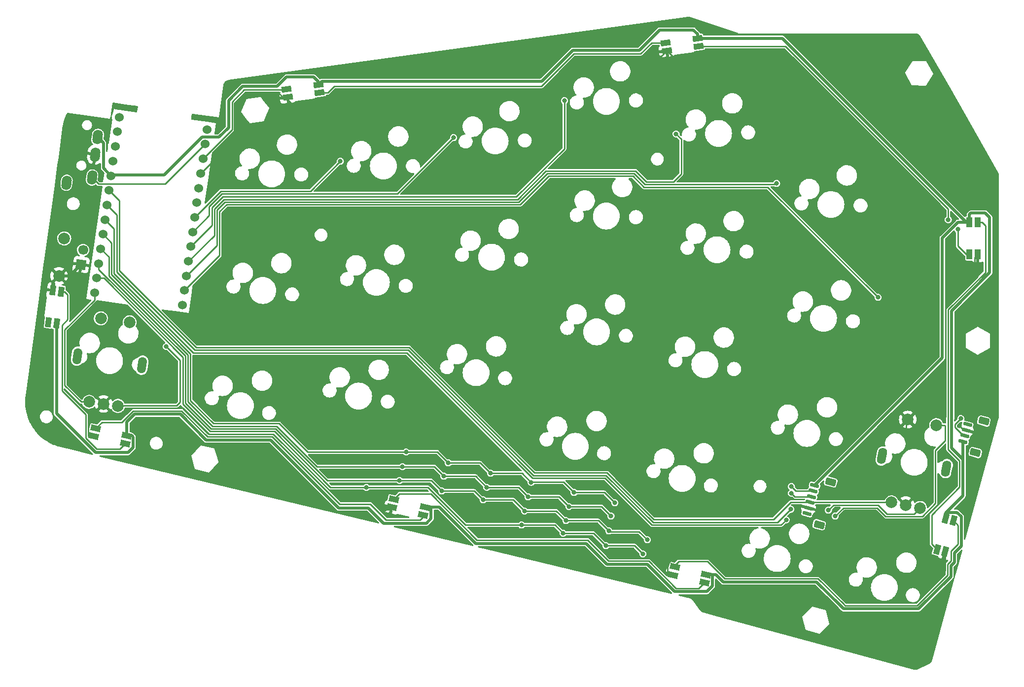
<source format=gbr>
%TF.GenerationSoftware,KiCad,Pcbnew,(6.0.5)*%
%TF.CreationDate,2022-07-12T17:33:22+09:00*%
%TF.ProjectId,ergotonic_f24-pcb-left,6572676f-746f-46e6-9963-5f6632342d70,rev?*%
%TF.SameCoordinates,Original*%
%TF.FileFunction,Copper,L1,Top*%
%TF.FilePolarity,Positive*%
%FSLAX46Y46*%
G04 Gerber Fmt 4.6, Leading zero omitted, Abs format (unit mm)*
G04 Created by KiCad (PCBNEW (6.0.5)) date 2022-07-12 17:33:22*
%MOMM*%
%LPD*%
G01*
G04 APERTURE LIST*
G04 Aperture macros list*
%AMRoundRect*
0 Rectangle with rounded corners*
0 $1 Rounding radius*
0 $2 $3 $4 $5 $6 $7 $8 $9 X,Y pos of 4 corners*
0 Add a 4 corners polygon primitive as box body*
4,1,4,$2,$3,$4,$5,$6,$7,$8,$9,$2,$3,0*
0 Add four circle primitives for the rounded corners*
1,1,$1+$1,$2,$3*
1,1,$1+$1,$4,$5*
1,1,$1+$1,$6,$7*
1,1,$1+$1,$8,$9*
0 Add four rect primitives between the rounded corners*
20,1,$1+$1,$2,$3,$4,$5,0*
20,1,$1+$1,$4,$5,$6,$7,0*
20,1,$1+$1,$6,$7,$8,$9,0*
20,1,$1+$1,$8,$9,$2,$3,0*%
%AMHorizOval*
0 Thick line with rounded ends*
0 $1 width*
0 $2 $3 position (X,Y) of the first rounded end (center of the circle)*
0 $4 $5 position (X,Y) of the second rounded end (center of the circle)*
0 Add line between two ends*
20,1,$1,$2,$3,$4,$5,0*
0 Add two circle primitives to create the rounded ends*
1,1,$1,$2,$3*
1,1,$1,$4,$5*%
%AMRotRect*
0 Rectangle, with rotation*
0 The origin of the aperture is its center*
0 $1 length*
0 $2 width*
0 $3 Rotation angle, in degrees counterclockwise*
0 Add horizontal line*
21,1,$1,$2,0,0,$3*%
G04 Aperture macros list end*
%TA.AperFunction,ComponentPad*%
%ADD10C,1.524000*%
%TD*%
%TA.AperFunction,SMDPad,CuDef*%
%ADD11RotRect,1.700000X1.000000X262.000000*%
%TD*%
%TA.AperFunction,SMDPad,CuDef*%
%ADD12RotRect,1.700000X1.000000X8.000000*%
%TD*%
%TA.AperFunction,SMDPad,CuDef*%
%ADD13RotRect,1.700000X1.000000X74.880000*%
%TD*%
%TA.AperFunction,SMDPad,CuDef*%
%ADD14RotRect,1.700000X1.000000X346.500000*%
%TD*%
%TA.AperFunction,SMDPad,CuDef*%
%ADD15R,1.000000X1.700000*%
%TD*%
%TA.AperFunction,ComponentPad*%
%ADD16HorizOval,1.700000X-0.055669X-0.396107X0.055669X0.396107X0*%
%TD*%
%TA.AperFunction,ComponentPad*%
%ADD17C,2.000000*%
%TD*%
%TA.AperFunction,ComponentPad*%
%ADD18HorizOval,1.500000X0.090463X0.643674X-0.090463X-0.643674X0*%
%TD*%
%TA.AperFunction,SMDPad,CuDef*%
%ADD19RoundRect,0.150000X-0.564237X0.307833X-0.642490X0.018219X0.564237X-0.307833X0.642490X-0.018219X0*%
%TD*%
%TA.AperFunction,ComponentPad*%
%ADD20RoundRect,0.249600X-0.536485X0.507921X-0.719283X-0.168618X0.536485X-0.507921X0.719283X0.168618X0*%
%TD*%
%TA.AperFunction,ComponentPad*%
%ADD21RotRect,1.700000X1.700000X172.000000*%
%TD*%
%TA.AperFunction,ComponentPad*%
%ADD22HorizOval,1.700000X0.000000X0.000000X0.000000X0.000000X0*%
%TD*%
%TA.AperFunction,ComponentPad*%
%ADD23HorizOval,1.500000X0.125473X0.637775X-0.125473X-0.637775X0*%
%TD*%
%TA.AperFunction,ViaPad*%
%ADD24C,0.800000*%
%TD*%
%TA.AperFunction,Conductor*%
%ADD25C,0.250000*%
%TD*%
%TA.AperFunction,Conductor*%
%ADD26C,0.500000*%
%TD*%
G04 APERTURE END LIST*
D10*
%TO.P,U1,1,TX0/D3*%
%TO.N,DATA*%
X-138312279Y-23206283D03*
%TO.P,U1,2,RX1/D2*%
%TO.N,LED*%
X-138665778Y-25721563D03*
%TO.P,U1,3,GND*%
%TO.N,GND*%
X-139019278Y-28236844D03*
%TO.P,U1,4,GND*%
X-139372778Y-30752125D03*
%TO.P,U1,5,2/D1/SDA*%
%TO.N,C1*%
X-139726278Y-33267406D03*
%TO.P,U1,6,3/D0/SCL*%
%TO.N,C2*%
X-140079777Y-35782687D03*
%TO.P,U1,7,4/D4*%
%TO.N,C3*%
X-140433277Y-38297968D03*
%TO.P,U1,8,5/C6*%
%TO.N,C4*%
X-140786777Y-40813249D03*
%TO.P,U1,9,6/D7*%
%TO.N,C5*%
X-141140276Y-43328530D03*
%TO.P,U1,10,7/E6*%
%TO.N,C6*%
X-141493776Y-45843811D03*
%TO.P,U1,11,8/B4*%
%TO.N,C7*%
X-141847276Y-48359092D03*
%TO.P,U1,12,9/B5*%
%TO.N,RE1B*%
X-142200775Y-50874372D03*
%TO.P,U1,13,B6/10*%
%TO.N,RE1A*%
X-157272655Y-48756158D03*
%TO.P,U1,14,B2/16*%
%TO.N,R4*%
X-156919156Y-46240877D03*
%TO.P,U1,15,B3/14*%
%TO.N,R3*%
X-156565656Y-43725596D03*
%TO.P,U1,16,B1/15*%
%TO.N,R2*%
X-156212156Y-41210315D03*
%TO.P,U1,17,F7/A0*%
%TO.N,R1*%
X-155858657Y-38695034D03*
%TO.P,U1,18,F6/A1*%
%TO.N,ENC_PUSH*%
X-155505157Y-36179753D03*
%TO.P,U1,19,F5/A2*%
%TO.N,ENC_B*%
X-155151657Y-33664472D03*
%TO.P,U1,20,F4/A3*%
%TO.N,ENC_A*%
X-154798158Y-31149192D03*
%TO.P,U1,21,VCC*%
%TO.N,VCC*%
X-154444658Y-28633911D03*
%TO.P,U1,22,RST*%
%TO.N,RESET*%
X-154091158Y-26118630D03*
%TO.P,U1,23,GND*%
%TO.N,GND*%
X-153737658Y-23603349D03*
%TO.P,U1,24,RAW*%
%TO.N,unconnected-(U1-Pad24)*%
X-153384159Y-21088068D03*
%TO.P,U1,25,BAT-*%
%TO.N,GND*%
X-153030659Y-18572787D03*
%TO.P,U1,26,BAT+*%
%TO.N,BAT*%
X-137958779Y-20691002D03*
%TD*%
D11*
%TO.P,LED_7,1,VDD*%
%TO.N,VCC*%
X-163820538Y-53985658D03*
%TO.P,LED_7,2,DOUT*%
%TO.N,unconnected-(LED_7-Pad2)*%
X-165206914Y-53790816D03*
%TO.P,LED_7,3,VSS*%
%TO.N,GND*%
X-164441462Y-48344342D03*
%TO.P,LED_7,4,DIN*%
%TO.N,Net-(LED_6-Pad2)*%
X-163055086Y-48539184D03*
%TD*%
D12*
%TO.P,LED_1,1,VDD*%
%TO.N,VCC*%
X-53747184Y-5032086D03*
%TO.P,LED_1,2,DOUT*%
%TO.N,Net-(LED_1-Pad2)*%
X-53552342Y-6418462D03*
%TO.P,LED_1,3,VSS*%
%TO.N,GND*%
X-58998816Y-7183914D03*
%TO.P,LED_1,4,DIN*%
%TO.N,Net-(LED_0-Pad2)*%
X-59193658Y-5797538D03*
%TD*%
D13*
%TO.P,LED_3,1,VDD*%
%TO.N,VCC*%
X-11147453Y-87501611D03*
%TO.P,LED_3,2,DOUT*%
%TO.N,Net-(LED_3-Pad2)*%
X-9795919Y-87866790D03*
%TO.P,LED_3,3,VSS*%
%TO.N,GND*%
X-11230547Y-93176389D03*
%TO.P,LED_3,4,DIN*%
%TO.N,Net-(LED_2-Pad2)*%
X-12582081Y-92811210D03*
%TD*%
D14*
%TO.P,LED_5,1,VDD*%
%TO.N,VCC*%
X-100542571Y-85536316D03*
%TO.P,LED_5,2,DOUT*%
%TO.N,Net-(LED_5-Pad2)*%
X-100869394Y-86897634D03*
%TO.P,LED_5,3,VSS*%
%TO.N,GND*%
X-106217429Y-85613684D03*
%TO.P,LED_5,4,DIN*%
%TO.N,Net-(LED_4-Pad2)*%
X-105890606Y-84252366D03*
%TD*%
D15*
%TO.P,LED_2,1,VDD*%
%TO.N,VCC*%
X-7022000Y-36647000D03*
%TO.P,LED_2,2,DOUT*%
%TO.N,Net-(LED_2-Pad2)*%
X-5622000Y-36647000D03*
%TO.P,LED_2,3,VSS*%
%TO.N,GND*%
X-5622000Y-42147000D03*
%TO.P,LED_2,4,DIN*%
%TO.N,Net-(LED_1-Pad2)*%
X-7022000Y-42147000D03*
%TD*%
D16*
%TO.P,TRRS1,A*%
%TO.N,unconnected-(TRRS1-PadA)*%
X-162084806Y-29856900D03*
%TO.P,TRRS1,B*%
%TO.N,VCC*%
X-156742708Y-22024148D03*
%TO.P,TRRS1,C*%
%TO.N,GND*%
X-157160228Y-24994952D03*
%TO.P,TRRS1,D*%
%TO.N,DATA*%
X-157716920Y-28956025D03*
%TD*%
D17*
%TO.P,RE1,A,A*%
%TO.N,RE1A*%
X-158218468Y-67489078D03*
%TO.P,RE1,B,B*%
%TO.N,RE1B*%
X-153267128Y-68184943D03*
%TO.P,RE1,C,C*%
%TO.N,GND*%
X-155742798Y-67837011D03*
D18*
%TO.P,RE1,MP*%
%TO.N,N/C*%
X-149153499Y-61189369D03*
X-160244501Y-59630631D03*
D17*
%TO.P,RE1,S1,S1*%
%TO.N,C1*%
X-151249118Y-53826056D03*
%TO.P,RE1,S2,S2*%
%TO.N,D4*%
X-156200458Y-53130191D03*
%TD*%
D19*
%TO.P,J3,1,Pin_1*%
%TO.N,VCC*%
X-33627027Y-81844931D03*
%TO.P,J3,2,Pin_2*%
%TO.N,ENC_PUSH*%
X-33887868Y-82810313D03*
%TO.P,J3,3,Pin_3*%
%TO.N,ENC_B*%
X-34148710Y-83775694D03*
%TO.P,J3,4,Pin_4*%
%TO.N,ENC_A*%
X-34409551Y-84741076D03*
%TO.P,J3,5,Pin_5*%
%TO.N,GND*%
X-34670393Y-85706457D03*
%TO.P,J3,6,Pin_6*%
%TO.N,unconnected-(J3-Pad6)*%
X-34931234Y-86671839D03*
D20*
%TO.P,J3,MP*%
%TO.N,N/C*%
X-30850344Y-81248560D03*
X-32832740Y-88585460D03*
%TD*%
D21*
%TO.P,BAT1,1,Pin_1*%
%TO.N,GND*%
X-159600000Y-43900000D03*
D22*
%TO.P,BAT1,2,Pin_2*%
%TO.N,BAT*%
X-159246500Y-41384719D03*
%TD*%
D14*
%TO.P,LED_6,1,VDD*%
%TO.N,VCC*%
X-151725571Y-73329316D03*
%TO.P,LED_6,2,DOUT*%
%TO.N,Net-(LED_6-Pad2)*%
X-152052394Y-74690634D03*
%TO.P,LED_6,3,VSS*%
%TO.N,GND*%
X-157400429Y-73406684D03*
%TO.P,LED_6,4,DIN*%
%TO.N,Net-(LED_5-Pad2)*%
X-157073606Y-72045366D03*
%TD*%
%TO.P,LED_4,1,VDD*%
%TO.N,VCC*%
X-52237571Y-97138316D03*
%TO.P,LED_4,2,DOUT*%
%TO.N,Net-(LED_4-Pad2)*%
X-52564394Y-98499634D03*
%TO.P,LED_4,3,VSS*%
%TO.N,GND*%
X-57912429Y-97215684D03*
%TO.P,LED_4,4,DIN*%
%TO.N,Net-(LED_3-Pad2)*%
X-57585606Y-95854366D03*
%TD*%
D19*
%TO.P,J1,1,Pin_1*%
%TO.N,unconnected-(J1-Pad1)*%
X-7339868Y-71389313D03*
%TO.P,J1,2,Pin_2*%
%TO.N,GND*%
X-7600710Y-72354694D03*
%TO.P,J1,3,Pin_3*%
%TO.N,DATA*%
X-7861551Y-73320076D03*
%TO.P,J1,4,Pin_4*%
%TO.N,VCC*%
X-8122393Y-74285457D03*
D20*
%TO.P,J1,MP*%
%TO.N,N/C*%
X-4563186Y-70792941D03*
X-6023898Y-76199078D03*
%TD*%
D12*
%TO.P,LED_0,1,VDD*%
%TO.N,VCC*%
X-118840184Y-12994086D03*
%TO.P,LED_0,2,DOUT*%
%TO.N,Net-(LED_0-Pad2)*%
X-118645342Y-14380462D03*
%TO.P,LED_0,3,VSS*%
%TO.N,GND*%
X-124091816Y-15145914D03*
%TO.P,LED_0,4,DIN*%
%TO.N,LED*%
X-124286658Y-13759538D03*
%TD*%
D17*
%TO.P,SW_RESET1,1,1*%
%TO.N,RESET*%
X-162485687Y-39408629D03*
%TO.P,SW_RESET1,2,2*%
%TO.N,GND*%
X-163390313Y-45845371D03*
%TD*%
%TO.P,RE2,A,A*%
%TO.N,ENC_A*%
X-20423747Y-84751349D03*
%TO.P,RE2,B,B*%
%TO.N,ENC_B*%
X-15517789Y-85716527D03*
%TO.P,RE2,C,C*%
%TO.N,GND*%
X-17970768Y-85233938D03*
D23*
%TO.P,RE2,MP*%
%TO.N,N/C*%
X-11028326Y-78956000D03*
X-22017674Y-76794000D03*
D17*
%TO.P,RE2,S1,S1*%
%TO.N,ENC_PUSH*%
X-12718770Y-71489247D03*
%TO.P,RE2,S2,S2*%
%TO.N,GND*%
X-17624729Y-70524069D03*
%TD*%
D24*
%TO.N,R1*%
X-67945000Y-84836000D03*
X-82300000Y-81300000D03*
X-89281000Y-79756000D03*
X-74930000Y-83058000D03*
X-96520000Y-77978000D03*
X-103759000Y-76100000D03*
%TO.N,R2*%
X-75819000Y-85471000D03*
X-89916000Y-82169000D03*
X-68580000Y-87122000D03*
X-97282000Y-80264000D03*
X-104394000Y-78613000D03*
X-82804000Y-83820000D03*
%TO.N,R3*%
X-90551000Y-84328000D03*
X-97663000Y-82804000D03*
X-76327000Y-87884000D03*
X-83439000Y-86233000D03*
X-104900000Y-81000000D03*
X-68961000Y-89662000D03*
X-62357000Y-91186000D03*
%TO.N,R4*%
X-69469000Y-92202000D03*
X-76800000Y-90051479D03*
X-63119000Y-93599000D03*
X-83947000Y-88646000D03*
X-110600000Y-82200000D03*
%TO.N,GND*%
X-120777000Y-68707000D03*
X-100457000Y-9906000D03*
X-97400000Y-89200000D03*
X-125476000Y-79883000D03*
X-107442000Y-85979000D03*
X-50292000Y-89374010D03*
X-137541000Y-51562000D03*
X-73533000Y-95123000D03*
X-8754402Y-71628000D03*
X-92075000Y-89662000D03*
X-6096000Y-43815000D03*
X-126300000Y-55800000D03*
X-32766000Y-59182000D03*
X-10795000Y-37211000D03*
X-64389000Y-78867000D03*
X-50165000Y-47371000D03*
X-21717000Y-108585000D03*
X-165862000Y-64770000D03*
%TO.N,DATA*%
X-8509000Y-70358000D03*
%TO.N,ENC_B*%
X-31242000Y-86106000D03*
X-37592000Y-83185000D03*
X-37719000Y-85941500D03*
%TO.N,ENC_PUSH*%
X-38510936Y-87758034D03*
X-37592000Y-82042000D03*
X-30099000Y-87122000D03*
%TO.N,Net-(LED_1-Pad2)*%
X-10668000Y-36195000D03*
X-9017000Y-37846000D03*
%TO.N,RE1B*%
X-144976911Y-57981911D03*
%TO.N,C7*%
X-22733000Y-49530000D03*
%TO.N,C2*%
X-115062000Y-26162000D03*
%TO.N,C3*%
X-95631000Y-22098000D03*
%TO.N,C4*%
X-76581000Y-15748000D03*
%TO.N,C5*%
X-57404000Y-21463000D03*
%TO.N,C6*%
X-40132000Y-29972000D03*
%TD*%
D25*
%TO.N,Net-(LED_6-Pad2)*%
X-162460816Y-48539184D02*
X-163055086Y-48539184D01*
X-161905563Y-49094437D02*
X-162460816Y-48539184D01*
X-158790883Y-69696636D02*
X-162882520Y-65604998D01*
X-162882520Y-65604998D02*
X-162882520Y-54317480D01*
X-156897046Y-75600000D02*
X-158790883Y-73706163D01*
X-152961760Y-75600000D02*
X-156897046Y-75600000D01*
X-158790883Y-73706163D02*
X-158790883Y-69696636D01*
X-162882520Y-54317480D02*
X-161905563Y-53340523D01*
X-161905563Y-53340523D02*
X-161905563Y-49094437D01*
X-152009394Y-74647634D02*
X-152961760Y-75600000D01*
D26*
%TO.N,VCC*%
X-150659637Y-73521097D02*
X-150851418Y-73329316D01*
X-157109527Y-76200000D02*
X-151531637Y-76200000D01*
X-150659637Y-75328000D02*
X-150659637Y-73521097D01*
X-163820538Y-69488989D02*
X-157109527Y-76200000D01*
X-151531637Y-76200000D02*
X-150659637Y-75328000D01*
X-150851418Y-73329316D02*
X-151725571Y-73329316D01*
X-163820538Y-53985658D02*
X-163820538Y-69488989D01*
D25*
%TO.N,Net-(LED_5-Pad2)*%
X-100869394Y-87233514D02*
X-100869394Y-86897634D01*
X-101392880Y-87757000D02*
X-100869394Y-87233514D01*
X-107188704Y-87757000D02*
X-101392880Y-87757000D01*
X-109922215Y-85023489D02*
X-107188704Y-87757000D01*
X-115205029Y-85023489D02*
X-109922215Y-85023489D01*
X-126762029Y-73466489D02*
X-115205029Y-85023489D01*
X-137876873Y-73466489D02*
X-126762029Y-73466489D01*
X-142317873Y-69025489D02*
X-137876873Y-73466489D01*
X-152612481Y-71000000D02*
X-150637970Y-69025489D01*
X-150637970Y-69025489D02*
X-142317873Y-69025489D01*
X-156028240Y-71000000D02*
X-152612481Y-71000000D01*
X-157073606Y-72045366D02*
X-156028240Y-71000000D01*
%TO.N,Net-(LED_4-Pad2)*%
X-104938240Y-83300000D02*
X-105890606Y-84252366D01*
X-99535704Y-83300000D02*
X-104938240Y-83300000D01*
X-91610215Y-91225489D02*
X-99535704Y-83300000D01*
X-69028215Y-94802489D02*
X-72605215Y-91225489D01*
X-72605215Y-91225489D02*
X-91610215Y-91225489D01*
X-62119030Y-94802489D02*
X-69028215Y-94802489D01*
X-57421519Y-99500000D02*
X-62119030Y-94802489D01*
X-52564394Y-98499634D02*
X-53564760Y-99500000D01*
X-53564760Y-99500000D02*
X-57421519Y-99500000D01*
%TO.N,Net-(LED_3-Pad2)*%
X-52048385Y-94900000D02*
X-56931240Y-94900000D01*
X-49097896Y-97850489D02*
X-52048385Y-94900000D01*
X-56931240Y-94900000D02*
X-57585606Y-95554366D01*
X-33036030Y-97850489D02*
X-49097896Y-97850489D01*
X-28685594Y-102200925D02*
X-33036030Y-97850489D01*
X-28422271Y-102464260D02*
X-28685594Y-102200937D01*
X-16011797Y-102464260D02*
X-28422271Y-102464260D01*
X-10781027Y-97233490D02*
X-16011797Y-102464260D01*
X-10781027Y-95368545D02*
X-10781027Y-97233490D01*
X-10201621Y-94789139D02*
X-10781027Y-95368545D01*
X-10201621Y-93101621D02*
X-10201621Y-94789139D01*
X-9000000Y-91900000D02*
X-10201621Y-93101621D01*
X-9000000Y-88662709D02*
X-9000000Y-91900000D01*
X-9795919Y-87866790D02*
X-9000000Y-88662709D01*
X-28685594Y-102200937D02*
X-28685594Y-102200925D01*
%TO.N,GND*%
X-58786582Y-97215684D02*
X-57912429Y-97215684D01*
X-58853363Y-95268776D02*
X-58853363Y-97148903D01*
X-48911703Y-97400978D02*
X-51862192Y-94450489D01*
X-51862192Y-94450489D02*
X-58035076Y-94450489D01*
X-58035076Y-94450489D02*
X-58853363Y-95268776D01*
X-32849837Y-97400978D02*
X-48911703Y-97400978D01*
X-58853363Y-97148903D02*
X-58786582Y-97215684D01*
D26*
%TO.N,VCC*%
X-51363418Y-97138316D02*
X-52237571Y-97138316D01*
X-51171637Y-97330097D02*
X-51363418Y-97138316D01*
X-51171637Y-99137000D02*
X-51171637Y-97330097D01*
X-52109148Y-100074511D02*
X-51171637Y-99137000D01*
X-57659489Y-100074511D02*
X-52109148Y-100074511D01*
X-91848186Y-91800000D02*
X-72843185Y-91800000D01*
X-100542571Y-85536316D02*
X-98111870Y-85536316D01*
X-98111870Y-85536316D02*
X-91848186Y-91800000D01*
X-69266185Y-95377000D02*
X-62357000Y-95377000D01*
X-72843185Y-91800000D02*
X-69266185Y-95377000D01*
X-62357000Y-95377000D02*
X-57659489Y-100074511D01*
X-50622551Y-97138316D02*
X-52237571Y-97138316D01*
X-49335867Y-98425000D02*
X-50622551Y-97138316D01*
X-33274000Y-98425000D02*
X-49335867Y-98425000D01*
X-29260105Y-102438896D02*
X-33274000Y-98425000D01*
X-28660242Y-103038771D02*
X-29260105Y-102438907D01*
X-15773827Y-103038771D02*
X-28660242Y-103038771D01*
X-10206516Y-97471459D02*
X-15773827Y-103038771D01*
X-9627110Y-95027110D02*
X-10206516Y-95606516D01*
X-9627110Y-93427110D02*
X-9627110Y-95027110D01*
X-8425489Y-87206943D02*
X-8425489Y-92225489D01*
X-9166157Y-86466275D02*
X-8425489Y-87206943D01*
X-11147453Y-86621130D02*
X-10992598Y-86466275D01*
X-29260105Y-102438907D02*
X-29260105Y-102438896D01*
X-10992598Y-86466275D02*
X-9166157Y-86466275D01*
D25*
%TO.N,GND*%
X-11230547Y-93176389D02*
X-11230547Y-96482361D01*
X-16197994Y-102014740D02*
X-28236074Y-102014740D01*
X-15422109Y-101238855D02*
X-16197994Y-102014740D01*
D26*
%TO.N,VCC*%
X-10206516Y-95606516D02*
X-10206516Y-97471459D01*
D25*
%TO.N,GND*%
X-11230547Y-96482361D02*
X-15422109Y-100673923D01*
D26*
%TO.N,VCC*%
X-8425489Y-92225489D02*
X-9627110Y-93427110D01*
D25*
%TO.N,GND*%
X-15422109Y-100673923D02*
X-15422109Y-101238855D01*
X-28236074Y-102014740D02*
X-32849837Y-97400978D01*
%TO.N,Net-(LED_2-Pad2)*%
X-13500000Y-91893291D02*
X-12582081Y-92811210D01*
X-13500000Y-86906000D02*
X-13500000Y-91893291D01*
X-8725501Y-82131501D02*
X-13500000Y-86906000D01*
X-8725501Y-77634499D02*
X-8725501Y-82131501D01*
X-10674022Y-70163043D02*
X-10674022Y-75685978D01*
X-10668000Y-51604333D02*
X-10668000Y-70157021D01*
X-10668000Y-70157021D02*
X-10674022Y-70163043D01*
X-4300000Y-45236333D02*
X-10668000Y-51604333D01*
X-10674022Y-75685978D02*
X-8725501Y-77634499D01*
X-4300000Y-37219000D02*
X-4300000Y-45236333D01*
X-5622000Y-36647000D02*
X-4872000Y-36647000D01*
X-4872000Y-36647000D02*
X-4300000Y-37219000D01*
%TO.N,Net-(LED_1-Pad2)*%
X-9017000Y-40683000D02*
X-7553000Y-42147000D01*
X-9017000Y-37846000D02*
X-9017000Y-40683000D01*
X-7553000Y-42147000D02*
X-7022000Y-42147000D01*
%TO.N,GND*%
X-12065000Y-35941000D02*
X-10795000Y-37211000D01*
X-37356500Y-8300000D02*
X-12065000Y-33591500D01*
X-12065000Y-33591500D02*
X-12065000Y-35941000D01*
X-57882730Y-8300000D02*
X-37356500Y-8300000D01*
X-58998816Y-7183914D02*
X-57882730Y-8300000D01*
D26*
%TO.N,VCC*%
X-53747184Y-4291816D02*
X-53747184Y-5032086D01*
X-75175977Y-7103978D02*
X-63745978Y-7103978D01*
X-60242000Y-3600000D02*
X-54439000Y-3600000D01*
X-80478607Y-12406608D02*
X-75175977Y-7103978D01*
X-118252706Y-12406608D02*
X-80478607Y-12406608D01*
X-118840184Y-12994086D02*
X-118252706Y-12406608D01*
X-63745978Y-7103978D02*
X-60242000Y-3600000D01*
X-54439000Y-3600000D02*
X-53747184Y-4291816D01*
D25*
%TO.N,GND*%
X-124091816Y-15608184D02*
X-124091816Y-15145914D01*
X-118635000Y-16400000D02*
X-123300000Y-16400000D01*
X-74751814Y-8128000D02*
X-80339814Y-13716000D01*
X-59942902Y-8128000D02*
X-74751814Y-8128000D01*
X-123300000Y-16400000D02*
X-124091816Y-15608184D01*
X-58998816Y-7183914D02*
X-59942902Y-8128000D01*
X-80339814Y-13716000D02*
X-115951000Y-13716000D01*
X-115951000Y-13716000D02*
X-118635000Y-16400000D01*
D26*
%TO.N,VCC*%
X-154310747Y-28500000D02*
X-154444658Y-28633911D01*
X-145319332Y-28500000D02*
X-154310747Y-28500000D01*
X-135894772Y-21994772D02*
X-138814104Y-21994772D01*
X-134247031Y-15704832D02*
X-134247031Y-20347031D01*
X-138814104Y-21994772D02*
X-145319332Y-28500000D01*
X-134247031Y-20347031D02*
X-135894772Y-21994772D01*
X-125900000Y-13300000D02*
X-131842199Y-13300000D01*
X-131842199Y-13300000D02*
X-134247031Y-15704832D01*
X-124300000Y-11700000D02*
X-125900000Y-13300000D01*
X-119629356Y-11700000D02*
X-124300000Y-11700000D01*
X-118840184Y-12489172D02*
X-119629356Y-11700000D01*
X-118840184Y-12994086D02*
X-118840184Y-12489172D01*
D25*
%TO.N,R1*%
X-74930000Y-83058000D02*
X-76708000Y-81280000D01*
X-89281000Y-79756000D02*
X-83844000Y-79756000D01*
X-98398000Y-76100000D02*
X-103759000Y-76100000D01*
X-76708000Y-81280000D02*
X-82280000Y-81280000D01*
X-69723000Y-83058000D02*
X-67945000Y-84836000D01*
X-96520000Y-77978000D02*
X-98398000Y-76100000D01*
X-82280000Y-81280000D02*
X-82300000Y-81300000D01*
X-155858657Y-38695034D02*
X-154383533Y-40170158D01*
X-83844000Y-79756000D02*
X-82300000Y-81300000D01*
X-140794533Y-59232579D02*
X-140794534Y-67252225D01*
X-125581066Y-71218934D02*
X-120700000Y-76100000D01*
X-136827825Y-71218934D02*
X-125581066Y-71218934D01*
X-91059000Y-77978000D02*
X-89281000Y-79756000D01*
X-74930000Y-83058000D02*
X-69723000Y-83058000D01*
X-154383533Y-40170158D02*
X-154383533Y-45643578D01*
X-154383533Y-45643578D02*
X-140794533Y-59232579D01*
X-120700000Y-76100000D02*
X-103759000Y-76100000D01*
X-96520000Y-77978000D02*
X-91059000Y-77978000D01*
X-140794534Y-67252225D02*
X-136827825Y-71218934D01*
%TO.N,R2*%
X-97282000Y-80264000D02*
X-91821000Y-80264000D01*
X-141244044Y-59418772D02*
X-141244045Y-67438418D01*
X-98933000Y-78613000D02*
X-97282000Y-80264000D01*
X-141244045Y-67438418D02*
X-137014018Y-71668445D01*
X-137014018Y-71668445D02*
X-126017254Y-71668448D01*
X-89916000Y-82169000D02*
X-84455000Y-82169000D01*
X-77470000Y-83820000D02*
X-75819000Y-85471000D01*
X-75819000Y-85471000D02*
X-70231000Y-85471000D01*
X-156212156Y-41210315D02*
X-154833044Y-42589427D01*
X-84455000Y-82169000D02*
X-82804000Y-83820000D01*
X-82804000Y-83820000D02*
X-77470000Y-83820000D01*
X-154833044Y-45829771D02*
X-141244044Y-59418772D01*
X-70231000Y-85471000D02*
X-68580000Y-87122000D01*
X-119072702Y-78613000D02*
X-104394000Y-78613000D01*
X-104394000Y-78613000D02*
X-98933000Y-78613000D01*
X-126017254Y-71668448D02*
X-119072702Y-78613000D01*
X-91821000Y-80264000D02*
X-89916000Y-82169000D01*
X-154833044Y-42589427D02*
X-154833044Y-45829771D01*
%TO.N,R3*%
X-117321406Y-81000000D02*
X-104900000Y-81000000D01*
X-156565656Y-43725596D02*
X-156565656Y-44732864D01*
X-63754000Y-89789000D02*
X-62357000Y-91186000D01*
X-92075000Y-82804000D02*
X-90551000Y-84328000D01*
X-97663000Y-82804000D02*
X-99467000Y-81000000D01*
X-90551000Y-84328000D02*
X-85344000Y-84328000D01*
X-126203448Y-72117958D02*
X-117321406Y-81000000D01*
X-68961000Y-89662000D02*
X-68834000Y-89789000D01*
X-70739000Y-87884000D02*
X-68961000Y-89662000D01*
X-137268496Y-72117956D02*
X-126203448Y-72117958D01*
X-141693556Y-67692896D02*
X-137268496Y-72117956D01*
X-141693555Y-59604965D02*
X-141693556Y-67692896D01*
X-77978000Y-86233000D02*
X-76327000Y-87884000D01*
X-99467000Y-81000000D02*
X-104900000Y-81000000D01*
X-97663000Y-82804000D02*
X-92075000Y-82804000D01*
X-68834000Y-89789000D02*
X-63754000Y-89789000D01*
X-83439000Y-86233000D02*
X-77978000Y-86233000D01*
X-156565656Y-44732864D02*
X-141693555Y-59604965D01*
X-76327000Y-87884000D02*
X-70739000Y-87884000D01*
X-85344000Y-84328000D02*
X-83439000Y-86233000D01*
%TO.N,R4*%
X-100000000Y-82200000D02*
X-110600000Y-82200000D01*
X-64516000Y-92202000D02*
X-63119000Y-93599000D01*
X-83947000Y-88646000D02*
X-93554000Y-88646000D01*
X-71590499Y-90080501D02*
X-76770978Y-90080501D01*
X-137454689Y-72567467D02*
X-126389642Y-72567468D01*
X-156919156Y-46240877D02*
X-155693347Y-46240877D01*
X-76770978Y-90080501D02*
X-76800000Y-90051479D01*
X-142143067Y-67879089D02*
X-137454689Y-72567467D01*
X-83947000Y-88646000D02*
X-78205479Y-88646000D01*
X-116757110Y-82200000D02*
X-110600000Y-82200000D01*
X-78205479Y-88646000D02*
X-76800000Y-90051479D01*
X-142143066Y-59791158D02*
X-142143067Y-67879089D01*
X-126389642Y-72567468D02*
X-116757110Y-82200000D01*
X-69469000Y-92202000D02*
X-64516000Y-92202000D01*
X-69469000Y-92202000D02*
X-71590499Y-90080501D01*
X-155693347Y-46240877D02*
X-142143066Y-59791158D01*
X-93554000Y-88646000D02*
X-100000000Y-82200000D01*
D26*
%TO.N,VCC*%
X-11692022Y-59909926D02*
X-11692022Y-39319645D01*
X-9019377Y-36647000D02*
X-7691000Y-36647000D01*
X-10099511Y-75371489D02*
X-10099511Y-70401040D01*
X-99476637Y-87535000D02*
X-99476637Y-85728097D01*
X-3556000Y-45304814D02*
X-3556000Y-35814000D01*
X-138114844Y-74041000D02*
X-127000000Y-74041000D01*
X-154444658Y-28633911D02*
X-155742772Y-27335797D01*
X-10093489Y-70395019D02*
X-10093489Y-51842303D01*
X-155742772Y-23024084D02*
X-156742708Y-22024148D01*
X-142555844Y-69600000D02*
X-138114844Y-74041000D01*
X-151725571Y-70925571D02*
X-150400000Y-69600000D01*
X-39176231Y-5032086D02*
X-53747184Y-5032086D01*
X-7691000Y-36647000D02*
X-7691000Y-36517317D01*
X-107651850Y-88331511D02*
X-100273148Y-88331511D01*
X-11147453Y-87501611D02*
X-11147453Y-86621130D01*
X-115316000Y-85725000D02*
X-110258361Y-85725000D01*
X-8128000Y-77343000D02*
X-8128000Y-74291064D01*
X-8128000Y-74291064D02*
X-8122393Y-74285457D01*
X-7022000Y-35297000D02*
X-7022000Y-36647000D01*
X-155742772Y-27335797D02*
X-155742772Y-23024084D01*
X-4318000Y-35052000D02*
X-6777000Y-35052000D01*
X-6777000Y-35052000D02*
X-7022000Y-35297000D01*
X-99668418Y-85536316D02*
X-100542571Y-85536316D01*
X-110258361Y-85725000D02*
X-107651850Y-88331511D01*
X-127000000Y-74041000D02*
X-115316000Y-85725000D01*
X-151725571Y-73329316D02*
X-151725571Y-70925571D01*
X-10093489Y-51842303D02*
X-3556000Y-45304814D01*
X-11692022Y-39319645D02*
X-9019377Y-36647000D01*
X-7022000Y-36647000D02*
X-7691000Y-36647000D01*
X-8128000Y-83601677D02*
X-8128000Y-77343000D01*
X-10099511Y-70401040D02*
X-10093489Y-70395019D01*
X-11147453Y-86621130D02*
X-8128000Y-83601677D01*
X-7691000Y-36517317D02*
X-39176231Y-5032086D01*
X-3556000Y-35814000D02*
X-4318000Y-35052000D01*
X-100273148Y-88331511D02*
X-99476637Y-87535000D01*
X-99476637Y-85728097D02*
X-99668418Y-85536316D01*
X-33627027Y-81844931D02*
X-11692022Y-59909926D01*
X-8128000Y-77343000D02*
X-10099511Y-75371489D01*
X-150400000Y-69600000D02*
X-142555844Y-69600000D01*
D25*
%TO.N,GND*%
X-137652773Y-73016978D02*
X-141993772Y-68675979D01*
X-131443511Y-14349511D02*
X-133223000Y-16129000D01*
X-11117511Y-51418140D02*
X-11117511Y-64016851D01*
X-141993772Y-68675979D02*
X-142031679Y-68675979D01*
X-6096000Y-43815000D02*
X-6096000Y-42621000D01*
X-7600710Y-72354694D02*
X-8027708Y-72354694D01*
X-133223000Y-16129000D02*
X-133223000Y-22440566D01*
X-17970768Y-85233938D02*
X-19915853Y-83288853D01*
X-5622000Y-42147000D02*
X-5622000Y-45922629D01*
X-68842022Y-94352978D02*
X-61932836Y-94352979D01*
X-142031679Y-68675979D02*
X-142131680Y-68575978D01*
D26*
X-163390313Y-45845371D02*
X-164441462Y-46896520D01*
D25*
X-5622000Y-45922629D02*
X-11117511Y-51418140D01*
X-34670393Y-85706457D02*
X-33927543Y-85706457D01*
X-125746572Y-14349511D02*
X-131443511Y-14349511D01*
X-106217429Y-85613684D02*
X-108696316Y-85613684D01*
X-150824164Y-68575979D02*
X-151824164Y-69575978D01*
X-11117511Y-64016851D02*
X-17624729Y-70524069D01*
X-124950169Y-15145914D02*
X-125746572Y-14349511D01*
X-108696316Y-85613684D02*
X-109736022Y-84573978D01*
X-155742798Y-67837011D02*
X-158341363Y-70435576D01*
X-158341363Y-70435576D02*
X-158341363Y-73339903D01*
D26*
X-161545371Y-45845371D02*
X-159600000Y-43900000D01*
D25*
X-133223000Y-22440566D02*
X-139019278Y-28236844D01*
X-6096000Y-42621000D02*
X-5622000Y-42147000D01*
X-115018836Y-84573978D02*
X-126575836Y-73016978D01*
D26*
X-163390313Y-45845371D02*
X-161545371Y-45845371D01*
D25*
X-8027708Y-72354694D02*
X-8754402Y-71628000D01*
X-17896509Y-70795849D02*
X-17896509Y-75423760D01*
X-17624729Y-70524069D02*
X-17896509Y-70795849D01*
X-109736022Y-84573978D02*
X-115018836Y-84573978D01*
X-126575836Y-73016978D02*
X-137652773Y-73016978D01*
X-151824164Y-69575978D02*
X-154003831Y-69575978D01*
D26*
X-164441462Y-46896520D02*
X-164441462Y-48344342D01*
D25*
X-124091816Y-15145914D02*
X-124950169Y-15145914D01*
X-158341363Y-73339903D02*
X-158274582Y-73406684D01*
X-107442000Y-85979000D02*
X-106582745Y-85979000D01*
X-59070131Y-97215684D02*
X-57912429Y-97215684D01*
X-158274582Y-73406684D02*
X-157400429Y-73406684D01*
X-31497182Y-88136818D02*
X-31497182Y-96048323D01*
X-92075000Y-89662000D02*
X-90961022Y-90775978D01*
X-19812000Y-77339251D02*
X-19812000Y-83392706D01*
X-106582745Y-85979000D02*
X-106217429Y-85613684D01*
X-154003831Y-69575978D02*
X-155742798Y-67837011D01*
X-19812000Y-83392706D02*
X-17970768Y-85233938D01*
X-72419021Y-90775979D02*
X-68842022Y-94352978D01*
X-142131680Y-68575978D02*
X-150824164Y-68575979D01*
X-33927543Y-85706457D02*
X-31497182Y-88136818D01*
X-90961022Y-90775978D02*
X-72419021Y-90775979D01*
X-17896509Y-75423760D02*
X-19812000Y-77339251D01*
X-61932836Y-94352979D02*
X-59070131Y-97215684D01*
X-31497182Y-96048323D02*
X-32849837Y-97400978D01*
%TO.N,DATA*%
X-156610264Y-30062681D02*
X-145168677Y-30062681D01*
X-9525000Y-71882000D02*
X-9525000Y-71374000D01*
X-9525000Y-71374000D02*
X-8509000Y-70358000D01*
X-8086924Y-73320076D02*
X-9525000Y-71882000D01*
X-145168677Y-30062681D02*
X-138312279Y-23206283D01*
X-7861551Y-73320076D02*
X-8086924Y-73320076D01*
X-157716920Y-28956025D02*
X-156610264Y-30062681D01*
%TO.N,ENC_A*%
X-103256629Y-58147363D02*
X-139845638Y-58147362D01*
X-81727514Y-79676477D02*
X-103256629Y-58147363D01*
X-153035000Y-32912350D02*
X-154798158Y-31149192D01*
X-153035000Y-44958000D02*
X-153035000Y-32912350D01*
X-139845638Y-58147362D02*
X-153035000Y-44958000D01*
X-69252114Y-79676478D02*
X-81727514Y-79676477D01*
X-40700000Y-87700000D02*
X-61228592Y-87700000D01*
X-37751349Y-84751349D02*
X-40700000Y-87700000D01*
X-20423747Y-84751349D02*
X-37751349Y-84751349D01*
X-61228592Y-87700000D02*
X-69252114Y-79676478D01*
%TO.N,ENC_B*%
X-30336860Y-85200860D02*
X-31242000Y-86106000D01*
X-81913708Y-80125988D02*
X-69438307Y-80125989D01*
X-140031831Y-58596873D02*
X-103442822Y-58596874D01*
X-22749140Y-85200860D02*
X-30336860Y-85200860D01*
X-21233473Y-86716527D02*
X-22749140Y-85200860D01*
X-153484510Y-45144194D02*
X-140031831Y-58596873D01*
X-155151657Y-33664472D02*
X-153484510Y-35331619D01*
X-103442822Y-58596874D02*
X-81913708Y-80125988D01*
X-61364297Y-88199999D02*
X-39977500Y-88200000D01*
X-16517789Y-86716527D02*
X-21233473Y-86716527D01*
X-69438307Y-80125989D02*
X-61364297Y-88199999D01*
X-39977500Y-88200000D02*
X-37719000Y-85941500D01*
X-153484510Y-35331619D02*
X-153484510Y-45144194D01*
X-37001306Y-83775694D02*
X-37592000Y-83185000D01*
X-34148710Y-83775694D02*
X-37001306Y-83775694D01*
X-15517789Y-85716527D02*
X-16517789Y-86716527D01*
%TO.N,ENC_PUSH*%
X-140345024Y-59046384D02*
X-103629016Y-59046384D01*
X-28677000Y-85700000D02*
X-30099000Y-87122000D01*
X-33887868Y-82810313D02*
X-36823687Y-82810313D01*
X-69624501Y-80575499D02*
X-61550490Y-88649510D01*
X-11304557Y-71489247D02*
X-11175630Y-71618174D01*
X-12718770Y-71489247D02*
X-11304557Y-71489247D01*
X-11175630Y-71618174D02*
X-11175630Y-74157310D01*
X-103629016Y-59046384D02*
X-82099901Y-80575499D01*
X-12863067Y-84934948D02*
X-15094166Y-87166047D01*
X-36823687Y-82810313D02*
X-37592000Y-82042000D01*
X-11175630Y-74157310D02*
X-12863067Y-75844747D01*
X-39402412Y-88649510D02*
X-38510936Y-87758034D01*
X-12863067Y-75844747D02*
X-12863067Y-84934948D01*
X-155505157Y-36179753D02*
X-153934022Y-37750888D01*
X-21419671Y-87166047D02*
X-22885718Y-85700000D01*
X-153934022Y-37750888D02*
X-153934022Y-45457385D01*
X-153934022Y-45457385D02*
X-140345024Y-59046384D01*
X-22885718Y-85700000D02*
X-28677000Y-85700000D01*
X-82099901Y-80575499D02*
X-69624501Y-80575499D01*
X-61550490Y-88649510D02*
X-39402412Y-88649510D01*
X-15094166Y-87166047D02*
X-21419671Y-87166047D01*
%TO.N,Net-(LED_0-Pad2)*%
X-63508007Y-7678489D02*
X-61627056Y-5797538D01*
X-116137193Y-13266489D02*
X-80526007Y-13266489D01*
X-80526007Y-13266489D02*
X-74938007Y-7678489D01*
X-61627056Y-5797538D02*
X-59193658Y-5797538D01*
X-117251166Y-14380462D02*
X-116137193Y-13266489D01*
X-74938007Y-7678489D02*
X-63508007Y-7678489D01*
X-118645342Y-14380462D02*
X-117251166Y-14380462D01*
%TO.N,LED*%
X-131629717Y-13900000D02*
X-124427120Y-13900000D01*
X-138665778Y-25721563D02*
X-133672520Y-20728305D01*
X-124427120Y-13900000D02*
X-124286658Y-13759538D01*
X-133672520Y-15942803D02*
X-131629717Y-13900000D01*
X-133672520Y-20728305D02*
X-133672520Y-15942803D01*
%TO.N,Net-(LED_1-Pad2)*%
X-53552342Y-6418462D02*
X-38602334Y-6418462D01*
X-38602334Y-6418462D02*
X-10668000Y-34352796D01*
X-10668000Y-34352796D02*
X-10668000Y-36195000D01*
%TO.N,RE1A*%
X-159586922Y-67489078D02*
X-162433000Y-64643000D01*
X-157272655Y-49972655D02*
X-157272655Y-48756158D01*
X-162433000Y-55133000D02*
X-157272655Y-49972655D01*
X-162433000Y-64643000D02*
X-162433000Y-55133000D01*
X-158218468Y-67489078D02*
X-159586922Y-67489078D01*
%TO.N,RE1B*%
X-144975503Y-57981911D02*
X-144976911Y-57981911D01*
X-153208652Y-68126467D02*
X-143183467Y-68126467D01*
X-153267128Y-68184943D02*
X-153208652Y-68126467D01*
X-142621000Y-60336414D02*
X-144975503Y-57981911D01*
X-143183467Y-68126467D02*
X-142621000Y-67564000D01*
X-142621000Y-67564000D02*
X-142621000Y-60336414D01*
%TO.N,C7*%
X-64823683Y-28712021D02*
X-62935704Y-30600000D01*
X-62935704Y-30600000D02*
X-41663000Y-30600000D01*
X-135799991Y-34799991D02*
X-134600000Y-33600000D01*
X-135799991Y-42311807D02*
X-135799991Y-34799991D01*
X-41663000Y-30600000D02*
X-22733000Y-49530000D01*
X-84200000Y-33600000D02*
X-79312021Y-28712021D01*
X-79312021Y-28712021D02*
X-64823683Y-28712021D01*
X-141847276Y-48359092D02*
X-135799991Y-42311807D01*
X-134600000Y-33600000D02*
X-84200000Y-33600000D01*
%TO.N,C2*%
X-120200000Y-31300000D02*
X-115062000Y-26162000D01*
X-140079777Y-35782687D02*
X-135597090Y-31300000D01*
X-135597090Y-31300000D02*
X-120200000Y-31300000D01*
%TO.N,C3*%
X-137598044Y-35462735D02*
X-140433277Y-38297968D01*
X-137598043Y-33936657D02*
X-137598044Y-35462735D01*
X-135410897Y-31749511D02*
X-137598043Y-33936657D01*
X-105282511Y-31749511D02*
X-135410897Y-31749511D01*
X-95631000Y-22098000D02*
X-105282511Y-31749511D01*
%TO.N,C4*%
X-84829466Y-32251466D02*
X-135277148Y-32251466D01*
X-137148533Y-37175005D02*
X-140786777Y-40813249D01*
X-135277148Y-32251466D02*
X-137148532Y-34122850D01*
X-76581000Y-15748000D02*
X-76581000Y-24003000D01*
X-76581000Y-24003000D02*
X-84829466Y-32251466D01*
X-137148532Y-34122850D02*
X-137148533Y-37175005D01*
%TO.N,C5*%
X-56500000Y-28300000D02*
X-56500000Y-22367000D01*
X-136699021Y-34309043D02*
X-135090956Y-32700978D01*
X-57850489Y-29650489D02*
X-56500000Y-28300000D01*
X-135090956Y-32700978D02*
X-84643272Y-32700976D01*
X-84643272Y-32700976D02*
X-79755295Y-27812999D01*
X-141140276Y-43328530D02*
X-136699022Y-38887276D01*
X-79755295Y-27812999D02*
X-64387000Y-27813000D01*
X-136699022Y-38887276D02*
X-136699021Y-34309043D01*
X-64387000Y-27813000D02*
X-62549511Y-29650489D01*
X-56500000Y-22367000D02*
X-57404000Y-21463000D01*
X-62549511Y-29650489D02*
X-57850489Y-29650489D01*
%TO.N,C6*%
X-84457081Y-33150489D02*
X-79569102Y-28262510D01*
X-136249511Y-34495237D02*
X-134904763Y-33150489D01*
X-62800000Y-30100000D02*
X-40260000Y-30100000D01*
X-64637489Y-28262511D02*
X-62800000Y-30100000D01*
X-40260000Y-30100000D02*
X-40132000Y-29972000D01*
X-134904763Y-33150489D02*
X-84457081Y-33150489D01*
X-141493776Y-45843811D02*
X-136249511Y-40599546D01*
X-136249511Y-40599546D02*
X-136249511Y-34495237D01*
X-79569102Y-28262510D02*
X-64637489Y-28262511D01*
%TD*%
%TA.AperFunction,Conductor*%
%TO.N,GND*%
G36*
X-8345170Y-92886439D02*
G01*
X-8288334Y-92928986D01*
X-8263523Y-92995506D01*
X-8267710Y-93037898D01*
X-8875550Y-95248703D01*
X-9500622Y-97522186D01*
X-9508524Y-97550925D01*
X-9545870Y-97611306D01*
X-9609931Y-97641911D01*
X-9611230Y-97641747D01*
X-9574145Y-97686966D01*
X-9565949Y-97757488D01*
X-9568643Y-97769585D01*
X-13438768Y-111845812D01*
X-13440708Y-111852199D01*
X-13470968Y-111943117D01*
X-13475818Y-111955474D01*
X-13513766Y-112038917D01*
X-13519853Y-112050631D01*
X-13566084Y-112129237D01*
X-13573327Y-112140200D01*
X-13627358Y-112213372D01*
X-13635689Y-112223505D01*
X-13667575Y-112258412D01*
X-13697032Y-112290659D01*
X-13706382Y-112299879D01*
X-13774560Y-112360429D01*
X-13784877Y-112368666D01*
X-13859395Y-112422021D01*
X-13870595Y-112429178D01*
X-13953973Y-112476458D01*
X-13959851Y-112479589D01*
X-15870252Y-113432922D01*
X-15875436Y-113435362D01*
X-15951263Y-113468960D01*
X-15961977Y-113473133D01*
X-16037279Y-113498565D01*
X-16048275Y-113501730D01*
X-16125278Y-113520149D01*
X-16136471Y-113522295D01*
X-16214658Y-113533645D01*
X-16225992Y-113534769D01*
X-16304895Y-113539005D01*
X-16316296Y-113539100D01*
X-16387946Y-113536448D01*
X-16395402Y-113536172D01*
X-16406814Y-113535229D01*
X-16485646Y-113525090D01*
X-16496980Y-113523102D01*
X-16510240Y-113520147D01*
X-16577909Y-113505067D01*
X-16583502Y-113503685D01*
X-50331140Y-104340115D01*
X-35757068Y-104340115D01*
X-35756935Y-104340438D01*
X-35134069Y-106683814D01*
X-35134025Y-106684155D01*
X-35133802Y-106684327D01*
X-35133630Y-106684552D01*
X-35133291Y-106684597D01*
X-32792430Y-107316868D01*
X-32792110Y-107317001D01*
X-32791849Y-107316893D01*
X-32791569Y-107316857D01*
X-32791356Y-107316580D01*
X-31073365Y-105605474D01*
X-31073092Y-105605266D01*
X-31073055Y-105604986D01*
X-31072946Y-105604725D01*
X-31073078Y-105604406D01*
X-31695945Y-103261026D01*
X-31695989Y-103260685D01*
X-31696212Y-103260513D01*
X-31696384Y-103260288D01*
X-31696726Y-103260242D01*
X-31709952Y-103256670D01*
X-31709953Y-103256669D01*
X-34012267Y-102634810D01*
X-34012268Y-102634810D01*
X-34037588Y-102627971D01*
X-34037904Y-102627839D01*
X-34038166Y-102627947D01*
X-34038445Y-102627983D01*
X-34038655Y-102628255D01*
X-34048345Y-102637906D01*
X-35096539Y-103681901D01*
X-35756647Y-104339364D01*
X-35756922Y-104339574D01*
X-35756959Y-104339854D01*
X-35757068Y-104340115D01*
X-50331140Y-104340115D01*
X-52716607Y-103692384D01*
X-52719138Y-103691668D01*
X-52754245Y-103681328D01*
X-52763119Y-103678351D01*
X-52851626Y-103644958D01*
X-52863834Y-103639598D01*
X-52946065Y-103598174D01*
X-52957594Y-103591583D01*
X-53034848Y-103541838D01*
X-53045612Y-103534076D01*
X-53117250Y-103476445D01*
X-53127148Y-103467582D01*
X-53192525Y-103402511D01*
X-53201470Y-103392611D01*
X-53262116Y-103317872D01*
X-53266190Y-103312568D01*
X-54517826Y-101590563D01*
X-54516277Y-101589437D01*
X-54516310Y-101589394D01*
X-54517829Y-101590552D01*
X-54517938Y-101590409D01*
X-54518052Y-101590252D01*
X-54516508Y-101589131D01*
X-54516540Y-101589087D01*
X-54518062Y-101590246D01*
X-54544837Y-101555082D01*
X-54544242Y-101554629D01*
X-54544301Y-101554557D01*
X-54544850Y-101555045D01*
X-54544955Y-101554927D01*
X-54545052Y-101554800D01*
X-54544468Y-101554354D01*
X-54544528Y-101554282D01*
X-54545086Y-101554780D01*
X-54611076Y-101480812D01*
X-54611077Y-101480812D01*
X-54618566Y-101472417D01*
X-54618416Y-101472283D01*
X-54618470Y-101472227D01*
X-54618592Y-101472362D01*
X-54618706Y-101472259D01*
X-54618794Y-101472161D01*
X-54618658Y-101472039D01*
X-54618707Y-101471989D01*
X-54618841Y-101472138D01*
X-54624582Y-101466981D01*
X-54693883Y-101404725D01*
X-54693888Y-101404720D01*
X-54700529Y-101398755D01*
X-54700453Y-101398670D01*
X-54700502Y-101398631D01*
X-54700558Y-101398709D01*
X-54700671Y-101398628D01*
X-54700780Y-101398530D01*
X-54700716Y-101398459D01*
X-54700768Y-101398418D01*
X-54700835Y-101398511D01*
X-54705070Y-101395475D01*
X-54705075Y-101395472D01*
X-54789872Y-101334691D01*
X-54789824Y-101334625D01*
X-54789875Y-101334592D01*
X-54789906Y-101334648D01*
X-54790029Y-101334579D01*
X-54790146Y-101334495D01*
X-54790109Y-101334443D01*
X-54790161Y-101334410D01*
X-54790201Y-101334482D01*
X-54794048Y-101332320D01*
X-54799759Y-101329111D01*
X-54799759Y-101329110D01*
X-54885753Y-101280782D01*
X-54885739Y-101280757D01*
X-54886094Y-101280582D01*
X-54886105Y-101280608D01*
X-54987341Y-101237586D01*
X-54987311Y-101237516D01*
X-54987366Y-101237496D01*
X-54987383Y-101237552D01*
X-54987514Y-101237513D01*
X-54987650Y-101237455D01*
X-54987708Y-101237455D01*
X-54987725Y-101237450D01*
X-54988739Y-101237146D01*
X-54988740Y-101237146D01*
X-54997702Y-101234461D01*
X-54997703Y-101234460D01*
X-55093756Y-101205682D01*
X-55093395Y-101204477D01*
X-55093484Y-101204453D01*
X-55093778Y-101205666D01*
X-55093939Y-101205627D01*
X-55094107Y-101205577D01*
X-55093751Y-101204381D01*
X-55093842Y-101204357D01*
X-55094136Y-101205580D01*
X-56893756Y-100773530D01*
X-56955325Y-100738178D01*
X-56988008Y-100675151D01*
X-56981427Y-100604460D01*
X-56937673Y-100548549D01*
X-56864342Y-100525011D01*
X-52143368Y-100525011D01*
X-52128559Y-100525884D01*
X-52094838Y-100529875D01*
X-52085574Y-100528183D01*
X-52085573Y-100528183D01*
X-52037147Y-100519339D01*
X-52033244Y-100518689D01*
X-51984503Y-100511361D01*
X-51984502Y-100511361D01*
X-51975186Y-100509960D01*
X-51968673Y-100506832D01*
X-51961575Y-100505536D01*
X-51909501Y-100478486D01*
X-51906011Y-100476743D01*
X-51853069Y-100451320D01*
X-51847783Y-100446434D01*
X-51847735Y-100446401D01*
X-51841360Y-100443090D01*
X-51836320Y-100438786D01*
X-51799093Y-100401559D01*
X-51795527Y-100398129D01*
X-51760507Y-100365757D01*
X-51753592Y-100359365D01*
X-51749899Y-100353006D01*
X-51744382Y-100346848D01*
X-50877287Y-99479753D01*
X-50866198Y-99469899D01*
X-50846926Y-99454706D01*
X-50846922Y-99454702D01*
X-50839527Y-99448872D01*
X-50834173Y-99441125D01*
X-50834169Y-99441121D01*
X-50806160Y-99400596D01*
X-50803879Y-99397402D01*
X-50769002Y-99350183D01*
X-50766608Y-99343366D01*
X-50762506Y-99337431D01*
X-50744825Y-99281525D01*
X-50743577Y-99277785D01*
X-50727237Y-99231255D01*
X-50727236Y-99231252D01*
X-50724117Y-99222369D01*
X-50723834Y-99215184D01*
X-50723820Y-99215111D01*
X-50721657Y-99208270D01*
X-50721137Y-99201663D01*
X-50721137Y-99148994D01*
X-50721040Y-99144048D01*
X-50721036Y-99143945D01*
X-50718799Y-99087006D01*
X-50720683Y-99079900D01*
X-50721137Y-99071653D01*
X-50721137Y-97981023D01*
X-50701135Y-97912902D01*
X-50647479Y-97866409D01*
X-50577205Y-97856305D01*
X-50512625Y-97885799D01*
X-50506042Y-97891928D01*
X-49678620Y-98719350D01*
X-49668766Y-98730439D01*
X-49653573Y-98749710D01*
X-49647739Y-98757110D01*
X-49639991Y-98762465D01*
X-49639989Y-98762467D01*
X-49599467Y-98790474D01*
X-49596248Y-98792774D01*
X-49549050Y-98827634D01*
X-49542236Y-98830027D01*
X-49536298Y-98834131D01*
X-49527321Y-98836970D01*
X-49527319Y-98836971D01*
X-49480350Y-98851825D01*
X-49476601Y-98853076D01*
X-49421236Y-98872519D01*
X-49414049Y-98872801D01*
X-49413987Y-98872813D01*
X-49407137Y-98874980D01*
X-49400530Y-98875500D01*
X-49347851Y-98875500D01*
X-49342905Y-98875597D01*
X-49285873Y-98877838D01*
X-49278767Y-98875954D01*
X-49270520Y-98875500D01*
X-33512793Y-98875500D01*
X-33444672Y-98895502D01*
X-33423698Y-98912405D01*
X-31519861Y-100816243D01*
X-29624516Y-102711588D01*
X-29624424Y-102711684D01*
X-29624380Y-102711735D01*
X-29587153Y-102748962D01*
X-29583724Y-102752527D01*
X-29544959Y-102794463D01*
X-29538600Y-102798156D01*
X-29532449Y-102803666D01*
X-29002990Y-103333126D01*
X-28993136Y-103344215D01*
X-28972114Y-103370881D01*
X-28964367Y-103376236D01*
X-28964365Y-103376237D01*
X-28940690Y-103392599D01*
X-28925574Y-103403046D01*
X-28923867Y-103404226D01*
X-28920655Y-103406521D01*
X-28873426Y-103441405D01*
X-28866610Y-103443798D01*
X-28860673Y-103447902D01*
X-28851693Y-103450742D01*
X-28851691Y-103450743D01*
X-28831525Y-103457121D01*
X-28804723Y-103465597D01*
X-28800992Y-103466842D01*
X-28754505Y-103483167D01*
X-28754503Y-103483167D01*
X-28745611Y-103486290D01*
X-28738423Y-103486572D01*
X-28738364Y-103486583D01*
X-28731512Y-103488751D01*
X-28724905Y-103489271D01*
X-28672226Y-103489271D01*
X-28667280Y-103489368D01*
X-28610249Y-103491609D01*
X-28603143Y-103489725D01*
X-28594896Y-103489271D01*
X-15808047Y-103489271D01*
X-15793238Y-103490144D01*
X-15759517Y-103494135D01*
X-15750253Y-103492443D01*
X-15750252Y-103492443D01*
X-15701826Y-103483599D01*
X-15697923Y-103482949D01*
X-15649182Y-103475621D01*
X-15649181Y-103475621D01*
X-15639865Y-103474220D01*
X-15633352Y-103471092D01*
X-15626254Y-103469796D01*
X-15574180Y-103442746D01*
X-15570690Y-103441003D01*
X-15517748Y-103415580D01*
X-15512462Y-103410694D01*
X-15512414Y-103410661D01*
X-15506039Y-103407350D01*
X-15500999Y-103403046D01*
X-15463773Y-103365820D01*
X-15460207Y-103362390D01*
X-15425186Y-103330017D01*
X-15418271Y-103323625D01*
X-15414578Y-103317266D01*
X-15409061Y-103311108D01*
X-9912166Y-97814212D01*
X-9901077Y-97804358D01*
X-9881807Y-97789166D01*
X-9881805Y-97789164D01*
X-9874406Y-97783331D01*
X-9864905Y-97769585D01*
X-9841061Y-97735084D01*
X-9838759Y-97731862D01*
X-9809476Y-97692217D01*
X-9809475Y-97692216D01*
X-9803882Y-97684643D01*
X-9801929Y-97679080D01*
X-9798839Y-97673993D01*
X-9797386Y-97671891D01*
X-9796034Y-97672825D01*
X-9755357Y-97628376D01*
X-9702596Y-97614426D01*
X-9734820Y-97587465D01*
X-9756016Y-97517522D01*
X-9756016Y-97483443D01*
X-9755919Y-97478496D01*
X-9754048Y-97430877D01*
X-9753678Y-97421465D01*
X-9755562Y-97414359D01*
X-9756016Y-97406115D01*
X-9756016Y-95845309D01*
X-9736014Y-95777188D01*
X-9719111Y-95756214D01*
X-9332760Y-95369863D01*
X-9321671Y-95360009D01*
X-9302399Y-95344816D01*
X-9302395Y-95344812D01*
X-9295000Y-95338982D01*
X-9289646Y-95331235D01*
X-9289642Y-95331231D01*
X-9261633Y-95290706D01*
X-9259352Y-95287512D01*
X-9224475Y-95240293D01*
X-9222081Y-95233476D01*
X-9217979Y-95227541D01*
X-9200298Y-95171635D01*
X-9199050Y-95167895D01*
X-9182710Y-95121365D01*
X-9182709Y-95121362D01*
X-9179590Y-95112479D01*
X-9179307Y-95105294D01*
X-9179293Y-95105221D01*
X-9177130Y-95098380D01*
X-9176610Y-95091773D01*
X-9176610Y-95039104D01*
X-9176513Y-95034158D01*
X-9176338Y-95029714D01*
X-9174272Y-94977116D01*
X-9176156Y-94970010D01*
X-9176610Y-94961763D01*
X-9176610Y-93665903D01*
X-9156608Y-93597782D01*
X-9139705Y-93576808D01*
X-8478297Y-92915400D01*
X-8415985Y-92881374D01*
X-8345170Y-92886439D01*
G37*
%TD.AperFunction*%
%TA.AperFunction,Conductor*%
G36*
X-11081489Y-74627663D02*
G01*
X-11024654Y-74670210D01*
X-10999843Y-74736730D01*
X-10999522Y-74745719D01*
X-10999522Y-75666268D01*
X-11000002Y-75677250D01*
X-11002031Y-75700445D01*
X-11003286Y-75714785D01*
X-10993559Y-75751083D01*
X-10993531Y-75751188D01*
X-10991152Y-75761920D01*
X-10984610Y-75799023D01*
X-10979099Y-75808568D01*
X-10977907Y-75811844D01*
X-10976430Y-75815012D01*
X-10973576Y-75825662D01*
X-10967252Y-75834693D01*
X-10951967Y-75856522D01*
X-10946061Y-75865793D01*
X-10940352Y-75875681D01*
X-10927216Y-75898433D01*
X-10918771Y-75905519D01*
X-10898340Y-75922663D01*
X-10890237Y-75930089D01*
X-9087906Y-77732420D01*
X-9053880Y-77794732D01*
X-9051001Y-77821515D01*
X-9051001Y-81944484D01*
X-9071003Y-82012605D01*
X-9087906Y-82033579D01*
X-13716216Y-86661890D01*
X-13724319Y-86669316D01*
X-13753194Y-86693545D01*
X-13758707Y-86703094D01*
X-13772039Y-86726185D01*
X-13777945Y-86735456D01*
X-13799554Y-86766316D01*
X-13802408Y-86776966D01*
X-13803885Y-86780134D01*
X-13805077Y-86783410D01*
X-13810588Y-86792955D01*
X-13815208Y-86819159D01*
X-13817130Y-86830058D01*
X-13819508Y-86840785D01*
X-13829264Y-86877193D01*
X-13828303Y-86888178D01*
X-13828303Y-86888180D01*
X-13825980Y-86914728D01*
X-13825500Y-86925710D01*
X-13825500Y-91873581D01*
X-13825980Y-91884563D01*
X-13829264Y-91922098D01*
X-13819844Y-91957251D01*
X-13819509Y-91958501D01*
X-13817130Y-91969233D01*
X-13810588Y-92006336D01*
X-13805077Y-92015881D01*
X-13803885Y-92019157D01*
X-13802408Y-92022325D01*
X-13799554Y-92032975D01*
X-13788053Y-92049400D01*
X-13777945Y-92063835D01*
X-13772039Y-92073106D01*
X-13771780Y-92073554D01*
X-13753194Y-92105746D01*
X-13744749Y-92112832D01*
X-13724319Y-92129975D01*
X-13716215Y-92137402D01*
X-13302831Y-92550786D01*
X-13268805Y-92613098D01*
X-13270288Y-92672747D01*
X-13485197Y-93468129D01*
X-13489222Y-93527622D01*
X-13463740Y-93603206D01*
X-13411274Y-93663286D01*
X-13357850Y-93689772D01*
X-13351872Y-93691387D01*
X-13351870Y-93691388D01*
X-12515939Y-93917252D01*
X-12455394Y-93954330D01*
X-12431759Y-93992241D01*
X-12383279Y-94113880D01*
X-12374422Y-94129296D01*
X-12295839Y-94229769D01*
X-12283012Y-94242079D01*
X-12178506Y-94317092D01*
X-12164734Y-94324567D01*
X-12117065Y-94343172D01*
X-12110592Y-94345303D01*
X-11847464Y-94416398D01*
X-11831585Y-94416053D01*
X-11830059Y-94415025D01*
X-11826443Y-94408046D01*
X-11442366Y-92986566D01*
X-11405288Y-92926021D01*
X-11341362Y-92895133D01*
X-11287862Y-92897794D01*
X-11040724Y-92964570D01*
X-10980179Y-93001648D01*
X-10949291Y-93065574D01*
X-10951952Y-93119074D01*
X-11334837Y-94536142D01*
X-11334492Y-94552021D01*
X-11333464Y-94553547D01*
X-11326485Y-94557163D01*
X-11058939Y-94629453D01*
X-11052298Y-94630867D01*
X-11001733Y-94638805D01*
X-10986062Y-94639282D01*
X-10858001Y-94627108D01*
X-10840730Y-94622936D01*
X-10835576Y-94620882D01*
X-10764890Y-94614243D01*
X-10701836Y-94646873D01*
X-10666433Y-94708413D01*
X-10669921Y-94779324D01*
X-10699832Y-94827024D01*
X-10997242Y-95124434D01*
X-11005346Y-95131861D01*
X-11034221Y-95156090D01*
X-11039734Y-95165639D01*
X-11053066Y-95188730D01*
X-11058972Y-95198001D01*
X-11080581Y-95228861D01*
X-11083435Y-95239511D01*
X-11084912Y-95242679D01*
X-11086104Y-95245955D01*
X-11091615Y-95255500D01*
X-11097255Y-95287486D01*
X-11098157Y-95292603D01*
X-11100535Y-95303330D01*
X-11110291Y-95339738D01*
X-11109330Y-95350723D01*
X-11109330Y-95350725D01*
X-11107007Y-95377273D01*
X-11106527Y-95388255D01*
X-11106527Y-97046474D01*
X-11126529Y-97114595D01*
X-11143432Y-97135569D01*
X-15631176Y-101623313D01*
X-15693488Y-101657339D01*
X-15764303Y-101652274D01*
X-15821139Y-101609727D01*
X-15845950Y-101543207D01*
X-15830859Y-101473833D01*
X-15812796Y-101448689D01*
X-15794048Y-101428408D01*
X-15794046Y-101428405D01*
X-15790129Y-101424168D01*
X-15672394Y-101237569D01*
X-15590636Y-101032640D01*
X-15547592Y-100816243D01*
X-15547180Y-100784813D01*
X-15544780Y-100601407D01*
X-15544704Y-100595625D01*
X-15545683Y-100589927D01*
X-15581089Y-100383873D01*
X-15581089Y-100383872D01*
X-15582068Y-100378176D01*
X-15658434Y-100171176D01*
X-15771244Y-99981560D01*
X-15916720Y-99815676D01*
X-16089990Y-99679082D01*
X-16285250Y-99576350D01*
X-16495963Y-99510922D01*
X-16509912Y-99509271D01*
X-16671419Y-99490155D01*
X-16671425Y-99490155D01*
X-16675106Y-99489719D01*
X-16802600Y-99489719D01*
X-16966341Y-99504765D01*
X-16971903Y-99506334D01*
X-16971905Y-99506334D01*
X-17072517Y-99534709D01*
X-17178694Y-99564654D01*
X-17376577Y-99662239D01*
X-17381203Y-99665693D01*
X-17381204Y-99665694D01*
X-17403921Y-99682658D01*
X-17553363Y-99794252D01*
X-17703131Y-99956270D01*
X-17820866Y-100142869D01*
X-17902624Y-100347798D01*
X-17903750Y-100353458D01*
X-17903751Y-100353462D01*
X-17942556Y-100548549D01*
X-17945668Y-100564195D01*
X-17945744Y-100569970D01*
X-17945744Y-100569974D01*
X-17946155Y-100601407D01*
X-17948556Y-100784813D01*
X-17947577Y-100790510D01*
X-17947577Y-100790511D01*
X-17943155Y-100816243D01*
X-17911192Y-101002262D01*
X-17834826Y-101209262D01*
X-17831874Y-101214223D01*
X-17831874Y-101214224D01*
X-17742532Y-101364393D01*
X-17722016Y-101398878D01*
X-17576540Y-101564762D01*
X-17403270Y-101701356D01*
X-17208010Y-101804088D01*
X-16997297Y-101869516D01*
X-16847133Y-101887289D01*
X-16844227Y-101887633D01*
X-16778930Y-101915504D01*
X-16749859Y-101958346D01*
X-16737027Y-101930248D01*
X-16677301Y-101891864D01*
X-16653332Y-101887289D01*
X-16532676Y-101876202D01*
X-16526919Y-101875673D01*
X-16521357Y-101874104D01*
X-16521355Y-101874104D01*
X-16420743Y-101845729D01*
X-16314566Y-101815784D01*
X-16116683Y-101718199D01*
X-16094127Y-101701356D01*
X-15974205Y-101611805D01*
X-15907656Y-101587073D01*
X-15838299Y-101602247D01*
X-15788157Y-101652509D01*
X-15773148Y-101721901D01*
X-15798038Y-101788392D01*
X-15809721Y-101801858D01*
X-16109718Y-102101855D01*
X-16172030Y-102135881D01*
X-16198813Y-102138760D01*
X-16641803Y-102138760D01*
X-16709924Y-102118758D01*
X-16752278Y-102069879D01*
X-16774171Y-102105893D01*
X-16837995Y-102136990D01*
X-16859037Y-102138760D01*
X-28235255Y-102138760D01*
X-28303376Y-102118758D01*
X-28324350Y-102101855D01*
X-28416209Y-102009996D01*
X-28423635Y-102001893D01*
X-28426889Y-101998015D01*
X-28432400Y-101988470D01*
X-28461277Y-101964240D01*
X-28469379Y-101956814D01*
X-31060193Y-99366000D01*
X-23956436Y-99366000D01*
X-23956166Y-99370119D01*
X-23937187Y-99659684D01*
X-23936713Y-99666920D01*
X-23935911Y-99670953D01*
X-23935910Y-99670959D01*
X-23878686Y-99958641D01*
X-23877880Y-99962691D01*
X-23876553Y-99966600D01*
X-23876552Y-99966604D01*
X-23782271Y-100244346D01*
X-23780945Y-100248252D01*
X-23779121Y-100251950D01*
X-23652103Y-100509517D01*
X-23647566Y-100518718D01*
X-23480025Y-100769461D01*
X-23477311Y-100772555D01*
X-23477307Y-100772561D01*
X-23283898Y-100993100D01*
X-23281189Y-100996189D01*
X-23278100Y-100998898D01*
X-23057561Y-101192307D01*
X-23057555Y-101192311D01*
X-23054461Y-101195025D01*
X-23051035Y-101197314D01*
X-23051030Y-101197318D01*
X-22923574Y-101282481D01*
X-22803718Y-101362566D01*
X-22800019Y-101364390D01*
X-22800014Y-101364393D01*
X-22670204Y-101428408D01*
X-22533252Y-101495945D01*
X-22529347Y-101497271D01*
X-22529346Y-101497271D01*
X-22251604Y-101591552D01*
X-22251600Y-101591553D01*
X-22247691Y-101592880D01*
X-22243647Y-101593684D01*
X-22243641Y-101593686D01*
X-21955959Y-101650910D01*
X-21955953Y-101650911D01*
X-21951920Y-101651713D01*
X-21947815Y-101651982D01*
X-21947808Y-101651983D01*
X-21728359Y-101666366D01*
X-21728350Y-101666366D01*
X-21726310Y-101666500D01*
X-21575690Y-101666500D01*
X-21573650Y-101666366D01*
X-21573641Y-101666366D01*
X-21354192Y-101651983D01*
X-21354185Y-101651982D01*
X-21350080Y-101651713D01*
X-21346047Y-101650911D01*
X-21346041Y-101650910D01*
X-21058359Y-101593686D01*
X-21058353Y-101593684D01*
X-21054309Y-101592880D01*
X-21050400Y-101591553D01*
X-21050396Y-101591552D01*
X-20772654Y-101497271D01*
X-20772653Y-101497271D01*
X-20768748Y-101495945D01*
X-20631796Y-101428408D01*
X-20501986Y-101364393D01*
X-20501981Y-101364390D01*
X-20498282Y-101362566D01*
X-20378426Y-101282481D01*
X-20250970Y-101197318D01*
X-20250965Y-101197314D01*
X-20247539Y-101195025D01*
X-20244445Y-101192311D01*
X-20244439Y-101192307D01*
X-20023900Y-100998898D01*
X-20020811Y-100996189D01*
X-20018102Y-100993100D01*
X-19824693Y-100772561D01*
X-19824689Y-100772555D01*
X-19821975Y-100769461D01*
X-19654434Y-100518718D01*
X-19649896Y-100509517D01*
X-19522879Y-100251950D01*
X-19521055Y-100248252D01*
X-19519729Y-100244346D01*
X-19425448Y-99966604D01*
X-19425447Y-99966600D01*
X-19424120Y-99962691D01*
X-19423314Y-99958641D01*
X-19366090Y-99670959D01*
X-19366089Y-99670953D01*
X-19365287Y-99666920D01*
X-19364812Y-99659684D01*
X-19345834Y-99370119D01*
X-19345564Y-99366000D01*
X-19353701Y-99241845D01*
X-19365017Y-99069192D01*
X-19365018Y-99069185D01*
X-19365287Y-99065080D01*
X-19367171Y-99055606D01*
X-19423314Y-98773359D01*
X-19423316Y-98773353D01*
X-19424120Y-98769309D01*
X-19426442Y-98762467D01*
X-19519729Y-98487654D01*
X-19519729Y-98487653D01*
X-19521055Y-98483748D01*
X-19619255Y-98284618D01*
X-19652607Y-98216986D01*
X-19652610Y-98216981D01*
X-19654434Y-98213282D01*
X-19821975Y-97962539D01*
X-19824689Y-97959445D01*
X-19824693Y-97959439D01*
X-20018102Y-97738900D01*
X-20020811Y-97735811D01*
X-20076829Y-97686684D01*
X-20244439Y-97539693D01*
X-20244445Y-97539689D01*
X-20247539Y-97536975D01*
X-20250965Y-97534686D01*
X-20250970Y-97534682D01*
X-20454828Y-97398469D01*
X-20498282Y-97369434D01*
X-20501981Y-97367610D01*
X-20501986Y-97367607D01*
X-20640834Y-97299135D01*
X-20768748Y-97236055D01*
X-20772654Y-97234729D01*
X-21050396Y-97140448D01*
X-21050400Y-97140447D01*
X-21054309Y-97139120D01*
X-21058353Y-97138316D01*
X-21058359Y-97138314D01*
X-21346041Y-97081090D01*
X-21346047Y-97081089D01*
X-21350080Y-97080287D01*
X-21354185Y-97080018D01*
X-21354192Y-97080017D01*
X-21573641Y-97065634D01*
X-21573650Y-97065634D01*
X-21575690Y-97065500D01*
X-21726310Y-97065500D01*
X-21728350Y-97065634D01*
X-21728359Y-97065634D01*
X-21947808Y-97080017D01*
X-21947815Y-97080018D01*
X-21951920Y-97080287D01*
X-21955953Y-97081089D01*
X-21955959Y-97081090D01*
X-22243641Y-97138314D01*
X-22243647Y-97138316D01*
X-22247691Y-97139120D01*
X-22251600Y-97140447D01*
X-22251604Y-97140448D01*
X-22529346Y-97234729D01*
X-22533252Y-97236055D01*
X-22661166Y-97299135D01*
X-22800014Y-97367607D01*
X-22800019Y-97367610D01*
X-22803718Y-97369434D01*
X-22847172Y-97398469D01*
X-23051030Y-97534682D01*
X-23051035Y-97534686D01*
X-23054461Y-97536975D01*
X-23057555Y-97539689D01*
X-23057561Y-97539693D01*
X-23225171Y-97686684D01*
X-23281189Y-97735811D01*
X-23283898Y-97738900D01*
X-23477307Y-97959439D01*
X-23477311Y-97959445D01*
X-23480025Y-97962539D01*
X-23647566Y-98213282D01*
X-23649390Y-98216981D01*
X-23649393Y-98216986D01*
X-23682745Y-98284618D01*
X-23780945Y-98483748D01*
X-23782271Y-98487653D01*
X-23782271Y-98487654D01*
X-23875557Y-98762467D01*
X-23877880Y-98769309D01*
X-23878684Y-98773353D01*
X-23878686Y-98773359D01*
X-23934828Y-99055606D01*
X-23936713Y-99065080D01*
X-23936982Y-99069185D01*
X-23936983Y-99069192D01*
X-23948299Y-99241845D01*
X-23956436Y-99366000D01*
X-31060193Y-99366000D01*
X-32289818Y-98136375D01*
X-27757296Y-98136375D01*
X-27756317Y-98142072D01*
X-27756317Y-98142073D01*
X-27751895Y-98167805D01*
X-27719932Y-98353824D01*
X-27643566Y-98560824D01*
X-27640614Y-98565785D01*
X-27640614Y-98565786D01*
X-27542655Y-98730439D01*
X-27530756Y-98750440D01*
X-27385280Y-98916324D01*
X-27212010Y-99052918D01*
X-27016750Y-99155650D01*
X-26806037Y-99221078D01*
X-26800300Y-99221757D01*
X-26630581Y-99241845D01*
X-26630575Y-99241845D01*
X-26626894Y-99242281D01*
X-26499400Y-99242281D01*
X-26335659Y-99227235D01*
X-26330097Y-99225666D01*
X-26330095Y-99225666D01*
X-26190020Y-99186161D01*
X-26123306Y-99167346D01*
X-25925423Y-99069761D01*
X-25913745Y-99061041D01*
X-25753261Y-98941201D01*
X-25753260Y-98941201D01*
X-25748637Y-98937748D01*
X-25614624Y-98792774D01*
X-25602788Y-98779970D01*
X-25602786Y-98779967D01*
X-25598869Y-98775730D01*
X-25481134Y-98589131D01*
X-25399376Y-98384202D01*
X-25391908Y-98346662D01*
X-25357459Y-98173472D01*
X-25357459Y-98173469D01*
X-25356332Y-98167805D01*
X-25355920Y-98136375D01*
X-25353645Y-97962539D01*
X-25353444Y-97947187D01*
X-25390808Y-97729738D01*
X-25389589Y-97729529D01*
X-25388044Y-97664797D01*
X-25348245Y-97606004D01*
X-25282979Y-97578060D01*
X-25228164Y-97583670D01*
X-25224167Y-97585346D01*
X-24971991Y-97649390D01*
X-24755882Y-97671151D01*
X-24601124Y-97671151D01*
X-24598799Y-97670978D01*
X-24598793Y-97670978D01*
X-24412354Y-97657123D01*
X-24412350Y-97657122D01*
X-24407702Y-97656777D01*
X-24153936Y-97599356D01*
X-24148636Y-97597295D01*
X-23915798Y-97506749D01*
X-23915796Y-97506748D01*
X-23911445Y-97505056D01*
X-23891565Y-97493694D01*
X-23828130Y-97457437D01*
X-23685556Y-97375950D01*
X-23481232Y-97214874D01*
X-23302960Y-97025365D01*
X-23188149Y-96859866D01*
X-23157322Y-96815430D01*
X-23157320Y-96815427D01*
X-23154657Y-96811588D01*
X-23152589Y-96807395D01*
X-23041647Y-96582426D01*
X-23041646Y-96582423D01*
X-23039582Y-96578238D01*
X-23030496Y-96549855D01*
X-22972614Y-96369031D01*
X-22960262Y-96330443D01*
X-22918440Y-96073645D01*
X-22916737Y-95943565D01*
X-22915095Y-95818163D01*
X-22915095Y-95818160D01*
X-22915034Y-95813486D01*
X-22950120Y-95555681D01*
X-23022926Y-95305894D01*
X-23057497Y-95230905D01*
X-19626730Y-95230905D01*
X-19591644Y-95488710D01*
X-19518838Y-95738497D01*
X-19516878Y-95742750D01*
X-19516877Y-95742751D01*
X-19499309Y-95780858D01*
X-19409910Y-95974779D01*
X-19407350Y-95978684D01*
X-19407347Y-95978689D01*
X-19269821Y-96188452D01*
X-19269817Y-96188457D01*
X-19267255Y-96192365D01*
X-19201479Y-96266061D01*
X-19109574Y-96369031D01*
X-19094005Y-96386475D01*
X-18893967Y-96552845D01*
X-18671535Y-96687820D01*
X-18667221Y-96689629D01*
X-18667219Y-96689630D01*
X-18435910Y-96786626D01*
X-18435905Y-96786628D01*
X-18431595Y-96788435D01*
X-18427063Y-96789586D01*
X-18427060Y-96789587D01*
X-18342268Y-96811121D01*
X-18179419Y-96852479D01*
X-17963310Y-96874240D01*
X-17808552Y-96874240D01*
X-17806227Y-96874067D01*
X-17806221Y-96874067D01*
X-17619782Y-96860212D01*
X-17619778Y-96860211D01*
X-17615130Y-96859866D01*
X-17361364Y-96802445D01*
X-17357010Y-96800752D01*
X-17123226Y-96709838D01*
X-17123224Y-96709837D01*
X-17118873Y-96708145D01*
X-17083311Y-96687820D01*
X-17019639Y-96651428D01*
X-16892984Y-96579039D01*
X-16688660Y-96417963D01*
X-16510388Y-96228454D01*
X-16380721Y-96041541D01*
X-16364750Y-96018519D01*
X-16364748Y-96018516D01*
X-16362085Y-96014677D01*
X-16344338Y-95978689D01*
X-16249075Y-95785515D01*
X-16249074Y-95785512D01*
X-16247010Y-95781327D01*
X-16167690Y-95533532D01*
X-16134743Y-95331231D01*
X-16126619Y-95281346D01*
X-16126619Y-95281345D01*
X-16125868Y-95276734D01*
X-16122757Y-95039104D01*
X-16122523Y-95021252D01*
X-16122523Y-95021249D01*
X-16122462Y-95016575D01*
X-16157548Y-94758770D01*
X-16230354Y-94508983D01*
X-16239510Y-94489121D01*
X-16262117Y-94440084D01*
X-16339282Y-94272701D01*
X-16348016Y-94259379D01*
X-16479371Y-94059028D01*
X-16479375Y-94059023D01*
X-16481937Y-94055115D01*
X-16585165Y-93939458D01*
X-16652070Y-93864497D01*
X-16652072Y-93864495D01*
X-16655187Y-93861005D01*
X-16855225Y-93694635D01*
X-17077657Y-93559660D01*
X-17081973Y-93557850D01*
X-17313282Y-93460854D01*
X-17313287Y-93460852D01*
X-17317597Y-93459045D01*
X-17322129Y-93457894D01*
X-17322132Y-93457893D01*
X-17485726Y-93416346D01*
X-17569773Y-93395001D01*
X-17785882Y-93373240D01*
X-17940640Y-93373240D01*
X-17942965Y-93373413D01*
X-17942971Y-93373413D01*
X-18129410Y-93387268D01*
X-18129414Y-93387269D01*
X-18134062Y-93387614D01*
X-18387828Y-93445035D01*
X-18392180Y-93446727D01*
X-18392182Y-93446728D01*
X-18625966Y-93537642D01*
X-18625968Y-93537643D01*
X-18630319Y-93539335D01*
X-18634373Y-93541652D01*
X-18634375Y-93541653D01*
X-18670129Y-93562088D01*
X-18856208Y-93668441D01*
X-19060532Y-93829517D01*
X-19238804Y-94019026D01*
X-19315301Y-94129296D01*
X-19358414Y-94191443D01*
X-19387107Y-94232803D01*
X-19389173Y-94236993D01*
X-19389175Y-94236996D01*
X-19489326Y-94440084D01*
X-19502182Y-94466153D01*
X-19503604Y-94470596D01*
X-19503605Y-94470598D01*
X-19540633Y-94586274D01*
X-19581502Y-94713948D01*
X-19623324Y-94970746D01*
X-19624219Y-95039104D01*
X-19626568Y-95218565D01*
X-19626730Y-95230905D01*
X-23057497Y-95230905D01*
X-23131854Y-95069612D01*
X-23137589Y-95060864D01*
X-23271943Y-94855939D01*
X-23271947Y-94855934D01*
X-23274509Y-94852026D01*
X-23431903Y-94675681D01*
X-23444642Y-94661408D01*
X-23444644Y-94661406D01*
X-23447759Y-94657916D01*
X-23647797Y-94491546D01*
X-23870229Y-94356571D01*
X-23902182Y-94343172D01*
X-24105854Y-94257765D01*
X-24105859Y-94257763D01*
X-24110169Y-94255956D01*
X-24114701Y-94254805D01*
X-24114704Y-94254804D01*
X-24312063Y-94204682D01*
X-24362345Y-94191912D01*
X-24578454Y-94170151D01*
X-24733212Y-94170151D01*
X-24735537Y-94170324D01*
X-24735543Y-94170324D01*
X-24921982Y-94184179D01*
X-24921986Y-94184180D01*
X-24926634Y-94184525D01*
X-25180400Y-94241946D01*
X-25184752Y-94243638D01*
X-25184754Y-94243639D01*
X-25418538Y-94334553D01*
X-25418540Y-94334554D01*
X-25422891Y-94336246D01*
X-25426945Y-94338563D01*
X-25426947Y-94338564D01*
X-25462701Y-94358999D01*
X-25648780Y-94465352D01*
X-25853104Y-94626428D01*
X-26031376Y-94815937D01*
X-26135572Y-94966134D01*
X-26173204Y-95020381D01*
X-26179679Y-95029714D01*
X-26181745Y-95033904D01*
X-26181747Y-95033907D01*
X-26288721Y-95250831D01*
X-26294754Y-95263064D01*
X-26296176Y-95267507D01*
X-26296177Y-95267509D01*
X-26319056Y-95338982D01*
X-26374074Y-95510859D01*
X-26377945Y-95534630D01*
X-26400211Y-95671350D01*
X-26415896Y-95767657D01*
X-26417163Y-95864405D01*
X-26419180Y-96018519D01*
X-26419302Y-96027816D01*
X-26384216Y-96285621D01*
X-26311410Y-96535408D01*
X-26309450Y-96539661D01*
X-26309449Y-96539662D01*
X-26246505Y-96676198D01*
X-26236150Y-96746435D01*
X-26265413Y-96811121D01*
X-26325001Y-96849718D01*
X-26375741Y-96854076D01*
X-26480159Y-96841717D01*
X-26480165Y-96841717D01*
X-26483846Y-96841281D01*
X-26611340Y-96841281D01*
X-26775081Y-96856327D01*
X-26780643Y-96857896D01*
X-26780645Y-96857896D01*
X-26881257Y-96886271D01*
X-26987434Y-96916216D01*
X-27185317Y-97013801D01*
X-27189943Y-97017255D01*
X-27189944Y-97017256D01*
X-27320296Y-97114595D01*
X-27362103Y-97145814D01*
X-27511871Y-97307832D01*
X-27629606Y-97494431D01*
X-27711364Y-97699360D01*
X-27712490Y-97705020D01*
X-27712491Y-97705024D01*
X-27744592Y-97866409D01*
X-27754408Y-97915757D01*
X-27754484Y-97921532D01*
X-27754484Y-97921536D01*
X-27755933Y-98032277D01*
X-27757296Y-98136375D01*
X-32289818Y-98136375D01*
X-32791919Y-97634274D01*
X-32799346Y-97626170D01*
X-32810306Y-97613109D01*
X-32823575Y-97597295D01*
X-32840601Y-97587465D01*
X-32856215Y-97578450D01*
X-32865486Y-97572544D01*
X-32887315Y-97557259D01*
X-32896346Y-97550935D01*
X-32906996Y-97548081D01*
X-32910164Y-97546604D01*
X-32913440Y-97545412D01*
X-32922985Y-97539901D01*
X-32956729Y-97533951D01*
X-32960088Y-97533359D01*
X-32970815Y-97530981D01*
X-33007223Y-97521225D01*
X-33018208Y-97522186D01*
X-33018210Y-97522186D01*
X-33044758Y-97524509D01*
X-33055740Y-97524989D01*
X-48910880Y-97524989D01*
X-48979001Y-97504987D01*
X-48999975Y-97488084D01*
X-51804274Y-94683785D01*
X-51811701Y-94675681D01*
X-51828844Y-94655251D01*
X-51828845Y-94655250D01*
X-51835930Y-94646806D01*
X-51849788Y-94638805D01*
X-51868570Y-94627961D01*
X-51877841Y-94622055D01*
X-51879516Y-94620882D01*
X-51908701Y-94600446D01*
X-51919351Y-94597592D01*
X-51922519Y-94596115D01*
X-51925795Y-94594923D01*
X-51935340Y-94589412D01*
X-51969084Y-94583462D01*
X-51972443Y-94582870D01*
X-51983170Y-94580492D01*
X-52019578Y-94570736D01*
X-52030563Y-94571697D01*
X-52030565Y-94571697D01*
X-52057113Y-94574020D01*
X-52068095Y-94574500D01*
X-56911527Y-94574500D01*
X-56922508Y-94574021D01*
X-56949070Y-94571697D01*
X-56949072Y-94571697D01*
X-56960047Y-94570737D01*
X-56996457Y-94580492D01*
X-57007164Y-94582866D01*
X-57044285Y-94589412D01*
X-57053829Y-94594922D01*
X-57057105Y-94596114D01*
X-57060276Y-94597593D01*
X-57070924Y-94600446D01*
X-57090628Y-94614243D01*
X-57101791Y-94622059D01*
X-57111061Y-94627964D01*
X-57134148Y-94641293D01*
X-57134152Y-94641296D01*
X-57143695Y-94646806D01*
X-57167920Y-94675676D01*
X-57175346Y-94683779D01*
X-57567903Y-95076336D01*
X-57630215Y-95110362D01*
X-57686410Y-95109760D01*
X-58267794Y-94970182D01*
X-58275008Y-94969899D01*
X-58314975Y-94968328D01*
X-58314976Y-94968328D01*
X-58327377Y-94967841D01*
X-58402211Y-94995449D01*
X-58411322Y-95003871D01*
X-58429182Y-95020381D01*
X-58460784Y-95049593D01*
X-58465980Y-95060864D01*
X-58480229Y-95091773D01*
X-58485748Y-95103744D01*
X-58574643Y-95474019D01*
X-58689336Y-95951750D01*
X-58724688Y-96013319D01*
X-58761916Y-96038017D01*
X-58882135Y-96089916D01*
X-58897293Y-96099205D01*
X-58995503Y-96180597D01*
X-59007447Y-96193768D01*
X-59079472Y-96300347D01*
X-59086560Y-96314335D01*
X-59103809Y-96362509D01*
X-59105754Y-96369031D01*
X-59169383Y-96634067D01*
X-59168589Y-96649931D01*
X-59167518Y-96651428D01*
X-59160442Y-96654845D01*
X-57728671Y-96998583D01*
X-57667102Y-97033935D01*
X-57634419Y-97096962D01*
X-57635566Y-97150516D01*
X-57695328Y-97399442D01*
X-57730680Y-97461011D01*
X-57793707Y-97493694D01*
X-57847261Y-97492547D01*
X-59288369Y-97146567D01*
X-59348050Y-97113143D01*
X-61874919Y-94586274D01*
X-61882346Y-94578170D01*
X-61899489Y-94557740D01*
X-61899488Y-94557740D01*
X-61906575Y-94549295D01*
X-61916124Y-94543782D01*
X-61939215Y-94530450D01*
X-61948486Y-94524544D01*
X-61970315Y-94509259D01*
X-61979346Y-94502935D01*
X-61989996Y-94500081D01*
X-61993164Y-94498604D01*
X-61996440Y-94497412D01*
X-62005985Y-94491901D01*
X-62039729Y-94485951D01*
X-62043088Y-94485359D01*
X-62053815Y-94482981D01*
X-62090223Y-94473225D01*
X-62101208Y-94474186D01*
X-62101210Y-94474186D01*
X-62127758Y-94476509D01*
X-62138740Y-94476989D01*
X-68841199Y-94476989D01*
X-68909320Y-94456987D01*
X-68930294Y-94440084D01*
X-68971378Y-94399000D01*
X-42346436Y-94399000D01*
X-42346166Y-94403119D01*
X-42327131Y-94693540D01*
X-42326713Y-94699920D01*
X-42325911Y-94703953D01*
X-42325910Y-94703959D01*
X-42268686Y-94991641D01*
X-42267880Y-94995691D01*
X-42170945Y-95281252D01*
X-42159259Y-95304949D01*
X-42044342Y-95537977D01*
X-42037566Y-95551718D01*
X-42035272Y-95555151D01*
X-41876267Y-95793119D01*
X-41870025Y-95802461D01*
X-41867311Y-95805555D01*
X-41867307Y-95805561D01*
X-41722629Y-95970533D01*
X-41671189Y-96029189D01*
X-41668100Y-96031898D01*
X-41447561Y-96225307D01*
X-41447555Y-96225311D01*
X-41444461Y-96228025D01*
X-41441035Y-96230314D01*
X-41441030Y-96230318D01*
X-41325506Y-96307508D01*
X-41193718Y-96395566D01*
X-41190019Y-96397390D01*
X-41190014Y-96397393D01*
X-41067066Y-96458024D01*
X-40923252Y-96528945D01*
X-40919347Y-96530271D01*
X-40919346Y-96530271D01*
X-40641604Y-96624552D01*
X-40641600Y-96624553D01*
X-40637691Y-96625880D01*
X-40633647Y-96626684D01*
X-40633641Y-96626686D01*
X-40345959Y-96683910D01*
X-40345953Y-96683911D01*
X-40341920Y-96684713D01*
X-40337815Y-96684982D01*
X-40337808Y-96684983D01*
X-40118359Y-96699366D01*
X-40118350Y-96699366D01*
X-40116310Y-96699500D01*
X-39965690Y-96699500D01*
X-39963650Y-96699366D01*
X-39963641Y-96699366D01*
X-39744192Y-96684983D01*
X-39744185Y-96684982D01*
X-39740080Y-96684713D01*
X-39736047Y-96683911D01*
X-39736041Y-96683910D01*
X-39448359Y-96626686D01*
X-39448353Y-96626684D01*
X-39444309Y-96625880D01*
X-39440400Y-96624553D01*
X-39440396Y-96624552D01*
X-39162654Y-96530271D01*
X-39162653Y-96530271D01*
X-39158748Y-96528945D01*
X-39014934Y-96458024D01*
X-38891986Y-96397393D01*
X-38891981Y-96397390D01*
X-38888282Y-96395566D01*
X-38756494Y-96307508D01*
X-38640970Y-96230318D01*
X-38640965Y-96230314D01*
X-38637539Y-96228025D01*
X-38634445Y-96225311D01*
X-38634439Y-96225307D01*
X-38413900Y-96031898D01*
X-38410811Y-96029189D01*
X-38359371Y-95970533D01*
X-38226189Y-95818669D01*
X-36338787Y-95818669D01*
X-36337808Y-95824366D01*
X-36337808Y-95824367D01*
X-36333386Y-95850099D01*
X-36301423Y-96036118D01*
X-36225057Y-96243118D01*
X-36222105Y-96248079D01*
X-36222105Y-96248080D01*
X-36135724Y-96393272D01*
X-36112247Y-96432734D01*
X-35966771Y-96598618D01*
X-35793501Y-96735212D01*
X-35598241Y-96837944D01*
X-35387528Y-96903372D01*
X-35381791Y-96904051D01*
X-35212072Y-96924139D01*
X-35212066Y-96924139D01*
X-35208385Y-96924575D01*
X-35080891Y-96924575D01*
X-34917150Y-96909529D01*
X-34911588Y-96907960D01*
X-34911586Y-96907960D01*
X-34742283Y-96860212D01*
X-34704797Y-96849640D01*
X-34506914Y-96752055D01*
X-34491963Y-96740891D01*
X-34334752Y-96623495D01*
X-34334751Y-96623495D01*
X-34330128Y-96620042D01*
X-34240110Y-96522661D01*
X-34184279Y-96462264D01*
X-34184277Y-96462261D01*
X-34180360Y-96458024D01*
X-34062625Y-96271425D01*
X-33980867Y-96066496D01*
X-33974094Y-96032450D01*
X-33938950Y-95855766D01*
X-33938950Y-95855763D01*
X-33937823Y-95850099D01*
X-33937557Y-95829838D01*
X-33935011Y-95635263D01*
X-33934935Y-95629481D01*
X-33935914Y-95623783D01*
X-33971320Y-95417729D01*
X-33971320Y-95417728D01*
X-33972299Y-95412032D01*
X-34048665Y-95205032D01*
X-34072101Y-95165639D01*
X-34158521Y-95020381D01*
X-34158522Y-95020380D01*
X-34161475Y-95015416D01*
X-34306951Y-94849532D01*
X-34480221Y-94712938D01*
X-34675481Y-94610206D01*
X-34886194Y-94544778D01*
X-34900143Y-94543127D01*
X-35061650Y-94524011D01*
X-35061656Y-94524011D01*
X-35065337Y-94523575D01*
X-35192831Y-94523575D01*
X-35356572Y-94538621D01*
X-35362134Y-94540190D01*
X-35362136Y-94540190D01*
X-35422318Y-94557163D01*
X-35568925Y-94598510D01*
X-35766808Y-94696095D01*
X-35771434Y-94699549D01*
X-35771435Y-94699550D01*
X-35850740Y-94758770D01*
X-35943594Y-94828108D01*
X-36033612Y-94925489D01*
X-36075447Y-94970746D01*
X-36093362Y-94990126D01*
X-36211097Y-95176725D01*
X-36292855Y-95381654D01*
X-36293981Y-95387314D01*
X-36293982Y-95387318D01*
X-36334772Y-95592384D01*
X-36335899Y-95598051D01*
X-36335975Y-95603826D01*
X-36335975Y-95603830D01*
X-36336386Y-95635263D01*
X-36338787Y-95818669D01*
X-38226189Y-95818669D01*
X-38214693Y-95805561D01*
X-38214689Y-95805555D01*
X-38211975Y-95802461D01*
X-38205732Y-95793119D01*
X-38046728Y-95555151D01*
X-38044434Y-95551718D01*
X-38037657Y-95537977D01*
X-37922741Y-95304949D01*
X-37911055Y-95281252D01*
X-37814120Y-94995691D01*
X-37813314Y-94991641D01*
X-37756090Y-94703959D01*
X-37756089Y-94703953D01*
X-37755287Y-94699920D01*
X-37754868Y-94693540D01*
X-37735834Y-94403119D01*
X-37735564Y-94399000D01*
X-37738345Y-94356571D01*
X-37755017Y-94102192D01*
X-37755018Y-94102185D01*
X-37755287Y-94098080D01*
X-37757341Y-94087750D01*
X-37813314Y-93806359D01*
X-37813316Y-93806353D01*
X-37814120Y-93802309D01*
X-37820815Y-93782584D01*
X-37909729Y-93520654D01*
X-37909729Y-93520653D01*
X-37911055Y-93516748D01*
X-37981825Y-93373240D01*
X-38042607Y-93249986D01*
X-38042610Y-93249981D01*
X-38044434Y-93246282D01*
X-38094924Y-93170718D01*
X-38209682Y-92998970D01*
X-38209686Y-92998965D01*
X-38211975Y-92995539D01*
X-38214689Y-92992445D01*
X-38214693Y-92992439D01*
X-38408102Y-92771900D01*
X-38410811Y-92768811D01*
X-38485339Y-92703451D01*
X-38634439Y-92572693D01*
X-38634445Y-92572689D01*
X-38637539Y-92569975D01*
X-38640965Y-92567686D01*
X-38640970Y-92567682D01*
X-38884849Y-92404728D01*
X-38888282Y-92402434D01*
X-38891981Y-92400610D01*
X-38891986Y-92400607D01*
X-39073980Y-92310858D01*
X-39158748Y-92269055D01*
X-39162654Y-92267729D01*
X-39440396Y-92173448D01*
X-39440400Y-92173447D01*
X-39444309Y-92172120D01*
X-39448353Y-92171316D01*
X-39448359Y-92171314D01*
X-39736041Y-92114090D01*
X-39736047Y-92114089D01*
X-39740080Y-92113287D01*
X-39744185Y-92113018D01*
X-39744192Y-92113017D01*
X-39963641Y-92098634D01*
X-39963650Y-92098634D01*
X-39965690Y-92098500D01*
X-40116310Y-92098500D01*
X-40118350Y-92098634D01*
X-40118359Y-92098634D01*
X-40337808Y-92113017D01*
X-40337815Y-92113018D01*
X-40341920Y-92113287D01*
X-40345953Y-92114089D01*
X-40345959Y-92114090D01*
X-40633641Y-92171314D01*
X-40633647Y-92171316D01*
X-40637691Y-92172120D01*
X-40641600Y-92173447D01*
X-40641604Y-92173448D01*
X-40919346Y-92267729D01*
X-40923252Y-92269055D01*
X-41008020Y-92310858D01*
X-41190014Y-92400607D01*
X-41190019Y-92400610D01*
X-41193718Y-92402434D01*
X-41197151Y-92404728D01*
X-41441030Y-92567682D01*
X-41441035Y-92567686D01*
X-41444461Y-92569975D01*
X-41447555Y-92572689D01*
X-41447561Y-92572693D01*
X-41596661Y-92703451D01*
X-41671189Y-92768811D01*
X-41673898Y-92771900D01*
X-41867307Y-92992439D01*
X-41867311Y-92992445D01*
X-41870025Y-92995539D01*
X-41872314Y-92998965D01*
X-41872318Y-92998970D01*
X-41987076Y-93170718D01*
X-42037566Y-93246282D01*
X-42039390Y-93249981D01*
X-42039393Y-93249986D01*
X-42100175Y-93373240D01*
X-42170945Y-93516748D01*
X-42172271Y-93520653D01*
X-42172271Y-93520654D01*
X-42261184Y-93782584D01*
X-42267880Y-93802309D01*
X-42268684Y-93806353D01*
X-42268686Y-93806359D01*
X-42324658Y-94087750D01*
X-42326713Y-94098080D01*
X-42326982Y-94102185D01*
X-42326983Y-94102192D01*
X-42343655Y-94356571D01*
X-42346436Y-94399000D01*
X-68971378Y-94399000D01*
X-72361104Y-91009274D01*
X-72368531Y-91001170D01*
X-72385674Y-90980740D01*
X-72385673Y-90980740D01*
X-72392760Y-90972295D01*
X-72402309Y-90966782D01*
X-72425400Y-90953450D01*
X-72434671Y-90947544D01*
X-72456500Y-90932259D01*
X-72465531Y-90925935D01*
X-72476181Y-90923081D01*
X-72479349Y-90921604D01*
X-72482625Y-90920412D01*
X-72492170Y-90914901D01*
X-72525914Y-90908951D01*
X-72529273Y-90908359D01*
X-72540000Y-90905981D01*
X-72576408Y-90896225D01*
X-72587393Y-90897186D01*
X-72587395Y-90897186D01*
X-72613943Y-90899509D01*
X-72624925Y-90899989D01*
X-76722074Y-90899989D01*
X-76790195Y-90879987D01*
X-76798618Y-90870266D01*
X-76858511Y-90898484D01*
X-76877926Y-90899989D01*
X-91423199Y-90899989D01*
X-91491320Y-90879987D01*
X-91512294Y-90863084D01*
X-93188783Y-89186595D01*
X-93222809Y-89124283D01*
X-93217744Y-89053468D01*
X-93175197Y-88996632D01*
X-93108677Y-88971821D01*
X-93099688Y-88971500D01*
X-84516286Y-88971500D01*
X-84448165Y-88991502D01*
X-84416323Y-89020796D01*
X-84390707Y-89054179D01*
X-84375282Y-89074282D01*
X-84368736Y-89079305D01*
X-84358876Y-89086871D01*
X-84249841Y-89170536D01*
X-84103762Y-89231044D01*
X-83947000Y-89251682D01*
X-83938812Y-89250604D01*
X-83798426Y-89232122D01*
X-83790238Y-89231044D01*
X-83644159Y-89170536D01*
X-83535124Y-89086871D01*
X-83525264Y-89079305D01*
X-83518718Y-89074282D01*
X-83503292Y-89054179D01*
X-83477677Y-89020796D01*
X-83420339Y-88978929D01*
X-83377714Y-88971500D01*
X-78392496Y-88971500D01*
X-78324375Y-88991502D01*
X-78303400Y-89008405D01*
X-77432708Y-89879098D01*
X-77398683Y-89941410D01*
X-77396882Y-89984637D01*
X-77405682Y-90051479D01*
X-77399912Y-90095305D01*
X-77387485Y-90189696D01*
X-77385044Y-90208241D01*
X-77324536Y-90354320D01*
X-77228282Y-90479761D01*
X-77102841Y-90576015D01*
X-76956762Y-90636523D01*
X-76948574Y-90637601D01*
X-76861480Y-90649067D01*
X-76796553Y-90677789D01*
X-76796388Y-90678039D01*
X-76757572Y-90653093D01*
X-76738520Y-90649067D01*
X-76651426Y-90637601D01*
X-76643238Y-90636523D01*
X-76497159Y-90576015D01*
X-76371718Y-90479761D01*
X-76366695Y-90473215D01*
X-76366691Y-90473211D01*
X-76352945Y-90455297D01*
X-76295607Y-90413430D01*
X-76252983Y-90406001D01*
X-71777515Y-90406001D01*
X-71709394Y-90426003D01*
X-71688420Y-90442906D01*
X-70101709Y-92029617D01*
X-70067683Y-92091929D01*
X-70065882Y-92135157D01*
X-70074682Y-92202000D01*
X-70054044Y-92358762D01*
X-69993536Y-92504841D01*
X-69897282Y-92630282D01*
X-69771841Y-92726536D01*
X-69625762Y-92787044D01*
X-69469000Y-92807682D01*
X-69460812Y-92806604D01*
X-69320426Y-92788122D01*
X-69312238Y-92787044D01*
X-69166159Y-92726536D01*
X-69040718Y-92630282D01*
X-68999677Y-92576796D01*
X-68942339Y-92534929D01*
X-68899714Y-92527500D01*
X-64703017Y-92527500D01*
X-64634896Y-92547502D01*
X-64613921Y-92564405D01*
X-63751708Y-93426619D01*
X-63717683Y-93488931D01*
X-63715882Y-93532158D01*
X-63724682Y-93599000D01*
X-63704044Y-93755762D01*
X-63643536Y-93901841D01*
X-63547282Y-94027282D01*
X-63421841Y-94123536D01*
X-63275762Y-94184044D01*
X-63119000Y-94204682D01*
X-63110812Y-94203604D01*
X-63091480Y-94201059D01*
X-62962238Y-94184044D01*
X-62816159Y-94123536D01*
X-62690718Y-94027282D01*
X-62594464Y-93901841D01*
X-62533956Y-93755762D01*
X-62513318Y-93599000D01*
X-62533956Y-93442238D01*
X-62594464Y-93296159D01*
X-62690718Y-93170718D01*
X-62816159Y-93074464D01*
X-62962238Y-93013956D01*
X-63119000Y-92993318D01*
X-63185841Y-93002118D01*
X-63255989Y-92991179D01*
X-63291382Y-92966291D01*
X-64271890Y-91985784D01*
X-64279317Y-91977680D01*
X-64296459Y-91957251D01*
X-64296458Y-91957251D01*
X-64303545Y-91948806D01*
X-64313094Y-91943293D01*
X-64336185Y-91929961D01*
X-64345456Y-91924055D01*
X-64348251Y-91922098D01*
X-64376316Y-91902446D01*
X-64386966Y-91899592D01*
X-64390134Y-91898115D01*
X-64393410Y-91896923D01*
X-64402955Y-91891412D01*
X-64439406Y-91884985D01*
X-64440058Y-91884870D01*
X-64450785Y-91882492D01*
X-64487193Y-91872736D01*
X-64498178Y-91873697D01*
X-64498180Y-91873697D01*
X-64524728Y-91876020D01*
X-64535710Y-91876500D01*
X-68899714Y-91876500D01*
X-68967835Y-91856498D01*
X-68999677Y-91827204D01*
X-69035695Y-91780264D01*
X-69040718Y-91773718D01*
X-69166159Y-91677464D01*
X-69312238Y-91616956D01*
X-69327862Y-91614899D01*
X-69460812Y-91597396D01*
X-69469000Y-91596318D01*
X-69535843Y-91605118D01*
X-69605990Y-91594179D01*
X-69641383Y-91569291D01*
X-71346388Y-89864286D01*
X-71353815Y-89856182D01*
X-71370958Y-89835752D01*
X-71370957Y-89835752D01*
X-71378044Y-89827307D01*
X-71387593Y-89821794D01*
X-71410684Y-89808462D01*
X-71419955Y-89802556D01*
X-71427804Y-89797060D01*
X-71450815Y-89780947D01*
X-71461465Y-89778093D01*
X-71464633Y-89776616D01*
X-71467909Y-89775424D01*
X-71477454Y-89769913D01*
X-71511198Y-89763963D01*
X-71514557Y-89763371D01*
X-71525284Y-89760993D01*
X-71561692Y-89751237D01*
X-71572677Y-89752198D01*
X-71572679Y-89752198D01*
X-71599227Y-89754521D01*
X-71610209Y-89755001D01*
X-76208445Y-89755001D01*
X-76276566Y-89734999D01*
X-76308408Y-89705704D01*
X-76366692Y-89629746D01*
X-76366695Y-89629743D01*
X-76371718Y-89623197D01*
X-76497159Y-89526943D01*
X-76643238Y-89466435D01*
X-76665531Y-89463500D01*
X-76791812Y-89446875D01*
X-76800000Y-89445797D01*
X-76866841Y-89454597D01*
X-76936989Y-89443658D01*
X-76972382Y-89418770D01*
X-77961369Y-88429784D01*
X-77968796Y-88421680D01*
X-77993024Y-88392806D01*
X-78014905Y-88380173D01*
X-78025664Y-88373961D01*
X-78034935Y-88368055D01*
X-78041132Y-88363716D01*
X-78065795Y-88346446D01*
X-78076445Y-88343592D01*
X-78079613Y-88342115D01*
X-78082889Y-88340923D01*
X-78092434Y-88335412D01*
X-78126178Y-88329462D01*
X-78129537Y-88328870D01*
X-78140264Y-88326492D01*
X-78176672Y-88316736D01*
X-78187657Y-88317697D01*
X-78187659Y-88317697D01*
X-78214207Y-88320020D01*
X-78225189Y-88320500D01*
X-83377714Y-88320500D01*
X-83445835Y-88300498D01*
X-83477677Y-88271204D01*
X-83513695Y-88224264D01*
X-83518718Y-88217718D01*
X-83644159Y-88121464D01*
X-83790238Y-88060956D01*
X-83947000Y-88040318D01*
X-84103762Y-88060956D01*
X-84249841Y-88121464D01*
X-84375282Y-88217718D01*
X-84380305Y-88224264D01*
X-84416323Y-88271204D01*
X-84473661Y-88313071D01*
X-84516286Y-88320500D01*
X-93366984Y-88320500D01*
X-93435105Y-88300498D01*
X-93456079Y-88283595D01*
X-99755889Y-81983785D01*
X-99763316Y-81975681D01*
X-99780459Y-81955251D01*
X-99780458Y-81955251D01*
X-99787545Y-81946806D01*
X-99797915Y-81940819D01*
X-99820185Y-81927961D01*
X-99829456Y-81922055D01*
X-99838380Y-81915806D01*
X-99860316Y-81900446D01*
X-99870966Y-81897592D01*
X-99874134Y-81896115D01*
X-99877410Y-81894923D01*
X-99886955Y-81889412D01*
X-99920699Y-81883462D01*
X-99924058Y-81882870D01*
X-99934785Y-81880492D01*
X-99971193Y-81870736D01*
X-99982178Y-81871697D01*
X-99982180Y-81871697D01*
X-100008728Y-81874020D01*
X-100019710Y-81874500D01*
X-110030714Y-81874500D01*
X-110098835Y-81854498D01*
X-110130677Y-81825204D01*
X-110166695Y-81778264D01*
X-110171718Y-81771718D01*
X-110297159Y-81675464D01*
X-110443238Y-81614956D01*
X-110452641Y-81613718D01*
X-110591812Y-81595396D01*
X-110600000Y-81594318D01*
X-110608188Y-81595396D01*
X-110747358Y-81613718D01*
X-110756762Y-81614956D01*
X-110902841Y-81675464D01*
X-111028282Y-81771718D01*
X-111033305Y-81778264D01*
X-111069323Y-81825204D01*
X-111126661Y-81867071D01*
X-111169286Y-81874500D01*
X-116570093Y-81874500D01*
X-116638214Y-81854498D01*
X-116659188Y-81837595D01*
X-116956188Y-81540595D01*
X-116990214Y-81478283D01*
X-116985149Y-81407468D01*
X-116942602Y-81350632D01*
X-116876082Y-81325821D01*
X-116867093Y-81325500D01*
X-105469286Y-81325500D01*
X-105401165Y-81345502D01*
X-105369323Y-81374796D01*
X-105328282Y-81428282D01*
X-105202841Y-81524536D01*
X-105056762Y-81585044D01*
X-104900000Y-81605682D01*
X-104891812Y-81604604D01*
X-104878420Y-81602841D01*
X-104743238Y-81585044D01*
X-104597159Y-81524536D01*
X-104471718Y-81428282D01*
X-104430677Y-81374796D01*
X-104373339Y-81332929D01*
X-104330714Y-81325500D01*
X-99654016Y-81325500D01*
X-99585895Y-81345502D01*
X-99564921Y-81362405D01*
X-98295709Y-82631618D01*
X-98261683Y-82693930D01*
X-98259882Y-82737158D01*
X-98268682Y-82804000D01*
X-98265462Y-82828457D01*
X-98249733Y-82947929D01*
X-98248044Y-82960762D01*
X-98244884Y-82968391D01*
X-98242354Y-82974500D01*
X-98187536Y-83106841D01*
X-98091282Y-83232282D01*
X-98084736Y-83237305D01*
X-98073142Y-83246201D01*
X-97965841Y-83328536D01*
X-97819762Y-83389044D01*
X-97663000Y-83409682D01*
X-97654812Y-83408604D01*
X-97514426Y-83390122D01*
X-97506238Y-83389044D01*
X-97360159Y-83328536D01*
X-97252858Y-83246201D01*
X-97241264Y-83237305D01*
X-97234718Y-83232282D01*
X-97219292Y-83212179D01*
X-97193677Y-83178796D01*
X-97136339Y-83136929D01*
X-97093714Y-83129500D01*
X-92262016Y-83129500D01*
X-92193895Y-83149502D01*
X-92172921Y-83166405D01*
X-91183709Y-84155618D01*
X-91149683Y-84217930D01*
X-91147882Y-84261158D01*
X-91156682Y-84328000D01*
X-91155604Y-84336188D01*
X-91140954Y-84447463D01*
X-91136044Y-84484762D01*
X-91075536Y-84630841D01*
X-90979282Y-84756282D01*
X-90853841Y-84852536D01*
X-90707762Y-84913044D01*
X-90699574Y-84914122D01*
X-90691112Y-84915236D01*
X-90551000Y-84933682D01*
X-90542812Y-84932604D01*
X-90402426Y-84914122D01*
X-90394238Y-84913044D01*
X-90248159Y-84852536D01*
X-90122718Y-84756282D01*
X-90081677Y-84702796D01*
X-90024339Y-84660929D01*
X-89981714Y-84653500D01*
X-85531016Y-84653500D01*
X-85462895Y-84673502D01*
X-85441921Y-84690405D01*
X-84071709Y-86060617D01*
X-84037683Y-86122929D01*
X-84035882Y-86166157D01*
X-84044682Y-86233000D01*
X-84024044Y-86389762D01*
X-83963536Y-86535841D01*
X-83867282Y-86661282D01*
X-83860736Y-86666305D01*
X-83856811Y-86669317D01*
X-83741841Y-86757536D01*
X-83595762Y-86818044D01*
X-83439000Y-86838682D01*
X-83430812Y-86837604D01*
X-83290426Y-86819122D01*
X-83282238Y-86818044D01*
X-83136159Y-86757536D01*
X-83021189Y-86669317D01*
X-83017264Y-86666305D01*
X-83010718Y-86661282D01*
X-82969677Y-86607796D01*
X-82912339Y-86565929D01*
X-82869714Y-86558500D01*
X-78165016Y-86558500D01*
X-78096895Y-86578502D01*
X-78075921Y-86595405D01*
X-76959709Y-87711617D01*
X-76925683Y-87773929D01*
X-76923882Y-87817157D01*
X-76932682Y-87884000D01*
X-76912044Y-88040762D01*
X-76851536Y-88186841D01*
X-76755282Y-88312282D01*
X-76748736Y-88317305D01*
X-76736892Y-88326393D01*
X-76629841Y-88408536D01*
X-76483762Y-88469044D01*
X-76327000Y-88489682D01*
X-76318812Y-88488604D01*
X-76178426Y-88470122D01*
X-76170238Y-88469044D01*
X-76024159Y-88408536D01*
X-75917108Y-88326393D01*
X-75905264Y-88317305D01*
X-75898718Y-88312282D01*
X-75857677Y-88258796D01*
X-75800339Y-88216929D01*
X-75757714Y-88209500D01*
X-70926016Y-88209500D01*
X-70857895Y-88229502D01*
X-70836921Y-88246405D01*
X-69593709Y-89489617D01*
X-69559683Y-89551929D01*
X-69557882Y-89595157D01*
X-69566682Y-89662000D01*
X-69546044Y-89818762D01*
X-69485536Y-89964841D01*
X-69389282Y-90090282D01*
X-69382736Y-90095305D01*
X-69357720Y-90114500D01*
X-69263841Y-90186536D01*
X-69117762Y-90247044D01*
X-68961000Y-90267682D01*
X-68952812Y-90266604D01*
X-68937316Y-90264564D01*
X-68804238Y-90247044D01*
X-68658159Y-90186536D01*
X-68598211Y-90140536D01*
X-68531992Y-90114937D01*
X-68521509Y-90114500D01*
X-63941017Y-90114500D01*
X-63872896Y-90134502D01*
X-63851921Y-90151405D01*
X-62989708Y-91013619D01*
X-62955683Y-91075931D01*
X-62953882Y-91119158D01*
X-62962682Y-91186000D01*
X-62942044Y-91342762D01*
X-62881536Y-91488841D01*
X-62785282Y-91614282D01*
X-62659841Y-91710536D01*
X-62513762Y-91771044D01*
X-62357000Y-91791682D01*
X-62348812Y-91790604D01*
X-62208426Y-91772122D01*
X-62200238Y-91771044D01*
X-62054159Y-91710536D01*
X-61928718Y-91614282D01*
X-61832464Y-91488841D01*
X-61771956Y-91342762D01*
X-61751318Y-91186000D01*
X-61771956Y-91029238D01*
X-61832464Y-90883159D01*
X-61917639Y-90772156D01*
X-61923695Y-90764264D01*
X-61928718Y-90757718D01*
X-62054159Y-90661464D01*
X-62200238Y-90600956D01*
X-62357000Y-90580318D01*
X-62423841Y-90589118D01*
X-62493989Y-90578179D01*
X-62529382Y-90553291D01*
X-63509890Y-89572784D01*
X-63517317Y-89564680D01*
X-63534459Y-89544251D01*
X-63534458Y-89544251D01*
X-63541545Y-89535806D01*
X-63556782Y-89527009D01*
X-63574185Y-89516961D01*
X-63583456Y-89511055D01*
X-63605285Y-89495770D01*
X-63614316Y-89489446D01*
X-63624966Y-89486592D01*
X-63628134Y-89485115D01*
X-63631410Y-89483923D01*
X-63640955Y-89478412D01*
X-63674699Y-89472462D01*
X-63678058Y-89471870D01*
X-63688785Y-89469492D01*
X-63725193Y-89459736D01*
X-63736178Y-89460697D01*
X-63736180Y-89460697D01*
X-63762728Y-89463020D01*
X-63773710Y-89463500D01*
X-68309053Y-89463500D01*
X-68377174Y-89443498D01*
X-68425461Y-89385720D01*
X-68433302Y-89366792D01*
X-68433303Y-89366790D01*
X-68436464Y-89359159D01*
X-68532718Y-89233718D01*
X-68658159Y-89137464D01*
X-68804238Y-89076956D01*
X-68961000Y-89056318D01*
X-69027843Y-89065118D01*
X-69097990Y-89054179D01*
X-69133383Y-89029291D01*
X-70494889Y-87667785D01*
X-70502316Y-87659681D01*
X-70507759Y-87653195D01*
X-70526545Y-87630806D01*
X-70537961Y-87624215D01*
X-70559185Y-87611961D01*
X-70568456Y-87606055D01*
X-70577276Y-87599879D01*
X-70599316Y-87584446D01*
X-70609966Y-87581592D01*
X-70613134Y-87580115D01*
X-70616410Y-87578923D01*
X-70625955Y-87573412D01*
X-70659699Y-87567462D01*
X-70663058Y-87566870D01*
X-70673785Y-87564492D01*
X-70710193Y-87554736D01*
X-70721178Y-87555697D01*
X-70721180Y-87555697D01*
X-70747728Y-87558020D01*
X-70758710Y-87558500D01*
X-75757714Y-87558500D01*
X-75825835Y-87538498D01*
X-75857677Y-87509204D01*
X-75893695Y-87462264D01*
X-75898718Y-87455718D01*
X-75921696Y-87438086D01*
X-75978375Y-87394595D01*
X-76024159Y-87359464D01*
X-76170238Y-87298956D01*
X-76327000Y-87278318D01*
X-76393843Y-87287118D01*
X-76463990Y-87276179D01*
X-76499383Y-87251291D01*
X-77733889Y-86016785D01*
X-77741316Y-86008681D01*
X-77746759Y-86002195D01*
X-77765545Y-85979806D01*
X-77783657Y-85969349D01*
X-77798185Y-85960961D01*
X-77807456Y-85955055D01*
X-77825933Y-85942117D01*
X-77838316Y-85933446D01*
X-77848966Y-85930592D01*
X-77852134Y-85929115D01*
X-77855410Y-85927923D01*
X-77864955Y-85922412D01*
X-77900748Y-85916101D01*
X-77902058Y-85915870D01*
X-77912785Y-85913492D01*
X-77949193Y-85903736D01*
X-77960178Y-85904697D01*
X-77960180Y-85904697D01*
X-77986728Y-85907020D01*
X-77997710Y-85907500D01*
X-82869714Y-85907500D01*
X-82937835Y-85887498D01*
X-82969677Y-85858204D01*
X-83005695Y-85811264D01*
X-83010718Y-85804718D01*
X-83036756Y-85784738D01*
X-83081624Y-85750310D01*
X-83136159Y-85708464D01*
X-83282238Y-85647956D01*
X-83439000Y-85627318D01*
X-83505843Y-85636118D01*
X-83575990Y-85625179D01*
X-83611383Y-85600291D01*
X-85099889Y-84111785D01*
X-85107316Y-84103681D01*
X-85115623Y-84093781D01*
X-85131545Y-84074806D01*
X-85141731Y-84068925D01*
X-85164185Y-84055961D01*
X-85173456Y-84050055D01*
X-85204316Y-84028446D01*
X-85214966Y-84025592D01*
X-85218134Y-84024115D01*
X-85221410Y-84022923D01*
X-85230955Y-84017412D01*
X-85264699Y-84011462D01*
X-85268058Y-84010870D01*
X-85278785Y-84008492D01*
X-85315193Y-83998736D01*
X-85326178Y-83999697D01*
X-85326180Y-83999697D01*
X-85352728Y-84002020D01*
X-85363710Y-84002500D01*
X-89981714Y-84002500D01*
X-90049835Y-83982498D01*
X-90081677Y-83953204D01*
X-90117695Y-83906264D01*
X-90122718Y-83899718D01*
X-90248159Y-83803464D01*
X-90394238Y-83742956D01*
X-90551000Y-83722318D01*
X-90617841Y-83731118D01*
X-90687989Y-83720179D01*
X-90723382Y-83695291D01*
X-91830890Y-82587784D01*
X-91838317Y-82579680D01*
X-91855459Y-82559251D01*
X-91855458Y-82559251D01*
X-91862545Y-82550806D01*
X-91874687Y-82543796D01*
X-91895185Y-82531961D01*
X-91904456Y-82526055D01*
X-91905249Y-82525500D01*
X-91935316Y-82504446D01*
X-91945966Y-82501592D01*
X-91949134Y-82500115D01*
X-91952410Y-82498923D01*
X-91961955Y-82493412D01*
X-91995699Y-82487462D01*
X-91999058Y-82486870D01*
X-92009785Y-82484492D01*
X-92046193Y-82474736D01*
X-92057178Y-82475697D01*
X-92057180Y-82475697D01*
X-92083728Y-82478020D01*
X-92094710Y-82478500D01*
X-97093714Y-82478500D01*
X-97161835Y-82458498D01*
X-97193677Y-82429204D01*
X-97196679Y-82425291D01*
X-97234718Y-82375718D01*
X-97360159Y-82279464D01*
X-97506238Y-82218956D01*
X-97523009Y-82216748D01*
X-97654812Y-82199396D01*
X-97663000Y-82198318D01*
X-97729841Y-82207118D01*
X-97799989Y-82196179D01*
X-97835382Y-82171291D01*
X-99222890Y-80783784D01*
X-99230317Y-80775680D01*
X-99247459Y-80755251D01*
X-99247458Y-80755251D01*
X-99254545Y-80746806D01*
X-99264094Y-80741293D01*
X-99287185Y-80727961D01*
X-99296456Y-80722055D01*
X-99318285Y-80706770D01*
X-99327316Y-80700446D01*
X-99337966Y-80697592D01*
X-99341134Y-80696115D01*
X-99344410Y-80694923D01*
X-99353955Y-80689412D01*
X-99387699Y-80683462D01*
X-99391058Y-80682870D01*
X-99401785Y-80680492D01*
X-99438193Y-80670736D01*
X-99449178Y-80671697D01*
X-99449180Y-80671697D01*
X-99475728Y-80674020D01*
X-99486710Y-80674500D01*
X-104330714Y-80674500D01*
X-104398835Y-80654498D01*
X-104430677Y-80625204D01*
X-104466695Y-80578264D01*
X-104471718Y-80571718D01*
X-104597159Y-80475464D01*
X-104743238Y-80414956D01*
X-104900000Y-80394318D01*
X-105056762Y-80414956D01*
X-105202841Y-80475464D01*
X-105328282Y-80571718D01*
X-105333305Y-80578264D01*
X-105369323Y-80625204D01*
X-105426661Y-80667071D01*
X-105469286Y-80674500D01*
X-117134389Y-80674500D01*
X-117202510Y-80654498D01*
X-117223484Y-80637595D01*
X-118707484Y-79153595D01*
X-118741510Y-79091283D01*
X-118736445Y-79020468D01*
X-118693898Y-78963632D01*
X-118627378Y-78938821D01*
X-118618389Y-78938500D01*
X-104963286Y-78938500D01*
X-104895165Y-78958502D01*
X-104863323Y-78987796D01*
X-104822282Y-79041282D01*
X-104696841Y-79137536D01*
X-104550762Y-79198044D01*
X-104394000Y-79218682D01*
X-104385812Y-79217604D01*
X-104245426Y-79199122D01*
X-104237238Y-79198044D01*
X-104091159Y-79137536D01*
X-103965718Y-79041282D01*
X-103924677Y-78987796D01*
X-103867339Y-78945929D01*
X-103824714Y-78938500D01*
X-99120016Y-78938500D01*
X-99051895Y-78958502D01*
X-99030921Y-78975405D01*
X-97914709Y-80091617D01*
X-97880683Y-80153929D01*
X-97878882Y-80197157D01*
X-97887682Y-80264000D01*
X-97883854Y-80293074D01*
X-97870383Y-80395396D01*
X-97867044Y-80420762D01*
X-97806536Y-80566841D01*
X-97710282Y-80692282D01*
X-97703736Y-80697305D01*
X-97691401Y-80706770D01*
X-97584841Y-80788536D01*
X-97438762Y-80849044D01*
X-97282000Y-80869682D01*
X-97273812Y-80868604D01*
X-97133426Y-80850122D01*
X-97125238Y-80849044D01*
X-96979159Y-80788536D01*
X-96872599Y-80706770D01*
X-96860264Y-80697305D01*
X-96853718Y-80692282D01*
X-96812677Y-80638796D01*
X-96755339Y-80596929D01*
X-96712714Y-80589500D01*
X-92008016Y-80589500D01*
X-91939895Y-80609502D01*
X-91918921Y-80626405D01*
X-90548709Y-81996617D01*
X-90514683Y-82058929D01*
X-90512882Y-82102157D01*
X-90521682Y-82169000D01*
X-90501044Y-82325762D01*
X-90440536Y-82471841D01*
X-90398936Y-82526055D01*
X-90357788Y-82579680D01*
X-90344282Y-82597282D01*
X-90337736Y-82602305D01*
X-90331419Y-82607152D01*
X-90218841Y-82693536D01*
X-90072762Y-82754044D01*
X-89916000Y-82774682D01*
X-89907812Y-82773604D01*
X-89767426Y-82755122D01*
X-89759238Y-82754044D01*
X-89613159Y-82693536D01*
X-89500581Y-82607152D01*
X-89494264Y-82602305D01*
X-89487718Y-82597282D01*
X-89446677Y-82543796D01*
X-89389339Y-82501929D01*
X-89346714Y-82494500D01*
X-84642016Y-82494500D01*
X-84573895Y-82514502D01*
X-84552921Y-82531405D01*
X-83436709Y-83647617D01*
X-83402683Y-83709929D01*
X-83400882Y-83753157D01*
X-83409682Y-83820000D01*
X-83389044Y-83976762D01*
X-83328536Y-84122841D01*
X-83232282Y-84248282D01*
X-83106841Y-84344536D01*
X-82960762Y-84405044D01*
X-82952574Y-84406122D01*
X-82890729Y-84414264D01*
X-82804000Y-84425682D01*
X-82795812Y-84424604D01*
X-82783977Y-84423046D01*
X-82717271Y-84414264D01*
X-82655426Y-84406122D01*
X-82647238Y-84405044D01*
X-82501159Y-84344536D01*
X-82375718Y-84248282D01*
X-82360292Y-84228179D01*
X-82334677Y-84194796D01*
X-82277339Y-84152929D01*
X-82234714Y-84145500D01*
X-77657016Y-84145500D01*
X-77588895Y-84165502D01*
X-77567921Y-84182405D01*
X-76451709Y-85298617D01*
X-76417683Y-85360929D01*
X-76415882Y-85404157D01*
X-76424682Y-85471000D01*
X-76404044Y-85627762D01*
X-76343536Y-85773841D01*
X-76247282Y-85899282D01*
X-76240736Y-85904305D01*
X-76237758Y-85906590D01*
X-76121841Y-85995536D01*
X-75975762Y-86056044D01*
X-75967574Y-86057122D01*
X-75927445Y-86062405D01*
X-75819000Y-86076682D01*
X-75810812Y-86075604D01*
X-75670426Y-86057122D01*
X-75662238Y-86056044D01*
X-75516159Y-85995536D01*
X-75400242Y-85906590D01*
X-75397264Y-85904305D01*
X-75390718Y-85899282D01*
X-75349677Y-85845796D01*
X-75292339Y-85803929D01*
X-75249714Y-85796500D01*
X-70418016Y-85796500D01*
X-70349895Y-85816502D01*
X-70328921Y-85833405D01*
X-69212709Y-86949617D01*
X-69178683Y-87011929D01*
X-69176882Y-87055157D01*
X-69185682Y-87122000D01*
X-69165044Y-87278762D01*
X-69104536Y-87424841D01*
X-69008282Y-87550282D01*
X-68882841Y-87646536D01*
X-68736762Y-87707044D01*
X-68728574Y-87708122D01*
X-68658381Y-87717363D01*
X-68580000Y-87727682D01*
X-68571812Y-87726604D01*
X-68431426Y-87708122D01*
X-68423238Y-87707044D01*
X-68277159Y-87646536D01*
X-68151718Y-87550282D01*
X-68055464Y-87424841D01*
X-67994956Y-87278762D01*
X-67974318Y-87122000D01*
X-67994956Y-86965238D01*
X-68055464Y-86819159D01*
X-68138761Y-86710604D01*
X-68146695Y-86700264D01*
X-68151718Y-86693718D01*
X-68277159Y-86597464D01*
X-68423238Y-86536956D01*
X-68580000Y-86516318D01*
X-68646843Y-86525118D01*
X-68716990Y-86514179D01*
X-68752383Y-86489291D01*
X-69986889Y-85254785D01*
X-69994316Y-85246681D01*
X-69999759Y-85240195D01*
X-70018545Y-85217806D01*
X-70028094Y-85212293D01*
X-70051185Y-85198961D01*
X-70060456Y-85193055D01*
X-70066621Y-85188738D01*
X-70091316Y-85171446D01*
X-70101966Y-85168592D01*
X-70105134Y-85167115D01*
X-70108410Y-85165923D01*
X-70117955Y-85160412D01*
X-70151699Y-85154462D01*
X-70155058Y-85153870D01*
X-70165785Y-85151492D01*
X-70202193Y-85141736D01*
X-70213178Y-85142697D01*
X-70213180Y-85142697D01*
X-70239728Y-85145020D01*
X-70250710Y-85145500D01*
X-75249714Y-85145500D01*
X-75317835Y-85125498D01*
X-75349677Y-85096204D01*
X-75385695Y-85049264D01*
X-75390718Y-85042718D01*
X-75516159Y-84946464D01*
X-75662238Y-84885956D01*
X-75819000Y-84865318D01*
X-75885843Y-84874118D01*
X-75955990Y-84863179D01*
X-75991383Y-84838291D01*
X-77225889Y-83603785D01*
X-77233316Y-83595681D01*
X-77240779Y-83586787D01*
X-77257545Y-83566806D01*
X-77267437Y-83561095D01*
X-77290185Y-83547961D01*
X-77299456Y-83542055D01*
X-77321285Y-83526770D01*
X-77330316Y-83520446D01*
X-77340966Y-83517592D01*
X-77344134Y-83516115D01*
X-77347410Y-83514923D01*
X-77356955Y-83509412D01*
X-77390699Y-83503462D01*
X-77394058Y-83502870D01*
X-77404785Y-83500492D01*
X-77441193Y-83490736D01*
X-77452178Y-83491697D01*
X-77452180Y-83491697D01*
X-77478728Y-83494020D01*
X-77489710Y-83494500D01*
X-82234714Y-83494500D01*
X-82302835Y-83474498D01*
X-82334677Y-83445204D01*
X-82370695Y-83398264D01*
X-82375718Y-83391718D01*
X-82501159Y-83295464D01*
X-82647238Y-83234956D01*
X-82804000Y-83214318D01*
X-82870843Y-83223118D01*
X-82940990Y-83212179D01*
X-82976383Y-83187291D01*
X-84210889Y-81952785D01*
X-84218316Y-81944681D01*
X-84235459Y-81924251D01*
X-84235458Y-81924251D01*
X-84242545Y-81915806D01*
X-84258196Y-81906770D01*
X-84275185Y-81896961D01*
X-84284456Y-81891055D01*
X-84292763Y-81885238D01*
X-84315316Y-81869446D01*
X-84325966Y-81866592D01*
X-84329134Y-81865115D01*
X-84332410Y-81863923D01*
X-84341955Y-81858412D01*
X-84375699Y-81852462D01*
X-84379058Y-81851870D01*
X-84389785Y-81849492D01*
X-84426193Y-81839736D01*
X-84437178Y-81840697D01*
X-84437180Y-81840697D01*
X-84463728Y-81843020D01*
X-84474710Y-81843500D01*
X-89346714Y-81843500D01*
X-89414835Y-81823498D01*
X-89446677Y-81794204D01*
X-89482695Y-81747264D01*
X-89487718Y-81740718D01*
X-89613159Y-81644464D01*
X-89759238Y-81583956D01*
X-89916000Y-81563318D01*
X-89982843Y-81572118D01*
X-90052990Y-81561179D01*
X-90088383Y-81536291D01*
X-91576889Y-80047785D01*
X-91584316Y-80039681D01*
X-91601459Y-80019251D01*
X-91601458Y-80019251D01*
X-91608545Y-80010806D01*
X-91633175Y-79996586D01*
X-91641185Y-79991961D01*
X-91650456Y-79986055D01*
X-91650966Y-79985698D01*
X-91681316Y-79964446D01*
X-91691966Y-79961592D01*
X-91695134Y-79960115D01*
X-91698410Y-79958923D01*
X-91707955Y-79953412D01*
X-91741699Y-79947462D01*
X-91745058Y-79946870D01*
X-91755785Y-79944492D01*
X-91792193Y-79934736D01*
X-91803178Y-79935697D01*
X-91803180Y-79935697D01*
X-91829728Y-79938020D01*
X-91840710Y-79938500D01*
X-96712714Y-79938500D01*
X-96780835Y-79918498D01*
X-96812677Y-79889204D01*
X-96848695Y-79842264D01*
X-96853718Y-79835718D01*
X-96979159Y-79739464D01*
X-97125238Y-79678956D01*
X-97282000Y-79658318D01*
X-97348843Y-79667118D01*
X-97418990Y-79656179D01*
X-97454383Y-79631291D01*
X-98688889Y-78396785D01*
X-98696316Y-78388681D01*
X-98713459Y-78368251D01*
X-98713458Y-78368251D01*
X-98720545Y-78359806D01*
X-98732687Y-78352796D01*
X-98753185Y-78340961D01*
X-98762456Y-78335055D01*
X-98784285Y-78319770D01*
X-98793316Y-78313446D01*
X-98803966Y-78310592D01*
X-98807134Y-78309115D01*
X-98810410Y-78307923D01*
X-98819955Y-78302412D01*
X-98853699Y-78296462D01*
X-98857058Y-78295870D01*
X-98867785Y-78293492D01*
X-98904193Y-78283736D01*
X-98915178Y-78284697D01*
X-98915180Y-78284697D01*
X-98941728Y-78287020D01*
X-98952710Y-78287500D01*
X-103824714Y-78287500D01*
X-103892835Y-78267498D01*
X-103924677Y-78238204D01*
X-103960695Y-78191264D01*
X-103965718Y-78184718D01*
X-104091159Y-78088464D01*
X-104237238Y-78027956D01*
X-104394000Y-78007318D01*
X-104550762Y-78027956D01*
X-104696841Y-78088464D01*
X-104822282Y-78184718D01*
X-104827305Y-78191264D01*
X-104863323Y-78238204D01*
X-104920661Y-78280071D01*
X-104963286Y-78287500D01*
X-118885686Y-78287500D01*
X-118953807Y-78267498D01*
X-118974781Y-78250595D01*
X-120584781Y-76640595D01*
X-120618807Y-76578283D01*
X-120613742Y-76507468D01*
X-120571195Y-76450632D01*
X-120504675Y-76425821D01*
X-120495686Y-76425500D01*
X-104328286Y-76425500D01*
X-104260165Y-76445502D01*
X-104228323Y-76474796D01*
X-104226659Y-76476964D01*
X-104205474Y-76504573D01*
X-104187282Y-76528282D01*
X-104061841Y-76624536D01*
X-103915762Y-76685044D01*
X-103759000Y-76705682D01*
X-103750812Y-76704604D01*
X-103610426Y-76686122D01*
X-103602238Y-76685044D01*
X-103456159Y-76624536D01*
X-103330718Y-76528282D01*
X-103312525Y-76504573D01*
X-103291341Y-76476964D01*
X-103289677Y-76474796D01*
X-103232339Y-76432929D01*
X-103189714Y-76425500D01*
X-98585016Y-76425500D01*
X-98516895Y-76445502D01*
X-98495921Y-76462405D01*
X-97152709Y-77805617D01*
X-97118683Y-77867929D01*
X-97116882Y-77911157D01*
X-97125682Y-77978000D01*
X-97105044Y-78134762D01*
X-97044536Y-78280841D01*
X-96948282Y-78406282D01*
X-96822841Y-78502536D01*
X-96676762Y-78563044D01*
X-96520000Y-78583682D01*
X-96511812Y-78582604D01*
X-96371426Y-78564122D01*
X-96363238Y-78563044D01*
X-96217159Y-78502536D01*
X-96091718Y-78406282D01*
X-96067444Y-78374648D01*
X-96050677Y-78352796D01*
X-95993339Y-78310929D01*
X-95950714Y-78303500D01*
X-91246016Y-78303500D01*
X-91177895Y-78323502D01*
X-91156921Y-78340405D01*
X-89913709Y-79583617D01*
X-89879683Y-79645929D01*
X-89877882Y-79689157D01*
X-89886682Y-79756000D01*
X-89866044Y-79912762D01*
X-89805536Y-80058841D01*
X-89800509Y-80065392D01*
X-89716123Y-80175366D01*
X-89709282Y-80184282D01*
X-89583841Y-80280536D01*
X-89437762Y-80341044D01*
X-89281000Y-80361682D01*
X-89272812Y-80360604D01*
X-89132426Y-80342122D01*
X-89124238Y-80341044D01*
X-88978159Y-80280536D01*
X-88852718Y-80184282D01*
X-88845876Y-80175366D01*
X-88811677Y-80130796D01*
X-88754339Y-80088929D01*
X-88711714Y-80081500D01*
X-84031016Y-80081500D01*
X-83962895Y-80101502D01*
X-83941921Y-80118405D01*
X-82932709Y-81127617D01*
X-82898683Y-81189929D01*
X-82896882Y-81233157D01*
X-82905682Y-81300000D01*
X-82904604Y-81308188D01*
X-82887735Y-81436318D01*
X-82885044Y-81456762D01*
X-82824536Y-81602841D01*
X-82728282Y-81728282D01*
X-82602841Y-81824536D01*
X-82456762Y-81885044D01*
X-82448574Y-81886122D01*
X-82423584Y-81889412D01*
X-82300000Y-81905682D01*
X-82291812Y-81904604D01*
X-82260228Y-81900446D01*
X-82176416Y-81889412D01*
X-82151426Y-81886122D01*
X-82143238Y-81885044D01*
X-81997159Y-81824536D01*
X-81885893Y-81739159D01*
X-81878269Y-81733309D01*
X-81878268Y-81733308D01*
X-81871718Y-81728282D01*
X-81866692Y-81721732D01*
X-81866689Y-81721729D01*
X-81815330Y-81654796D01*
X-81757992Y-81612929D01*
X-81715368Y-81605500D01*
X-76895016Y-81605500D01*
X-76826895Y-81625502D01*
X-76805921Y-81642405D01*
X-75562709Y-82885617D01*
X-75528683Y-82947929D01*
X-75526882Y-82991157D01*
X-75535682Y-83058000D01*
X-75515044Y-83214762D01*
X-75454536Y-83360841D01*
X-75358282Y-83486282D01*
X-75351736Y-83491305D01*
X-75337909Y-83501915D01*
X-75232841Y-83582536D01*
X-75086762Y-83643044D01*
X-75078574Y-83644122D01*
X-75042805Y-83648831D01*
X-74930000Y-83663682D01*
X-74921812Y-83662604D01*
X-74910805Y-83661155D01*
X-74817195Y-83648831D01*
X-74781426Y-83644122D01*
X-74773238Y-83643044D01*
X-74627159Y-83582536D01*
X-74522091Y-83501915D01*
X-74508264Y-83491305D01*
X-74501718Y-83486282D01*
X-74480679Y-83458864D01*
X-74460677Y-83432796D01*
X-74403339Y-83390929D01*
X-74360714Y-83383500D01*
X-69910016Y-83383500D01*
X-69841895Y-83403502D01*
X-69820921Y-83420405D01*
X-68577709Y-84663617D01*
X-68543683Y-84725929D01*
X-68541882Y-84769157D01*
X-68550682Y-84836000D01*
X-68530044Y-84992762D01*
X-68526884Y-85000391D01*
X-68522540Y-85010879D01*
X-68469536Y-85138841D01*
X-68373282Y-85264282D01*
X-68247841Y-85360536D01*
X-68101762Y-85421044D01*
X-67945000Y-85441682D01*
X-67936812Y-85440604D01*
X-67796426Y-85422122D01*
X-67788238Y-85421044D01*
X-67642159Y-85360536D01*
X-67516718Y-85264282D01*
X-67420464Y-85138841D01*
X-67367460Y-85010879D01*
X-67363116Y-85000391D01*
X-67359956Y-84992762D01*
X-67339318Y-84836000D01*
X-67356385Y-84706359D01*
X-67358878Y-84687426D01*
X-67359956Y-84679238D01*
X-67420464Y-84533159D01*
X-67516718Y-84407718D01*
X-67642159Y-84311464D01*
X-67788238Y-84250956D01*
X-67945000Y-84230318D01*
X-68011843Y-84239118D01*
X-68081990Y-84228179D01*
X-68117383Y-84203291D01*
X-69478889Y-82841785D01*
X-69486316Y-82833681D01*
X-69503459Y-82813251D01*
X-69503458Y-82813251D01*
X-69510545Y-82804806D01*
X-69520094Y-82799293D01*
X-69543185Y-82785961D01*
X-69552456Y-82780055D01*
X-69561669Y-82773604D01*
X-69583316Y-82758446D01*
X-69593966Y-82755592D01*
X-69597134Y-82754115D01*
X-69600410Y-82752923D01*
X-69609955Y-82747412D01*
X-69643699Y-82741462D01*
X-69647058Y-82740870D01*
X-69657785Y-82738492D01*
X-69694193Y-82728736D01*
X-69705178Y-82729697D01*
X-69705180Y-82729697D01*
X-69731728Y-82732020D01*
X-69742710Y-82732500D01*
X-74360714Y-82732500D01*
X-74428835Y-82712498D01*
X-74460677Y-82683204D01*
X-74496695Y-82636264D01*
X-74501718Y-82629718D01*
X-74627159Y-82533464D01*
X-74761198Y-82477943D01*
X-74765609Y-82476116D01*
X-74773238Y-82472956D01*
X-74810077Y-82468106D01*
X-74921812Y-82453396D01*
X-74930000Y-82452318D01*
X-74996843Y-82461118D01*
X-75066990Y-82450179D01*
X-75102383Y-82425291D01*
X-76411580Y-81116094D01*
X-76445606Y-81053782D01*
X-76440541Y-80982967D01*
X-76397994Y-80926131D01*
X-76331474Y-80901320D01*
X-76322485Y-80900999D01*
X-69811517Y-80900999D01*
X-69743396Y-80921001D01*
X-69722422Y-80937904D01*
X-61794601Y-88865725D01*
X-61787174Y-88873829D01*
X-61762945Y-88902704D01*
X-61753396Y-88908217D01*
X-61730305Y-88921549D01*
X-61721034Y-88927455D01*
X-61690174Y-88949064D01*
X-61679524Y-88951918D01*
X-61676356Y-88953395D01*
X-61673080Y-88954587D01*
X-61663535Y-88960098D01*
X-61629791Y-88966048D01*
X-61626432Y-88966640D01*
X-61615705Y-88969018D01*
X-61579297Y-88978774D01*
X-61568321Y-88977814D01*
X-61568318Y-88977814D01*
X-61541747Y-88975489D01*
X-61530766Y-88975010D01*
X-43374357Y-88975010D01*
X-43306236Y-88995012D01*
X-43259743Y-89048668D01*
X-43249639Y-89118942D01*
X-43279133Y-89183522D01*
X-43338859Y-89221906D01*
X-43346550Y-89223903D01*
X-43569799Y-89274419D01*
X-43574151Y-89276111D01*
X-43574153Y-89276112D01*
X-43807937Y-89367026D01*
X-43807939Y-89367027D01*
X-43812290Y-89368719D01*
X-43816344Y-89371036D01*
X-43816346Y-89371037D01*
X-43852100Y-89391472D01*
X-44038179Y-89497825D01*
X-44242503Y-89658901D01*
X-44420775Y-89848410D01*
X-44525794Y-89999793D01*
X-44564030Y-90054911D01*
X-44569078Y-90062187D01*
X-44571144Y-90066377D01*
X-44571146Y-90066380D01*
X-44670416Y-90267682D01*
X-44684153Y-90295537D01*
X-44685575Y-90299980D01*
X-44685576Y-90299982D01*
X-44697863Y-90338367D01*
X-44763473Y-90543332D01*
X-44769672Y-90581396D01*
X-44800006Y-90767657D01*
X-44805295Y-90800130D01*
X-44806119Y-90863084D01*
X-44808294Y-91029238D01*
X-44808701Y-91060289D01*
X-44773615Y-91318094D01*
X-44700809Y-91567881D01*
X-44698849Y-91572134D01*
X-44698848Y-91572135D01*
X-44636043Y-91708369D01*
X-44625688Y-91778606D01*
X-44654951Y-91843292D01*
X-44714539Y-91881889D01*
X-44765278Y-91886247D01*
X-44869926Y-91873861D01*
X-44869936Y-91873860D01*
X-44873615Y-91873425D01*
X-45001109Y-91873425D01*
X-45164850Y-91888471D01*
X-45170412Y-91890040D01*
X-45170414Y-91890040D01*
X-45271026Y-91918415D01*
X-45377203Y-91948360D01*
X-45408545Y-91963816D01*
X-45567098Y-92042006D01*
X-45575086Y-92045945D01*
X-45579712Y-92049399D01*
X-45579713Y-92049400D01*
X-45747248Y-92174505D01*
X-45751872Y-92177958D01*
X-45836081Y-92269055D01*
X-45894044Y-92331759D01*
X-45901640Y-92339976D01*
X-46019375Y-92526575D01*
X-46101133Y-92731504D01*
X-46102259Y-92737164D01*
X-46102260Y-92737168D01*
X-46140415Y-92928986D01*
X-46144177Y-92947901D01*
X-46144253Y-92953676D01*
X-46144253Y-92953680D01*
X-46144744Y-92991179D01*
X-46147065Y-93168519D01*
X-46146086Y-93174216D01*
X-46146086Y-93174217D01*
X-46126258Y-93289608D01*
X-46109701Y-93385968D01*
X-46033335Y-93592968D01*
X-46030383Y-93597929D01*
X-46030383Y-93597930D01*
X-45936482Y-93755762D01*
X-45920525Y-93782584D01*
X-45775049Y-93948468D01*
X-45601779Y-94085062D01*
X-45406519Y-94187794D01*
X-45195806Y-94253222D01*
X-45190069Y-94253901D01*
X-45020350Y-94273989D01*
X-45020344Y-94273989D01*
X-45016663Y-94274425D01*
X-44889169Y-94274425D01*
X-44725428Y-94259379D01*
X-44719866Y-94257810D01*
X-44719864Y-94257810D01*
X-44531485Y-94204682D01*
X-44513075Y-94199490D01*
X-44315192Y-94101905D01*
X-44292636Y-94085062D01*
X-44143030Y-93973345D01*
X-44143029Y-93973345D01*
X-44138406Y-93969892D01*
X-44011789Y-93832919D01*
X-43992557Y-93812114D01*
X-43992555Y-93812111D01*
X-43988638Y-93807874D01*
X-43870903Y-93621275D01*
X-43789145Y-93416346D01*
X-43785128Y-93396154D01*
X-43747228Y-93205616D01*
X-43747228Y-93205613D01*
X-43746101Y-93199949D01*
X-43745689Y-93168519D01*
X-43743652Y-93012878D01*
X-43743213Y-92979331D01*
X-43759174Y-92886439D01*
X-43780577Y-92761882D01*
X-43779290Y-92761661D01*
X-43777756Y-92697179D01*
X-43737964Y-92638382D01*
X-43672701Y-92610432D01*
X-43617793Y-92616047D01*
X-43613566Y-92617819D01*
X-43361390Y-92681863D01*
X-43145281Y-92703624D01*
X-42990523Y-92703624D01*
X-42988198Y-92703451D01*
X-42988192Y-92703451D01*
X-42801753Y-92689596D01*
X-42801749Y-92689595D01*
X-42797101Y-92689250D01*
X-42543335Y-92631829D01*
X-42538981Y-92630136D01*
X-42305197Y-92539222D01*
X-42305195Y-92539221D01*
X-42300844Y-92537529D01*
X-42291063Y-92531939D01*
X-42115953Y-92431855D01*
X-42074955Y-92408423D01*
X-41870631Y-92247347D01*
X-41692359Y-92057838D01*
X-41578611Y-91893871D01*
X-41546721Y-91847903D01*
X-41546719Y-91847900D01*
X-41544056Y-91844061D01*
X-41532331Y-91820285D01*
X-41431046Y-91614899D01*
X-41431045Y-91614896D01*
X-41428981Y-91610711D01*
X-41422008Y-91588929D01*
X-41351084Y-91367361D01*
X-41349661Y-91362916D01*
X-41307839Y-91106118D01*
X-41305352Y-90916169D01*
X-41304494Y-90850636D01*
X-41304494Y-90850633D01*
X-41304433Y-90845959D01*
X-41339519Y-90588154D01*
X-41344333Y-90571636D01*
X-41360253Y-90517017D01*
X-41412325Y-90338367D01*
X-41446349Y-90264564D01*
X-38015990Y-90264564D01*
X-37980904Y-90522369D01*
X-37979596Y-90526855D01*
X-37979596Y-90526857D01*
X-37961449Y-90589118D01*
X-37908098Y-90772156D01*
X-37799170Y-91008438D01*
X-37796610Y-91012343D01*
X-37796607Y-91012348D01*
X-37659081Y-91222111D01*
X-37659077Y-91222116D01*
X-37656515Y-91226024D01*
X-37483265Y-91420134D01*
X-37283227Y-91586504D01*
X-37060795Y-91721479D01*
X-37056481Y-91723288D01*
X-37056479Y-91723289D01*
X-36825170Y-91820285D01*
X-36825165Y-91820287D01*
X-36820855Y-91822094D01*
X-36816323Y-91823245D01*
X-36816320Y-91823246D01*
X-36737387Y-91843292D01*
X-36568679Y-91886138D01*
X-36352570Y-91907899D01*
X-36197812Y-91907899D01*
X-36195487Y-91907726D01*
X-36195481Y-91907726D01*
X-36009042Y-91893871D01*
X-36009038Y-91893870D01*
X-36004390Y-91893525D01*
X-35750624Y-91836104D01*
X-35746270Y-91834411D01*
X-35512486Y-91743497D01*
X-35512484Y-91743496D01*
X-35508133Y-91741804D01*
X-35472571Y-91721479D01*
X-35386178Y-91672101D01*
X-35282244Y-91612698D01*
X-35077920Y-91451622D01*
X-34899648Y-91262113D01*
X-34757740Y-91057555D01*
X-34754010Y-91052178D01*
X-34754008Y-91052175D01*
X-34751345Y-91048336D01*
X-34738165Y-91021609D01*
X-34638335Y-90819174D01*
X-34638334Y-90819171D01*
X-34636270Y-90814986D01*
X-34631514Y-90800130D01*
X-34583159Y-90649067D01*
X-34556950Y-90567191D01*
X-34521039Y-90346690D01*
X-34515879Y-90315005D01*
X-34515879Y-90315004D01*
X-34515128Y-90310393D01*
X-34513425Y-90180313D01*
X-34511783Y-90054911D01*
X-34511783Y-90054908D01*
X-34511722Y-90050234D01*
X-34546808Y-89792429D01*
X-34619614Y-89542642D01*
X-34728542Y-89306360D01*
X-34731105Y-89302450D01*
X-34868631Y-89092687D01*
X-34868635Y-89092682D01*
X-34871197Y-89088774D01*
X-34969177Y-88978997D01*
X-35041330Y-88898156D01*
X-35041332Y-88898154D01*
X-35044447Y-88894664D01*
X-35244485Y-88728294D01*
X-35258498Y-88719791D01*
X-34005913Y-88719791D01*
X-34005347Y-88727445D01*
X-34005347Y-88727446D01*
X-34004751Y-88735505D01*
X-33995931Y-88854769D01*
X-33992506Y-88863539D01*
X-33992506Y-88863541D01*
X-33981521Y-88891671D01*
X-33946700Y-88980845D01*
X-33862574Y-89086871D01*
X-33750991Y-89163473D01*
X-33721346Y-89174569D01*
X-33718486Y-89175342D01*
X-33718479Y-89175344D01*
X-32364610Y-89541152D01*
X-32364606Y-89541153D01*
X-32361741Y-89541927D01*
X-32343405Y-89545068D01*
X-32338109Y-89545975D01*
X-32338108Y-89545975D01*
X-32330542Y-89547271D01*
X-32322888Y-89546705D01*
X-32322887Y-89546705D01*
X-32298502Y-89544902D01*
X-32195564Y-89537289D01*
X-32186794Y-89533865D01*
X-32186792Y-89533864D01*
X-32078265Y-89491485D01*
X-32069489Y-89488058D01*
X-31963462Y-89403932D01*
X-31886860Y-89292349D01*
X-31875764Y-89262704D01*
X-31872494Y-89250604D01*
X-31665686Y-88485197D01*
X-31665685Y-88485193D01*
X-31664911Y-88482328D01*
X-31659567Y-88451129D01*
X-31661145Y-88429784D01*
X-31664288Y-88387293D01*
X-31669549Y-88316151D01*
X-31682261Y-88283595D01*
X-31715354Y-88198849D01*
X-31718780Y-88190075D01*
X-31802906Y-88084049D01*
X-31914489Y-88007447D01*
X-31944134Y-87996351D01*
X-31946994Y-87995578D01*
X-31947001Y-87995576D01*
X-33300870Y-87629768D01*
X-33300874Y-87629767D01*
X-33303739Y-87628993D01*
X-33325340Y-87625293D01*
X-33327371Y-87624945D01*
X-33327372Y-87624945D01*
X-33334938Y-87623649D01*
X-33342592Y-87624215D01*
X-33342593Y-87624215D01*
X-33366978Y-87626018D01*
X-33469916Y-87633631D01*
X-33478686Y-87637055D01*
X-33478688Y-87637056D01*
X-33547401Y-87663888D01*
X-33595991Y-87682862D01*
X-33702018Y-87766988D01*
X-33778620Y-87878571D01*
X-33789716Y-87908216D01*
X-33790489Y-87911076D01*
X-33790491Y-87911083D01*
X-33991585Y-88655341D01*
X-34000569Y-88688592D01*
X-34005913Y-88719791D01*
X-35258498Y-88719791D01*
X-35466917Y-88593319D01*
X-35504896Y-88577393D01*
X-35702542Y-88494513D01*
X-35702547Y-88494511D01*
X-35706857Y-88492704D01*
X-35711389Y-88491553D01*
X-35711392Y-88491552D01*
X-35840765Y-88458696D01*
X-35959033Y-88428660D01*
X-36175142Y-88406899D01*
X-36329900Y-88406899D01*
X-36332225Y-88407072D01*
X-36332231Y-88407072D01*
X-36518670Y-88420927D01*
X-36518674Y-88420928D01*
X-36523322Y-88421273D01*
X-36777088Y-88478694D01*
X-36781440Y-88480386D01*
X-36781442Y-88480387D01*
X-37015226Y-88571301D01*
X-37015228Y-88571302D01*
X-37019579Y-88572994D01*
X-37023633Y-88575311D01*
X-37023635Y-88575312D01*
X-37078852Y-88606871D01*
X-37245468Y-88702100D01*
X-37449792Y-88863176D01*
X-37628064Y-89052685D01*
X-37706333Y-89165509D01*
X-37752544Y-89232122D01*
X-37776367Y-89266462D01*
X-37778433Y-89270652D01*
X-37778435Y-89270655D01*
X-37886414Y-89489617D01*
X-37891442Y-89499812D01*
X-37892864Y-89504255D01*
X-37892865Y-89504257D01*
X-37914801Y-89572784D01*
X-37970762Y-89747607D01*
X-38012584Y-90004405D01*
X-38012645Y-90009082D01*
X-38015352Y-90215870D01*
X-38015990Y-90264564D01*
X-41446349Y-90264564D01*
X-41521253Y-90102085D01*
X-41552181Y-90054911D01*
X-41661342Y-89888412D01*
X-41661346Y-89888407D01*
X-41663908Y-89884499D01*
X-41774142Y-89760992D01*
X-41834041Y-89693881D01*
X-41834043Y-89693879D01*
X-41837158Y-89690389D01*
X-42037196Y-89524019D01*
X-42259628Y-89389044D01*
X-42263944Y-89387234D01*
X-42495253Y-89290238D01*
X-42495258Y-89290236D01*
X-42499568Y-89288429D01*
X-42504100Y-89287278D01*
X-42504103Y-89287277D01*
X-42689220Y-89240264D01*
X-42751744Y-89224385D01*
X-42751677Y-89224121D01*
X-42813322Y-89193568D01*
X-42849791Y-89132653D01*
X-42847538Y-89061693D01*
X-42807278Y-89003215D01*
X-42741793Y-88975786D01*
X-42727829Y-88975010D01*
X-39422122Y-88975010D01*
X-39411140Y-88975490D01*
X-39384592Y-88977813D01*
X-39384590Y-88977813D01*
X-39373605Y-88978774D01*
X-39337197Y-88969018D01*
X-39326470Y-88966640D01*
X-39323111Y-88966048D01*
X-39289367Y-88960098D01*
X-39279822Y-88954587D01*
X-39276546Y-88953395D01*
X-39273378Y-88951918D01*
X-39262728Y-88949064D01*
X-39231868Y-88927455D01*
X-39222597Y-88921549D01*
X-39199506Y-88908217D01*
X-39189957Y-88902704D01*
X-39165728Y-88873829D01*
X-39158306Y-88865730D01*
X-38683317Y-88390742D01*
X-38621005Y-88356717D01*
X-38577778Y-88354916D01*
X-38510936Y-88363716D01*
X-38502748Y-88362638D01*
X-38362362Y-88344156D01*
X-38354174Y-88343078D01*
X-38208095Y-88282570D01*
X-38095367Y-88196071D01*
X-38089200Y-88191339D01*
X-38082654Y-88186316D01*
X-37986400Y-88060875D01*
X-37925892Y-87914796D01*
X-37905254Y-87758034D01*
X-37922775Y-87624945D01*
X-37924814Y-87609460D01*
X-37925892Y-87601272D01*
X-37986400Y-87455193D01*
X-38082654Y-87329752D01*
X-38208095Y-87233498D01*
X-38276115Y-87205323D01*
X-38331396Y-87160774D01*
X-38353817Y-87093411D01*
X-38336259Y-87024620D01*
X-38316992Y-86999819D01*
X-37891382Y-86574209D01*
X-37829070Y-86540183D01*
X-37785842Y-86538382D01*
X-37719000Y-86547182D01*
X-37710812Y-86546104D01*
X-37570426Y-86527622D01*
X-37562238Y-86526544D01*
X-37416159Y-86466036D01*
X-37318405Y-86391027D01*
X-37297264Y-86374805D01*
X-37290718Y-86369782D01*
X-37281297Y-86357505D01*
X-37250222Y-86317007D01*
X-37194464Y-86244341D01*
X-37133956Y-86098262D01*
X-37113318Y-85941500D01*
X-37131987Y-85799695D01*
X-37132878Y-85792926D01*
X-37133956Y-85784738D01*
X-37194464Y-85638659D01*
X-37200992Y-85630151D01*
X-35972095Y-85630151D01*
X-35969348Y-85775827D01*
X-35967083Y-85791389D01*
X-35926943Y-85936330D01*
X-35920879Y-85950841D01*
X-35845953Y-86081246D01*
X-35833194Y-86098130D01*
X-35808080Y-86164537D01*
X-35818098Y-86224179D01*
X-35825173Y-86240513D01*
X-35826362Y-86244913D01*
X-35826364Y-86244919D01*
X-35889680Y-86479253D01*
X-35920755Y-86594263D01*
X-35928934Y-86663418D01*
X-35906610Y-86777949D01*
X-35848390Y-86879074D01*
X-35760553Y-86955887D01*
X-35738965Y-86965238D01*
X-35701406Y-86981508D01*
X-35701400Y-86981510D01*
X-35697217Y-86983322D01*
X-35692818Y-86984511D01*
X-35692811Y-86984513D01*
X-34430793Y-87325504D01*
X-34430788Y-87325505D01*
X-34426354Y-87326703D01*
X-34421792Y-87327243D01*
X-34421790Y-87327243D01*
X-34366924Y-87333733D01*
X-34366922Y-87333733D01*
X-34357199Y-87334883D01*
X-34242668Y-87312558D01*
X-34233646Y-87307364D01*
X-34233644Y-87307363D01*
X-34150566Y-87259533D01*
X-34150565Y-87259532D01*
X-34141543Y-87254338D01*
X-34064730Y-87166502D01*
X-34060843Y-87157529D01*
X-34039109Y-87107354D01*
X-34039107Y-87107348D01*
X-34037295Y-87103165D01*
X-34036106Y-87098765D01*
X-34036104Y-87098759D01*
X-33960256Y-86818044D01*
X-33941713Y-86749415D01*
X-33939643Y-86731913D01*
X-33911779Y-86666613D01*
X-33863096Y-86630453D01*
X-33843552Y-86622286D01*
X-33713145Y-86547359D01*
X-33700597Y-86537875D01*
X-33592927Y-86432876D01*
X-33583132Y-86420573D01*
X-33510382Y-86301015D01*
X-33506743Y-86287391D01*
X-33512901Y-86282314D01*
X-34491440Y-86017918D01*
X-35954840Y-85622514D01*
X-35968938Y-85622820D01*
X-35972095Y-85630151D01*
X-37200992Y-85630151D01*
X-37290718Y-85513218D01*
X-37416159Y-85416964D01*
X-37562238Y-85356456D01*
X-37603969Y-85350962D01*
X-37668896Y-85322240D01*
X-37707988Y-85262974D01*
X-37708833Y-85191983D01*
X-37676618Y-85136945D01*
X-37653427Y-85113754D01*
X-37591115Y-85079728D01*
X-37564332Y-85076849D01*
X-35938328Y-85076849D01*
X-35870207Y-85096851D01*
X-35858179Y-85105627D01*
X-35827887Y-85130600D01*
X-34849346Y-85394996D01*
X-33385946Y-85790400D01*
X-33371848Y-85790094D01*
X-33368691Y-85782763D01*
X-33371438Y-85637087D01*
X-33373703Y-85621525D01*
X-33413843Y-85476584D01*
X-33419907Y-85462073D01*
X-33494833Y-85331667D01*
X-33507590Y-85314787D01*
X-33532705Y-85248381D01*
X-33522688Y-85188738D01*
X-33517426Y-85176590D01*
X-33517426Y-85176589D01*
X-33515612Y-85172402D01*
X-33514422Y-85167996D01*
X-33512914Y-85163684D01*
X-33511425Y-85164205D01*
X-33477865Y-85109425D01*
X-33413935Y-85078547D01*
X-33393320Y-85076849D01*
X-30977367Y-85076849D01*
X-30909246Y-85096851D01*
X-30862753Y-85150507D01*
X-30852649Y-85220781D01*
X-30882143Y-85285361D01*
X-30888271Y-85291944D01*
X-31069617Y-85473291D01*
X-31131929Y-85507316D01*
X-31175157Y-85509118D01*
X-31242000Y-85500318D01*
X-31398762Y-85520956D01*
X-31544841Y-85581464D01*
X-31670282Y-85677718D01*
X-31675305Y-85684264D01*
X-31675844Y-85684967D01*
X-31766536Y-85803159D01*
X-31827044Y-85949238D01*
X-31847682Y-86106000D01*
X-31827044Y-86262762D01*
X-31766536Y-86408841D01*
X-31670282Y-86534282D01*
X-31544841Y-86630536D01*
X-31398762Y-86691044D01*
X-31242000Y-86711682D01*
X-31233812Y-86710604D01*
X-31093426Y-86692122D01*
X-31085238Y-86691044D01*
X-30939159Y-86630536D01*
X-30813718Y-86534282D01*
X-30717464Y-86408841D01*
X-30656956Y-86262762D01*
X-30636318Y-86106000D01*
X-30645118Y-86039158D01*
X-30634179Y-85969011D01*
X-30609291Y-85933617D01*
X-30425983Y-85750310D01*
X-30238937Y-85563264D01*
X-30176625Y-85529239D01*
X-30149842Y-85526360D01*
X-29267876Y-85526360D01*
X-29199755Y-85546362D01*
X-29153262Y-85600018D01*
X-29143158Y-85670292D01*
X-29172652Y-85734872D01*
X-29178781Y-85741455D01*
X-29926617Y-86489291D01*
X-29988929Y-86523317D01*
X-30032157Y-86525118D01*
X-30099000Y-86516318D01*
X-30255762Y-86536956D01*
X-30401841Y-86597464D01*
X-30527282Y-86693718D01*
X-30532305Y-86700264D01*
X-30540239Y-86710604D01*
X-30623536Y-86819159D01*
X-30684044Y-86965238D01*
X-30704682Y-87122000D01*
X-30684044Y-87278762D01*
X-30623536Y-87424841D01*
X-30527282Y-87550282D01*
X-30401841Y-87646536D01*
X-30255762Y-87707044D01*
X-30247574Y-87708122D01*
X-30177381Y-87717363D01*
X-30099000Y-87727682D01*
X-30090812Y-87726604D01*
X-29950426Y-87708122D01*
X-29942238Y-87707044D01*
X-29796159Y-87646536D01*
X-29670718Y-87550282D01*
X-29574464Y-87424841D01*
X-29513956Y-87278762D01*
X-29493318Y-87122000D01*
X-29502118Y-87055157D01*
X-29491179Y-86985010D01*
X-29466291Y-86949617D01*
X-28579079Y-86062405D01*
X-28516767Y-86028379D01*
X-28489984Y-86025500D01*
X-23072734Y-86025500D01*
X-23004613Y-86045502D01*
X-22983639Y-86062405D01*
X-21663782Y-87382262D01*
X-21656356Y-87390365D01*
X-21632126Y-87419241D01*
X-21622577Y-87424754D01*
X-21599486Y-87438086D01*
X-21590215Y-87443992D01*
X-21559355Y-87465601D01*
X-21548705Y-87468455D01*
X-21545537Y-87469932D01*
X-21542261Y-87471124D01*
X-21532716Y-87476635D01*
X-21498972Y-87482585D01*
X-21495613Y-87483177D01*
X-21484886Y-87485555D01*
X-21448478Y-87495311D01*
X-21437502Y-87494351D01*
X-21437499Y-87494351D01*
X-21410928Y-87492026D01*
X-21399947Y-87491547D01*
X-15113876Y-87491547D01*
X-15102894Y-87492027D01*
X-15076346Y-87494350D01*
X-15076344Y-87494350D01*
X-15065359Y-87495311D01*
X-15028951Y-87485555D01*
X-15018224Y-87483177D01*
X-15014865Y-87482585D01*
X-14981121Y-87476635D01*
X-14971576Y-87471124D01*
X-14968300Y-87469932D01*
X-14965132Y-87468455D01*
X-14954482Y-87465601D01*
X-14923622Y-87443992D01*
X-14914351Y-87438086D01*
X-14891260Y-87424754D01*
X-14881711Y-87419241D01*
X-14857481Y-87390364D01*
X-14850055Y-87382262D01*
X-12646845Y-85179053D01*
X-12638741Y-85171626D01*
X-12618318Y-85154489D01*
X-12609873Y-85147403D01*
X-12591028Y-85114763D01*
X-12585124Y-85105495D01*
X-12582663Y-85101981D01*
X-12563514Y-85074632D01*
X-12560661Y-85063986D01*
X-12559184Y-85060818D01*
X-12557991Y-85057541D01*
X-12552479Y-85047993D01*
X-12545935Y-85010879D01*
X-12543555Y-85000144D01*
X-12536657Y-84974402D01*
X-12533804Y-84963755D01*
X-12534876Y-84951491D01*
X-12537088Y-84926217D01*
X-12537567Y-84915236D01*
X-12537567Y-79856623D01*
X-12517565Y-79788502D01*
X-12463909Y-79742009D01*
X-12393635Y-79731905D01*
X-12333562Y-79757673D01*
X-12195186Y-79866759D01*
X-12173115Y-79878371D01*
X-12122143Y-79927792D01*
X-12111207Y-79953313D01*
X-12103176Y-79979794D01*
X-12103174Y-79979799D01*
X-12101385Y-79985698D01*
X-12098485Y-79991136D01*
X-12016440Y-80144986D01*
X-12007214Y-80162287D01*
X-11880537Y-80317223D01*
X-11726177Y-80444602D01*
X-11720759Y-80447523D01*
X-11720756Y-80447525D01*
X-11659608Y-80480491D01*
X-11550017Y-80539574D01*
X-11358764Y-80598520D01*
X-11352637Y-80599156D01*
X-11352634Y-80599157D01*
X-11273637Y-80607362D01*
X-11159705Y-80619196D01*
X-11153568Y-80618630D01*
X-11153565Y-80618630D01*
X-11044392Y-80608560D01*
X-10960420Y-80600815D01*
X-10867666Y-80573392D01*
X-10774406Y-80545820D01*
X-10774402Y-80545818D01*
X-10768502Y-80544074D01*
X-10763049Y-80541215D01*
X-10763047Y-80541214D01*
X-10596719Y-80454001D01*
X-10596718Y-80454001D01*
X-10591259Y-80451138D01*
X-10435443Y-80325545D01*
X-10349825Y-80223256D01*
X-10310945Y-80176806D01*
X-10310942Y-80176802D01*
X-10306989Y-80172079D01*
X-10210789Y-79996586D01*
X-10163583Y-79847137D01*
X-10070223Y-79372593D01*
X-9892421Y-78468833D01*
X-9892420Y-78468827D01*
X-9891825Y-78465802D01*
X-9877415Y-78316972D01*
X-9878023Y-78310848D01*
X-9878023Y-78310843D01*
X-9894523Y-78144663D01*
X-9897188Y-78117820D01*
X-9906686Y-78086499D01*
X-9953479Y-77932197D01*
X-9953480Y-77932194D01*
X-9955267Y-77926302D01*
X-9959212Y-77918903D01*
X-10046540Y-77755146D01*
X-10046541Y-77755145D01*
X-10049438Y-77749712D01*
X-10176115Y-77594777D01*
X-10286342Y-77503816D01*
X-10325723Y-77471318D01*
X-10325726Y-77471316D01*
X-10330475Y-77467397D01*
X-10506635Y-77372426D01*
X-10651293Y-77327841D01*
X-10692008Y-77315292D01*
X-10692011Y-77315291D01*
X-10697888Y-77313480D01*
X-10704005Y-77312845D01*
X-10704008Y-77312844D01*
X-10788063Y-77304113D01*
X-10896947Y-77292803D01*
X-10903083Y-77293369D01*
X-10903086Y-77293369D01*
X-11090090Y-77310618D01*
X-11090095Y-77310619D01*
X-11096232Y-77311185D01*
X-11102143Y-77312933D01*
X-11102145Y-77312933D01*
X-11248539Y-77356214D01*
X-11288150Y-77367925D01*
X-11465393Y-77460862D01*
X-11621209Y-77586454D01*
X-11625169Y-77591185D01*
X-11625171Y-77591187D01*
X-11652348Y-77623656D01*
X-11711409Y-77663056D01*
X-11737439Y-77668255D01*
X-11752501Y-77669639D01*
X-11752502Y-77669639D01*
X-11758257Y-77670168D01*
X-11763819Y-77671737D01*
X-11763821Y-77671737D01*
X-11864230Y-77700055D01*
X-11970610Y-77730057D01*
X-12168493Y-77827642D01*
X-12173119Y-77831096D01*
X-12173120Y-77831097D01*
X-12336178Y-77952859D01*
X-12402728Y-77977591D01*
X-12472084Y-77962417D01*
X-12522226Y-77912155D01*
X-12537567Y-77851901D01*
X-12537567Y-76031763D01*
X-12517565Y-75963642D01*
X-12500662Y-75942668D01*
X-11214617Y-74656624D01*
X-11152305Y-74622598D01*
X-11081489Y-74627663D01*
G37*
%TD.AperFunction*%
%TA.AperFunction,Conductor*%
G36*
X-73013857Y-92270502D02*
G01*
X-72992883Y-92287405D01*
X-69608938Y-95671350D01*
X-69599084Y-95682439D01*
X-69583891Y-95701710D01*
X-69578057Y-95709110D01*
X-69570309Y-95714465D01*
X-69570307Y-95714467D01*
X-69529785Y-95742474D01*
X-69526566Y-95744774D01*
X-69501828Y-95763045D01*
X-69479368Y-95779634D01*
X-69472554Y-95782027D01*
X-69466616Y-95786131D01*
X-69457639Y-95788970D01*
X-69457637Y-95788971D01*
X-69410668Y-95803825D01*
X-69406919Y-95805076D01*
X-69351554Y-95824519D01*
X-69344367Y-95824801D01*
X-69344305Y-95824813D01*
X-69337455Y-95826980D01*
X-69330848Y-95827500D01*
X-69278169Y-95827500D01*
X-69273223Y-95827597D01*
X-69216191Y-95829838D01*
X-69209085Y-95827954D01*
X-69200838Y-95827500D01*
X-62595793Y-95827500D01*
X-62527672Y-95847502D01*
X-62506698Y-95864405D01*
X-58135835Y-100235268D01*
X-58101809Y-100297580D01*
X-58106874Y-100368395D01*
X-58149421Y-100425231D01*
X-58215941Y-100450042D01*
X-58254344Y-100446882D01*
X-90534226Y-92697179D01*
X-91359623Y-92499019D01*
X-91421192Y-92463667D01*
X-91453875Y-92400640D01*
X-91447294Y-92329949D01*
X-91403540Y-92274038D01*
X-91330209Y-92250500D01*
X-73081978Y-92250500D01*
X-73013857Y-92270502D01*
G37*
%TD.AperFunction*%
%TA.AperFunction,Conductor*%
G36*
X-98282542Y-86006818D02*
G01*
X-98261568Y-86023721D01*
X-92236967Y-92048322D01*
X-92202941Y-92110634D01*
X-92208006Y-92181449D01*
X-92250553Y-92238285D01*
X-92317073Y-92263096D01*
X-92355476Y-92259936D01*
X-105806939Y-89030530D01*
X-105868508Y-88995178D01*
X-105901191Y-88932151D01*
X-105894610Y-88861460D01*
X-105850856Y-88805549D01*
X-105777525Y-88782011D01*
X-100307368Y-88782011D01*
X-100292559Y-88782884D01*
X-100258838Y-88786875D01*
X-100249574Y-88785183D01*
X-100249573Y-88785183D01*
X-100201147Y-88776339D01*
X-100197244Y-88775689D01*
X-100148503Y-88768361D01*
X-100148502Y-88768361D01*
X-100139186Y-88766960D01*
X-100132673Y-88763832D01*
X-100125575Y-88762536D01*
X-100073501Y-88735486D01*
X-100070011Y-88733743D01*
X-100017069Y-88708320D01*
X-100011783Y-88703434D01*
X-100011735Y-88703401D01*
X-100005360Y-88700090D01*
X-100000320Y-88695786D01*
X-99963093Y-88658559D01*
X-99959527Y-88655129D01*
X-99924507Y-88622757D01*
X-99917592Y-88616365D01*
X-99913899Y-88610006D01*
X-99908382Y-88603848D01*
X-99182287Y-87877753D01*
X-99171198Y-87867899D01*
X-99151926Y-87852706D01*
X-99151922Y-87852702D01*
X-99144527Y-87846872D01*
X-99139173Y-87839125D01*
X-99139169Y-87839121D01*
X-99111160Y-87798596D01*
X-99108879Y-87795402D01*
X-99074002Y-87748183D01*
X-99071608Y-87741366D01*
X-99067506Y-87735431D01*
X-99059974Y-87711617D01*
X-99052732Y-87688717D01*
X-99049825Y-87679525D01*
X-99048577Y-87675785D01*
X-99032237Y-87629255D01*
X-99032236Y-87629252D01*
X-99029117Y-87620369D01*
X-99028834Y-87613184D01*
X-99028820Y-87613111D01*
X-99026657Y-87606270D01*
X-99026137Y-87599663D01*
X-99026137Y-87546994D01*
X-99026040Y-87542048D01*
X-99024169Y-87494415D01*
X-99023799Y-87485006D01*
X-99025683Y-87477900D01*
X-99026137Y-87469653D01*
X-99026137Y-86112816D01*
X-99006135Y-86044695D01*
X-98952479Y-85998202D01*
X-98900137Y-85986816D01*
X-98350663Y-85986816D01*
X-98282542Y-86006818D01*
G37*
%TD.AperFunction*%
%TA.AperFunction,Conductor*%
G36*
X-55120394Y-1361611D02*
G01*
X-55053618Y-1366521D01*
X-55032592Y-1368067D01*
X-55019976Y-1369638D01*
X-55015871Y-1370361D01*
X-54933219Y-1384920D01*
X-54920808Y-1387760D01*
X-54836318Y-1411645D01*
X-54832653Y-1412681D01*
X-54826564Y-1414570D01*
X-49454939Y-3231421D01*
X-46795031Y-4131085D01*
X-46795668Y-4132969D01*
X-46795611Y-4132988D01*
X-46795023Y-4131092D01*
X-46794878Y-4131137D01*
X-46794671Y-4131207D01*
X-46795307Y-4133088D01*
X-46795246Y-4133109D01*
X-46794656Y-4131206D01*
X-46746259Y-4146218D01*
X-46746492Y-4146968D01*
X-46746405Y-4146992D01*
X-46746229Y-4146239D01*
X-46746071Y-4146276D01*
X-46745916Y-4146324D01*
X-46746145Y-4147062D01*
X-46746058Y-4147086D01*
X-46745879Y-4146321D01*
X-46656926Y-4167087D01*
X-46657039Y-4167570D01*
X-46656954Y-4167586D01*
X-46656887Y-4167110D01*
X-46656744Y-4167130D01*
X-46656589Y-4167166D01*
X-46656698Y-4167634D01*
X-46656608Y-4167651D01*
X-46656540Y-4167158D01*
X-46566092Y-4179686D01*
X-46566159Y-4180167D01*
X-46566072Y-4180175D01*
X-46566050Y-4179706D01*
X-46565899Y-4179713D01*
X-46565747Y-4179734D01*
X-46565811Y-4180200D01*
X-46565723Y-4180208D01*
X-46565701Y-4179722D01*
X-46474364Y-4183918D01*
X-46474427Y-4185291D01*
X-46474342Y-4185293D01*
X-46474342Y-4183927D01*
X-46474166Y-4183927D01*
X-46473992Y-4183935D01*
X-46474055Y-4185299D01*
X-46473970Y-4185301D01*
X-46473970Y-4183927D01*
X-16279068Y-4183927D01*
X-16274862Y-4183997D01*
X-16269623Y-4184172D01*
X-16215274Y-4185988D01*
X-16204818Y-4186774D01*
X-16169276Y-4190939D01*
X-16117479Y-4197008D01*
X-16105160Y-4199076D01*
X-16021069Y-4217521D01*
X-16009109Y-4220770D01*
X-15927798Y-4247212D01*
X-15927730Y-4247234D01*
X-15916202Y-4251618D01*
X-15838075Y-4285792D01*
X-15827069Y-4291260D01*
X-15752743Y-4332827D01*
X-15742326Y-4339339D01*
X-15672354Y-4387979D01*
X-15662599Y-4395493D01*
X-15597538Y-4450876D01*
X-15588525Y-4459346D01*
X-15528888Y-4521183D01*
X-15520697Y-4530564D01*
X-15467055Y-4598511D01*
X-15459768Y-4608753D01*
X-15410893Y-4685259D01*
X-15407640Y-4690643D01*
X-10227423Y-13770780D01*
X-2132798Y-27959436D01*
X-2131793Y-27961231D01*
X-2118591Y-27985276D01*
X-2114889Y-27992570D01*
X-2078059Y-28071376D01*
X-2073422Y-28082700D01*
X-2045183Y-28162521D01*
X-2041673Y-28174218D01*
X-2021315Y-28256313D01*
X-2018952Y-28268303D01*
X-2006622Y-28352127D01*
X-2005431Y-28364324D01*
X-2001136Y-28452359D01*
X-2000986Y-28458499D01*
X-2000986Y-70107419D01*
X-2001097Y-70112701D01*
X-2004036Y-70182753D01*
X-2004266Y-70188226D01*
X-2005217Y-70199266D01*
X-2009579Y-70232636D01*
X-2015675Y-70279272D01*
X-2017710Y-70290710D01*
X-2036100Y-70372100D01*
X-2037509Y-70377729D01*
X-7720698Y-91048336D01*
X-7727497Y-91073064D01*
X-7764843Y-91133445D01*
X-7828904Y-91164050D01*
X-7899342Y-91155162D01*
X-7953793Y-91109604D01*
X-7974989Y-91039661D01*
X-7974989Y-87241163D01*
X-7974116Y-87226354D01*
X-7971232Y-87201986D01*
X-7970125Y-87192633D01*
X-7971817Y-87183369D01*
X-7971817Y-87183365D01*
X-7980662Y-87134932D01*
X-7981311Y-87131031D01*
X-7988638Y-87082298D01*
X-7988640Y-87082290D01*
X-7990040Y-87072981D01*
X-7993166Y-87066471D01*
X-7994463Y-87059370D01*
X-8012371Y-87024895D01*
X-8021507Y-87007306D01*
X-8023275Y-87003768D01*
X-8044603Y-86959354D01*
X-8048680Y-86950864D01*
X-8053567Y-86945578D01*
X-8053594Y-86945538D01*
X-8056909Y-86939155D01*
X-8061214Y-86934115D01*
X-8098441Y-86896888D01*
X-8101871Y-86893322D01*
X-8134243Y-86858302D01*
X-8140635Y-86851387D01*
X-8146994Y-86847694D01*
X-8153152Y-86842177D01*
X-8823404Y-86171925D01*
X-8833258Y-86160836D01*
X-8848450Y-86141566D01*
X-8848452Y-86141564D01*
X-8854285Y-86134165D01*
X-8862032Y-86128810D01*
X-8862034Y-86128809D01*
X-8895037Y-86106000D01*
X-8902542Y-86100813D01*
X-8905754Y-86098518D01*
X-8906100Y-86098262D01*
X-8935317Y-86076682D01*
X-8945399Y-86069235D01*
X-8945400Y-86069234D01*
X-8952973Y-86063641D01*
X-8959789Y-86061248D01*
X-8965726Y-86057144D01*
X-8974706Y-86054304D01*
X-8974708Y-86054303D01*
X-9005089Y-86044695D01*
X-9021676Y-86039449D01*
X-9025407Y-86038204D01*
X-9071894Y-86021879D01*
X-9071896Y-86021879D01*
X-9080788Y-86018756D01*
X-9087976Y-86018474D01*
X-9088035Y-86018463D01*
X-9094887Y-86016295D01*
X-9101494Y-86015775D01*
X-9154173Y-86015775D01*
X-9159120Y-86015678D01*
X-9216151Y-86013437D01*
X-9223257Y-86015321D01*
X-9231504Y-86015775D01*
X-9600805Y-86015775D01*
X-9668926Y-85995773D01*
X-9715419Y-85942117D01*
X-9725523Y-85871843D01*
X-9696029Y-85807263D01*
X-9689900Y-85800680D01*
X-7833650Y-83944430D01*
X-7822561Y-83934576D01*
X-7803291Y-83919384D01*
X-7803289Y-83919382D01*
X-7795890Y-83913549D01*
X-7762538Y-83865292D01*
X-7760243Y-83862080D01*
X-7730960Y-83822435D01*
X-7730959Y-83822434D01*
X-7725366Y-83814861D01*
X-7722973Y-83808045D01*
X-7718869Y-83802108D01*
X-7701174Y-83746158D01*
X-7699929Y-83742427D01*
X-7683604Y-83695940D01*
X-7683604Y-83695938D01*
X-7680481Y-83687046D01*
X-7680199Y-83679858D01*
X-7680188Y-83679799D01*
X-7678020Y-83672947D01*
X-7677500Y-83666340D01*
X-7677500Y-83613661D01*
X-7677403Y-83608714D01*
X-7675532Y-83561095D01*
X-7675162Y-83551683D01*
X-7677046Y-83544577D01*
X-7677500Y-83536333D01*
X-7677500Y-77377220D01*
X-7676627Y-77362411D01*
X-7673743Y-77338043D01*
X-7672636Y-77328690D01*
X-7675450Y-77313282D01*
X-7677500Y-77290645D01*
X-7677500Y-76333409D01*
X-7197071Y-76333409D01*
X-7187089Y-76468387D01*
X-7183664Y-76477157D01*
X-7183664Y-76477159D01*
X-7166923Y-76520030D01*
X-7137858Y-76594463D01*
X-7053732Y-76700489D01*
X-6942149Y-76777091D01*
X-6912504Y-76788187D01*
X-6909644Y-76788960D01*
X-6909637Y-76788962D01*
X-5555768Y-77154770D01*
X-5555764Y-77154771D01*
X-5552899Y-77155545D01*
X-5534563Y-77158686D01*
X-5529267Y-77159593D01*
X-5529266Y-77159593D01*
X-5521700Y-77160889D01*
X-5514046Y-77160323D01*
X-5514045Y-77160323D01*
X-5489660Y-77158520D01*
X-5386722Y-77150907D01*
X-5377952Y-77147483D01*
X-5377950Y-77147482D01*
X-5269423Y-77105103D01*
X-5260647Y-77101676D01*
X-5154620Y-77017550D01*
X-5078018Y-76905967D01*
X-5066922Y-76876322D01*
X-5063502Y-76863667D01*
X-4856844Y-76098815D01*
X-4856843Y-76098811D01*
X-4856069Y-76095946D01*
X-4850725Y-76064747D01*
X-4860707Y-75929769D01*
X-4867980Y-75911142D01*
X-4906512Y-75812467D01*
X-4909938Y-75803693D01*
X-4994064Y-75697667D01*
X-5105647Y-75621065D01*
X-5135292Y-75609969D01*
X-5138152Y-75609196D01*
X-5138159Y-75609194D01*
X-6492028Y-75243386D01*
X-6492032Y-75243385D01*
X-6494897Y-75242611D01*
X-6513233Y-75239470D01*
X-6518529Y-75238563D01*
X-6518530Y-75238563D01*
X-6526096Y-75237267D01*
X-6533750Y-75237833D01*
X-6533751Y-75237833D01*
X-6558136Y-75239636D01*
X-6661074Y-75247249D01*
X-6669844Y-75250673D01*
X-6669846Y-75250674D01*
X-6756009Y-75284320D01*
X-6787149Y-75296480D01*
X-6893176Y-75380606D01*
X-6969778Y-75492189D01*
X-6980874Y-75521834D01*
X-6981647Y-75524694D01*
X-6981649Y-75524701D01*
X-7184686Y-76276151D01*
X-7191727Y-76302210D01*
X-7197071Y-76333409D01*
X-7677500Y-76333409D01*
X-7677500Y-75073193D01*
X-7657498Y-75005072D01*
X-7603842Y-74958579D01*
X-7557031Y-74947475D01*
X-7548358Y-74948501D01*
X-7433827Y-74926176D01*
X-7424805Y-74920982D01*
X-7424803Y-74920981D01*
X-7341725Y-74873151D01*
X-7341724Y-74873150D01*
X-7332702Y-74867956D01*
X-7255889Y-74780120D01*
X-7248788Y-74763727D01*
X-7230268Y-74720972D01*
X-7230266Y-74720966D01*
X-7228454Y-74716783D01*
X-7227265Y-74712383D01*
X-7227263Y-74712377D01*
X-7148874Y-74422257D01*
X-7132872Y-74363033D01*
X-7124693Y-74293878D01*
X-7147017Y-74179347D01*
X-7185117Y-74113169D01*
X-7201771Y-74044155D01*
X-7178469Y-73977091D01*
X-7138788Y-73941107D01*
X-7080883Y-73907770D01*
X-7080882Y-73907769D01*
X-7071860Y-73902575D01*
X-6995047Y-73814739D01*
X-6990825Y-73804993D01*
X-6969426Y-73755591D01*
X-6969424Y-73755585D01*
X-6967612Y-73751402D01*
X-6966423Y-73747002D01*
X-6966421Y-73746996D01*
X-6885925Y-73449079D01*
X-6872030Y-73397652D01*
X-6869960Y-73380150D01*
X-6842096Y-73314850D01*
X-6793413Y-73278690D01*
X-6773869Y-73270523D01*
X-6643462Y-73195596D01*
X-6630914Y-73186112D01*
X-6523244Y-73081113D01*
X-6513449Y-73068810D01*
X-6440699Y-72949252D01*
X-6437060Y-72935628D01*
X-6443218Y-72930551D01*
X-7790533Y-72566513D01*
X-7851078Y-72529435D01*
X-7881966Y-72465509D01*
X-7879305Y-72412009D01*
X-7812529Y-72164871D01*
X-7775451Y-72104326D01*
X-7711525Y-72073438D01*
X-7658025Y-72076099D01*
X-6316263Y-72438637D01*
X-6302165Y-72438331D01*
X-6299008Y-72431000D01*
X-6301755Y-72285324D01*
X-6304020Y-72269762D01*
X-6344160Y-72124821D01*
X-6350224Y-72110310D01*
X-6425150Y-71979904D01*
X-6437907Y-71963024D01*
X-6463022Y-71896618D01*
X-6453005Y-71836975D01*
X-6447743Y-71824827D01*
X-6447743Y-71824826D01*
X-6445929Y-71820639D01*
X-6444740Y-71816239D01*
X-6444738Y-71816233D01*
X-6357306Y-71492643D01*
X-6350347Y-71466889D01*
X-6342168Y-71397734D01*
X-6364492Y-71283203D01*
X-6422712Y-71182078D01*
X-6510549Y-71105265D01*
X-6545584Y-71090089D01*
X-6569696Y-71079644D01*
X-6569702Y-71079642D01*
X-6573885Y-71077830D01*
X-6578284Y-71076641D01*
X-6578291Y-71076639D01*
X-7131104Y-70927272D01*
X-5736359Y-70927272D01*
X-5726377Y-71062250D01*
X-5722952Y-71071020D01*
X-5722952Y-71071022D01*
X-5696310Y-71139250D01*
X-5677146Y-71188326D01*
X-5671292Y-71195704D01*
X-5668943Y-71198665D01*
X-5593020Y-71294352D01*
X-5481437Y-71370954D01*
X-5451792Y-71382050D01*
X-5448932Y-71382823D01*
X-5448925Y-71382825D01*
X-4095056Y-71748633D01*
X-4095052Y-71748634D01*
X-4092187Y-71749408D01*
X-4073851Y-71752549D01*
X-4068555Y-71753456D01*
X-4068554Y-71753456D01*
X-4060988Y-71754752D01*
X-4053334Y-71754186D01*
X-4053333Y-71754186D01*
X-4028948Y-71752383D01*
X-3926010Y-71744770D01*
X-3917240Y-71741346D01*
X-3917238Y-71741345D01*
X-3808711Y-71698966D01*
X-3799935Y-71695539D01*
X-3693908Y-71611413D01*
X-3617306Y-71499830D01*
X-3606210Y-71470185D01*
X-3601283Y-71451952D01*
X-3396132Y-70692678D01*
X-3396131Y-70692674D01*
X-3395357Y-70689809D01*
X-3390013Y-70658610D01*
X-3399995Y-70523632D01*
X-3403458Y-70514762D01*
X-3443953Y-70411059D01*
X-3449226Y-70397556D01*
X-3533352Y-70291530D01*
X-3644935Y-70214928D01*
X-3674580Y-70203832D01*
X-3677440Y-70203059D01*
X-3677447Y-70203057D01*
X-5031316Y-69837249D01*
X-5031320Y-69837248D01*
X-5034185Y-69836474D01*
X-5052521Y-69833333D01*
X-5057817Y-69832426D01*
X-5057818Y-69832426D01*
X-5065384Y-69831130D01*
X-5073038Y-69831696D01*
X-5073039Y-69831696D01*
X-5096945Y-69833464D01*
X-5200362Y-69841112D01*
X-5209132Y-69844536D01*
X-5209134Y-69844537D01*
X-5309305Y-69883653D01*
X-5326437Y-69890343D01*
X-5432464Y-69974469D01*
X-5509066Y-70086052D01*
X-5520162Y-70115697D01*
X-5520935Y-70118557D01*
X-5520937Y-70118564D01*
X-5727536Y-70883197D01*
X-5731015Y-70896073D01*
X-5733117Y-70908346D01*
X-5734362Y-70915616D01*
X-5736359Y-70927272D01*
X-7131104Y-70927272D01*
X-7469197Y-70835921D01*
X-7844748Y-70734449D01*
X-7849315Y-70733909D01*
X-7850882Y-70733606D01*
X-7913971Y-70701045D01*
X-7949442Y-70639544D01*
X-7946031Y-70568629D01*
X-7943388Y-70561675D01*
X-7927117Y-70522395D01*
X-7927116Y-70522390D01*
X-7923956Y-70514762D01*
X-7903318Y-70358000D01*
X-7923956Y-70201238D01*
X-7984464Y-70055159D01*
X-8066816Y-69947836D01*
X-8075695Y-69936264D01*
X-8080718Y-69929718D01*
X-8098010Y-69916449D01*
X-8149918Y-69876619D01*
X-8206159Y-69833464D01*
X-8352238Y-69772956D01*
X-8411910Y-69765100D01*
X-8438572Y-69761590D01*
X-8509000Y-69752318D01*
X-8579428Y-69761590D01*
X-8606089Y-69765100D01*
X-8665762Y-69772956D01*
X-8811841Y-69833464D01*
X-8868082Y-69876619D01*
X-8919989Y-69916449D01*
X-8937282Y-69929718D01*
X-8942305Y-69936264D01*
X-8951184Y-69947836D01*
X-9033536Y-70055159D01*
X-9094044Y-70201238D01*
X-9114682Y-70358000D01*
X-9106136Y-70422910D01*
X-9105882Y-70424842D01*
X-9116821Y-70494990D01*
X-9141709Y-70530383D01*
X-9433916Y-70822590D01*
X-9496228Y-70856616D01*
X-9567043Y-70851551D01*
X-9623879Y-70809004D01*
X-9648690Y-70742484D01*
X-9649011Y-70733495D01*
X-9649011Y-70502422D01*
X-9647233Y-70484004D01*
X-9645976Y-70480425D01*
X-9645693Y-70473233D01*
X-9645673Y-70473131D01*
X-9643509Y-70466289D01*
X-9642989Y-70459682D01*
X-9642989Y-70407035D01*
X-9642891Y-70402077D01*
X-9642713Y-70397556D01*
X-9640646Y-70345063D01*
X-9642534Y-70337941D01*
X-9642989Y-70329668D01*
X-9642989Y-55805717D01*
X-7687782Y-55805717D01*
X-7687737Y-55806059D01*
X-7687737Y-55819665D01*
X-7687736Y-56020568D01*
X-7687731Y-58230805D01*
X-7687776Y-58231147D01*
X-7687604Y-58231370D01*
X-7687496Y-58231632D01*
X-7687175Y-58231765D01*
X-6181708Y-59100942D01*
X-5639786Y-59413819D01*
X-5587286Y-59444130D01*
X-5587010Y-59444341D01*
X-5586730Y-59444304D01*
X-5586450Y-59444341D01*
X-5586178Y-59444132D01*
X-3486287Y-58231753D01*
X-3485970Y-58231622D01*
X-3485862Y-58231362D01*
X-3485690Y-58231137D01*
X-3485735Y-58230795D01*
X-3485735Y-58026245D01*
X-3485739Y-56439966D01*
X-3485741Y-55806049D01*
X-3485696Y-55805707D01*
X-3485868Y-55805482D01*
X-3485976Y-55805222D01*
X-3486293Y-55805091D01*
X-3498187Y-55798224D01*
X-3498188Y-55798223D01*
X-4875087Y-55003275D01*
X-5586190Y-54592722D01*
X-5586462Y-54592513D01*
X-5586742Y-54592550D01*
X-5587022Y-54592513D01*
X-5587298Y-54592724D01*
X-5599142Y-54599562D01*
X-5894538Y-54770110D01*
X-7687181Y-55805099D01*
X-7687502Y-55805232D01*
X-7687610Y-55805494D01*
X-7687782Y-55805717D01*
X-9642989Y-55805717D01*
X-9642989Y-52081096D01*
X-9622987Y-52012975D01*
X-9606084Y-51992001D01*
X-3261650Y-45647567D01*
X-3250561Y-45637713D01*
X-3231289Y-45622520D01*
X-3231285Y-45622516D01*
X-3223890Y-45616686D01*
X-3218536Y-45608939D01*
X-3218532Y-45608935D01*
X-3190523Y-45568410D01*
X-3188242Y-45565216D01*
X-3153365Y-45517997D01*
X-3150971Y-45511180D01*
X-3146869Y-45505245D01*
X-3139189Y-45480963D01*
X-3129193Y-45449354D01*
X-3127940Y-45445599D01*
X-3111600Y-45399069D01*
X-3111599Y-45399066D01*
X-3108480Y-45390183D01*
X-3108197Y-45382998D01*
X-3108183Y-45382925D01*
X-3106020Y-45376084D01*
X-3105500Y-45369477D01*
X-3105500Y-45316823D01*
X-3105403Y-45311876D01*
X-3104068Y-45277909D01*
X-3103161Y-45254820D01*
X-3105046Y-45247711D01*
X-3105500Y-45239462D01*
X-3105500Y-35848220D01*
X-3104627Y-35833411D01*
X-3101743Y-35809043D01*
X-3100636Y-35799690D01*
X-3102328Y-35790426D01*
X-3102328Y-35790422D01*
X-3111173Y-35741989D01*
X-3111822Y-35738088D01*
X-3119149Y-35689355D01*
X-3119151Y-35689347D01*
X-3120551Y-35680038D01*
X-3123677Y-35673528D01*
X-3124974Y-35666427D01*
X-3152018Y-35614363D01*
X-3153786Y-35610825D01*
X-3175114Y-35566411D01*
X-3179191Y-35557921D01*
X-3184078Y-35552635D01*
X-3184105Y-35552595D01*
X-3187420Y-35546212D01*
X-3191725Y-35541172D01*
X-3228952Y-35503945D01*
X-3232382Y-35500379D01*
X-3264754Y-35465359D01*
X-3271146Y-35458444D01*
X-3277505Y-35454751D01*
X-3283663Y-35449234D01*
X-3975247Y-34757650D01*
X-3985101Y-34746561D01*
X-4000293Y-34727291D01*
X-4000295Y-34727289D01*
X-4006128Y-34719890D01*
X-4013875Y-34714535D01*
X-4013877Y-34714534D01*
X-4045764Y-34692496D01*
X-4054385Y-34686538D01*
X-4057597Y-34684243D01*
X-4063215Y-34680093D01*
X-4094820Y-34656749D01*
X-4097242Y-34654960D01*
X-4097243Y-34654959D01*
X-4104816Y-34649366D01*
X-4111632Y-34646973D01*
X-4117569Y-34642869D01*
X-4126549Y-34640029D01*
X-4126551Y-34640028D01*
X-4156347Y-34630605D01*
X-4173519Y-34625174D01*
X-4177250Y-34623929D01*
X-4223737Y-34607604D01*
X-4223739Y-34607604D01*
X-4232631Y-34604481D01*
X-4239819Y-34604199D01*
X-4239878Y-34604188D01*
X-4246730Y-34602020D01*
X-4253337Y-34601500D01*
X-4306016Y-34601500D01*
X-4310963Y-34601403D01*
X-4367994Y-34599162D01*
X-4375100Y-34601046D01*
X-4383347Y-34601500D01*
X-6742781Y-34601500D01*
X-6757590Y-34600627D01*
X-6766842Y-34599532D01*
X-6791311Y-34596636D01*
X-6800574Y-34598328D01*
X-6800581Y-34598328D01*
X-6849018Y-34607175D01*
X-6852917Y-34607825D01*
X-6875647Y-34611242D01*
X-6901644Y-34615150D01*
X-6901645Y-34615150D01*
X-6910962Y-34616551D01*
X-6917475Y-34619679D01*
X-6924573Y-34620975D01*
X-6976653Y-34648028D01*
X-6980155Y-34649777D01*
X-7024587Y-34671113D01*
X-7033079Y-34675191D01*
X-7038364Y-34680077D01*
X-7038411Y-34680108D01*
X-7044789Y-34683421D01*
X-7049828Y-34687725D01*
X-7087055Y-34724952D01*
X-7090620Y-34728381D01*
X-7132556Y-34767146D01*
X-7136249Y-34773505D01*
X-7141766Y-34779663D01*
X-7316350Y-34954247D01*
X-7327439Y-34964101D01*
X-7346709Y-34979293D01*
X-7346711Y-34979295D01*
X-7354110Y-34985128D01*
X-7359465Y-34992875D01*
X-7359466Y-34992877D01*
X-7387455Y-35033375D01*
X-7389750Y-35036587D01*
X-7424634Y-35083816D01*
X-7427027Y-35090632D01*
X-7431131Y-35096569D01*
X-7446256Y-35144395D01*
X-7448818Y-35152495D01*
X-7450071Y-35156250D01*
X-7469519Y-35211631D01*
X-7469801Y-35218819D01*
X-7469812Y-35218878D01*
X-7471980Y-35225730D01*
X-7472500Y-35232337D01*
X-7472500Y-35285016D01*
X-7472597Y-35289962D01*
X-7474838Y-35346994D01*
X-7472954Y-35354100D01*
X-7472500Y-35362347D01*
X-7472500Y-35479320D01*
X-7492502Y-35547441D01*
X-7546158Y-35593934D01*
X-7573918Y-35602899D01*
X-7588061Y-35605712D01*
X-7588062Y-35605712D01*
X-7600231Y-35608133D01*
X-7666552Y-35652448D01*
X-7673443Y-35662761D01*
X-7682277Y-35675982D01*
X-7736754Y-35721510D01*
X-7807197Y-35730359D01*
X-7876138Y-35695076D01*
X-32613592Y-10957622D01*
X-18108446Y-10957622D01*
X-18108248Y-10957900D01*
X-16969892Y-13098824D01*
X-16969771Y-13099147D01*
X-16969513Y-13099264D01*
X-16969296Y-13099443D01*
X-16968953Y-13099410D01*
X-16955279Y-13099887D01*
X-16955278Y-13099888D01*
X-14571863Y-13183113D01*
X-14545688Y-13184027D01*
X-14545345Y-13184084D01*
X-14545115Y-13183920D01*
X-14544850Y-13183821D01*
X-14544707Y-13183507D01*
X-13259791Y-11127201D01*
X-13259574Y-11126937D01*
X-13259601Y-11126657D01*
X-13259554Y-11126378D01*
X-13259752Y-11126101D01*
X-14153066Y-9446031D01*
X-14385806Y-9008312D01*
X-14385807Y-9008311D01*
X-14398108Y-8985176D01*
X-14398229Y-8984853D01*
X-14398485Y-8984736D01*
X-14398704Y-8984556D01*
X-14399052Y-8984590D01*
X-14412784Y-8984111D01*
X-14412785Y-8984110D01*
X-16522619Y-8910438D01*
X-16822316Y-8899973D01*
X-16822656Y-8899916D01*
X-16822885Y-8900080D01*
X-16823150Y-8900179D01*
X-16823295Y-8900496D01*
X-16830546Y-8912100D01*
X-18049521Y-10862880D01*
X-18108207Y-10956797D01*
X-18108427Y-10957063D01*
X-18108400Y-10957345D01*
X-18108446Y-10957622D01*
X-32613592Y-10957622D01*
X-38833478Y-4737736D01*
X-38843332Y-4726647D01*
X-38858524Y-4707377D01*
X-38858526Y-4707375D01*
X-38864359Y-4699976D01*
X-38872106Y-4694621D01*
X-38872108Y-4694620D01*
X-38912606Y-4666631D01*
X-38915828Y-4664329D01*
X-38955473Y-4635046D01*
X-38955474Y-4635045D01*
X-38963047Y-4629452D01*
X-38969863Y-4627059D01*
X-38975800Y-4622955D01*
X-38984780Y-4620115D01*
X-38984782Y-4620114D01*
X-39004948Y-4613736D01*
X-39031750Y-4605260D01*
X-39035481Y-4604015D01*
X-39081968Y-4587690D01*
X-39081970Y-4587690D01*
X-39090862Y-4584567D01*
X-39098050Y-4584285D01*
X-39098109Y-4584274D01*
X-39104961Y-4582106D01*
X-39111568Y-4581586D01*
X-39164247Y-4581586D01*
X-39169194Y-4581489D01*
X-39226225Y-4579248D01*
X-39233331Y-4581132D01*
X-39241578Y-4581586D01*
X-52640143Y-4581586D01*
X-52708264Y-4561584D01*
X-52754757Y-4507928D01*
X-52764917Y-4473122D01*
X-52778380Y-4377328D01*
X-52779242Y-4371195D01*
X-52798901Y-4314900D01*
X-52824881Y-4285792D01*
X-52843752Y-4264649D01*
X-52843754Y-4264648D01*
X-52852015Y-4255392D01*
X-52923858Y-4220738D01*
X-52936252Y-4220034D01*
X-52936253Y-4220034D01*
X-52977207Y-4217709D01*
X-52977208Y-4217709D01*
X-52983391Y-4217358D01*
X-53175372Y-4244339D01*
X-53245613Y-4234012D01*
X-53299121Y-4187349D01*
X-53311012Y-4162664D01*
X-53311735Y-4157854D01*
X-53314861Y-4151344D01*
X-53316158Y-4144243D01*
X-53343202Y-4092179D01*
X-53344970Y-4088641D01*
X-53366298Y-4044227D01*
X-53370375Y-4035737D01*
X-53375258Y-4030456D01*
X-53375293Y-4030404D01*
X-53378604Y-4024028D01*
X-53382908Y-4018988D01*
X-53420147Y-3981749D01*
X-53423577Y-3978183D01*
X-53455936Y-3943177D01*
X-53462330Y-3936260D01*
X-53468687Y-3932567D01*
X-53474836Y-3927060D01*
X-54096252Y-3305644D01*
X-54106107Y-3294555D01*
X-54127128Y-3267890D01*
X-54134875Y-3262535D01*
X-54134877Y-3262534D01*
X-54171125Y-3237482D01*
X-54175385Y-3234538D01*
X-54178597Y-3232243D01*
X-54184215Y-3228093D01*
X-54225816Y-3197366D01*
X-54232632Y-3194973D01*
X-54238569Y-3190869D01*
X-54247549Y-3188029D01*
X-54247551Y-3188028D01*
X-54267717Y-3181650D01*
X-54294519Y-3173174D01*
X-54298250Y-3171929D01*
X-54344737Y-3155604D01*
X-54344739Y-3155604D01*
X-54353631Y-3152481D01*
X-54360819Y-3152199D01*
X-54360878Y-3152188D01*
X-54367730Y-3150020D01*
X-54374337Y-3149500D01*
X-54427016Y-3149500D01*
X-54431963Y-3149403D01*
X-54488994Y-3147162D01*
X-54496100Y-3149046D01*
X-54504347Y-3149500D01*
X-60207781Y-3149500D01*
X-60222590Y-3148627D01*
X-60231842Y-3147532D01*
X-60256311Y-3144636D01*
X-60265574Y-3146328D01*
X-60265581Y-3146328D01*
X-60314018Y-3155175D01*
X-60317917Y-3155825D01*
X-60340647Y-3159242D01*
X-60366644Y-3163150D01*
X-60366645Y-3163150D01*
X-60375962Y-3164551D01*
X-60382475Y-3167679D01*
X-60389573Y-3168975D01*
X-60441653Y-3196028D01*
X-60445155Y-3197777D01*
X-60489587Y-3219113D01*
X-60498079Y-3223191D01*
X-60503364Y-3228077D01*
X-60503411Y-3228108D01*
X-60509789Y-3231421D01*
X-60514828Y-3235725D01*
X-60552055Y-3272952D01*
X-60555620Y-3276381D01*
X-60597556Y-3315146D01*
X-60601249Y-3321505D01*
X-60606766Y-3327663D01*
X-63895676Y-6616573D01*
X-63957988Y-6650599D01*
X-63984771Y-6653478D01*
X-75141758Y-6653478D01*
X-75156567Y-6652605D01*
X-75159384Y-6652272D01*
X-75190288Y-6648614D01*
X-75199551Y-6650306D01*
X-75199558Y-6650306D01*
X-75247995Y-6659153D01*
X-75251894Y-6659803D01*
X-75274624Y-6663220D01*
X-75300621Y-6667128D01*
X-75300622Y-6667128D01*
X-75309939Y-6668529D01*
X-75316452Y-6671657D01*
X-75323550Y-6672953D01*
X-75375630Y-6700006D01*
X-75379132Y-6701755D01*
X-75423564Y-6723091D01*
X-75432056Y-6727169D01*
X-75437341Y-6732055D01*
X-75437388Y-6732086D01*
X-75443766Y-6735399D01*
X-75448805Y-6739703D01*
X-75486032Y-6776930D01*
X-75489597Y-6780359D01*
X-75531533Y-6819124D01*
X-75535226Y-6825483D01*
X-75540743Y-6831641D01*
X-80628305Y-11919203D01*
X-80690617Y-11953229D01*
X-80717400Y-11956108D01*
X-118218487Y-11956108D01*
X-118233296Y-11955235D01*
X-118236113Y-11954902D01*
X-118267017Y-11951244D01*
X-118276280Y-11952936D01*
X-118276287Y-11952936D01*
X-118324724Y-11961783D01*
X-118328623Y-11962433D01*
X-118342487Y-11964517D01*
X-118377350Y-11969758D01*
X-118377351Y-11969758D01*
X-118386668Y-11971159D01*
X-118393181Y-11974287D01*
X-118400279Y-11975583D01*
X-118452359Y-12002636D01*
X-118455861Y-12004385D01*
X-118486386Y-12019043D01*
X-118508785Y-12029799D01*
X-118513850Y-12034481D01*
X-118514712Y-12034755D01*
X-118518213Y-12036844D01*
X-118520495Y-12038029D01*
X-118520498Y-12038031D01*
X-118520503Y-12038034D01*
X-118521145Y-12036797D01*
X-118581360Y-12055918D01*
X-118649902Y-12037410D01*
X-118673210Y-12019043D01*
X-119286603Y-11405650D01*
X-119296457Y-11394561D01*
X-119311649Y-11375291D01*
X-119311651Y-11375289D01*
X-119317484Y-11367890D01*
X-119325231Y-11362535D01*
X-119325233Y-11362534D01*
X-119361480Y-11337483D01*
X-119365741Y-11334538D01*
X-119368953Y-11332243D01*
X-119408598Y-11302960D01*
X-119408599Y-11302959D01*
X-119416172Y-11297366D01*
X-119422988Y-11294973D01*
X-119428925Y-11290869D01*
X-119437905Y-11288029D01*
X-119437907Y-11288028D01*
X-119458073Y-11281650D01*
X-119484875Y-11273174D01*
X-119488606Y-11271929D01*
X-119535093Y-11255604D01*
X-119535095Y-11255604D01*
X-119543987Y-11252481D01*
X-119551175Y-11252199D01*
X-119551234Y-11252188D01*
X-119558086Y-11250020D01*
X-119564693Y-11249500D01*
X-119617372Y-11249500D01*
X-119622319Y-11249403D01*
X-119679350Y-11247162D01*
X-119686456Y-11249046D01*
X-119694703Y-11249500D01*
X-124265780Y-11249500D01*
X-124280589Y-11248627D01*
X-124304957Y-11245743D01*
X-124314310Y-11244636D01*
X-124323574Y-11246328D01*
X-124323578Y-11246328D01*
X-124372011Y-11255173D01*
X-124375912Y-11255822D01*
X-124424645Y-11263149D01*
X-124424653Y-11263151D01*
X-124433962Y-11264551D01*
X-124440472Y-11267677D01*
X-124447573Y-11268974D01*
X-124455928Y-11273314D01*
X-124499637Y-11296018D01*
X-124503175Y-11297786D01*
X-124504041Y-11298202D01*
X-124556079Y-11323191D01*
X-124561365Y-11328078D01*
X-124561405Y-11328105D01*
X-124567788Y-11331420D01*
X-124572828Y-11335725D01*
X-124610055Y-11372952D01*
X-124613620Y-11376381D01*
X-124655556Y-11415146D01*
X-124659249Y-11421505D01*
X-124664766Y-11427663D01*
X-126049698Y-12812595D01*
X-126112010Y-12846621D01*
X-126138793Y-12849500D01*
X-131807979Y-12849500D01*
X-131822788Y-12848627D01*
X-131847156Y-12845743D01*
X-131856509Y-12844636D01*
X-131865773Y-12846328D01*
X-131865774Y-12846328D01*
X-131914200Y-12855172D01*
X-131918103Y-12855822D01*
X-131966844Y-12863150D01*
X-131966845Y-12863150D01*
X-131976161Y-12864551D01*
X-131982674Y-12867679D01*
X-131989772Y-12868975D01*
X-132041846Y-12896025D01*
X-132045336Y-12897768D01*
X-132098278Y-12923191D01*
X-132103564Y-12928077D01*
X-132103612Y-12928110D01*
X-132109987Y-12931421D01*
X-132115027Y-12935725D01*
X-132152254Y-12972952D01*
X-132155819Y-12976381D01*
X-132197755Y-13015146D01*
X-132201448Y-13021505D01*
X-132206965Y-13027663D01*
X-134541381Y-15362079D01*
X-134552470Y-15371933D01*
X-134571740Y-15387125D01*
X-134571742Y-15387127D01*
X-134579141Y-15392960D01*
X-134584496Y-15400707D01*
X-134584497Y-15400709D01*
X-134612486Y-15441207D01*
X-134614781Y-15444419D01*
X-134649665Y-15491648D01*
X-134652058Y-15498464D01*
X-134656162Y-15504401D01*
X-134670837Y-15550804D01*
X-134673849Y-15560327D01*
X-134675102Y-15564082D01*
X-134684368Y-15590470D01*
X-134694550Y-15619463D01*
X-134694832Y-15626651D01*
X-134694843Y-15626710D01*
X-134697011Y-15633562D01*
X-134697531Y-15640169D01*
X-134697531Y-15692848D01*
X-134697628Y-15697794D01*
X-134699869Y-15754826D01*
X-134697985Y-15761932D01*
X-134697531Y-15770179D01*
X-134697531Y-20108238D01*
X-134717533Y-20176359D01*
X-134734436Y-20197333D01*
X-136044470Y-21507367D01*
X-136106782Y-21541393D01*
X-136133565Y-21544272D01*
X-136534840Y-21544272D01*
X-136602961Y-21524270D01*
X-136649454Y-21470614D01*
X-136659551Y-21400292D01*
X-136560086Y-20710387D01*
X-136400000Y-19600000D01*
X-137986149Y-19383707D01*
X-140597056Y-19027674D01*
X-140661850Y-18998651D01*
X-140700667Y-18939206D01*
X-140704806Y-18885293D01*
X-140645994Y-18466823D01*
X-140594172Y-18098083D01*
X-140564884Y-18033410D01*
X-140505280Y-17994837D01*
X-140451862Y-17990846D01*
X-135959735Y-18622178D01*
X-135959552Y-18622286D01*
X-135959346Y-18622233D01*
X-135959344Y-18622233D01*
X-135958750Y-18622079D01*
X-135958438Y-18621550D01*
X-135958438Y-18621549D01*
X-135958330Y-18621366D01*
X-135958383Y-18621160D01*
X-135174434Y-13043037D01*
X-135173603Y-13037898D01*
X-135168270Y-13008754D01*
X-135160266Y-12965015D01*
X-135157276Y-12952386D01*
X-135156963Y-12951316D01*
X-135132006Y-12865833D01*
X-135126826Y-12848089D01*
X-135121598Y-12833560D01*
X-135079727Y-12736341D01*
X-135072851Y-12722712D01*
X-135019981Y-12632043D01*
X-135011595Y-12619463D01*
X-134948557Y-12536191D01*
X-134938787Y-12524771D01*
X-134866412Y-12449731D01*
X-134855363Y-12439563D01*
X-134803667Y-12397396D01*
X-134774501Y-12373606D01*
X-134762265Y-12364790D01*
X-134746853Y-12355032D01*
X-134673767Y-12308756D01*
X-134660449Y-12301410D01*
X-134565157Y-12256121D01*
X-134550888Y-12250379D01*
X-134449591Y-12216639D01*
X-134434558Y-12212644D01*
X-134432863Y-12212304D01*
X-134324088Y-12190482D01*
X-134316429Y-12189190D01*
X-55286965Y-1370359D01*
X-55283377Y-1369921D01*
X-55269512Y-1368430D01*
X-55232629Y-1364464D01*
X-55222634Y-1363790D01*
X-55133109Y-1361320D01*
X-55120394Y-1361611D01*
G37*
%TD.AperFunction*%
%TA.AperFunction,Conductor*%
G36*
X-142726516Y-70070502D02*
G01*
X-142705542Y-70087405D01*
X-138457597Y-74335350D01*
X-138447743Y-74346439D01*
X-138432551Y-74365709D01*
X-138426716Y-74373110D01*
X-138418969Y-74378465D01*
X-138418967Y-74378466D01*
X-138414801Y-74381345D01*
X-138382478Y-74403684D01*
X-138378469Y-74406455D01*
X-138375257Y-74408750D01*
X-138328028Y-74443634D01*
X-138321212Y-74446027D01*
X-138315275Y-74450131D01*
X-138306295Y-74452971D01*
X-138306293Y-74452972D01*
X-138289942Y-74458143D01*
X-138259325Y-74467826D01*
X-138255594Y-74469071D01*
X-138209107Y-74485396D01*
X-138209105Y-74485396D01*
X-138200213Y-74488519D01*
X-138193025Y-74488801D01*
X-138192966Y-74488812D01*
X-138186114Y-74490980D01*
X-138179507Y-74491500D01*
X-138126828Y-74491500D01*
X-138121882Y-74491597D01*
X-138064850Y-74493838D01*
X-138057744Y-74491954D01*
X-138049500Y-74491500D01*
X-127238793Y-74491500D01*
X-127170672Y-74511502D01*
X-127149698Y-74528405D01*
X-115658753Y-86019350D01*
X-115648899Y-86030439D01*
X-115633707Y-86049709D01*
X-115627872Y-86057110D01*
X-115620125Y-86062465D01*
X-115620123Y-86062466D01*
X-115594614Y-86080096D01*
X-115580176Y-86090074D01*
X-115579625Y-86090455D01*
X-115576413Y-86092750D01*
X-115529184Y-86127634D01*
X-115522368Y-86130027D01*
X-115516431Y-86134131D01*
X-115507451Y-86136971D01*
X-115507449Y-86136972D01*
X-115494731Y-86140994D01*
X-115460481Y-86151826D01*
X-115456750Y-86153071D01*
X-115410263Y-86169396D01*
X-115410261Y-86169396D01*
X-115401369Y-86172519D01*
X-115394181Y-86172801D01*
X-115394122Y-86172812D01*
X-115387270Y-86174980D01*
X-115380663Y-86175500D01*
X-115327984Y-86175500D01*
X-115323038Y-86175597D01*
X-115266006Y-86177838D01*
X-115258900Y-86175954D01*
X-115250656Y-86175500D01*
X-110497154Y-86175500D01*
X-110429033Y-86195502D01*
X-110408059Y-86212405D01*
X-108469135Y-88151329D01*
X-108435109Y-88213641D01*
X-108440174Y-88284456D01*
X-108482721Y-88341292D01*
X-108549241Y-88366103D01*
X-108587643Y-88362943D01*
X-156338389Y-76899019D01*
X-156399958Y-76863667D01*
X-156432641Y-76800640D01*
X-156426060Y-76729949D01*
X-156416723Y-76718018D01*
X-140687365Y-76718018D01*
X-140687223Y-76718339D01*
X-140296753Y-78054587D01*
X-140038368Y-78938821D01*
X-140007125Y-79045741D01*
X-140007072Y-79046088D01*
X-140006843Y-79046256D01*
X-140006667Y-79046475D01*
X-140006327Y-79046512D01*
X-137650679Y-79621231D01*
X-137650353Y-79621358D01*
X-137650094Y-79621244D01*
X-137649815Y-79621201D01*
X-137649610Y-79620921D01*
X-135974058Y-77868226D01*
X-135973794Y-77868014D01*
X-135973764Y-77867734D01*
X-135973662Y-77867471D01*
X-135973801Y-77867155D01*
X-136004591Y-77761785D01*
X-136176493Y-77173512D01*
X-136653903Y-75539741D01*
X-136653956Y-75539401D01*
X-136654183Y-75539235D01*
X-136654360Y-75539014D01*
X-136654703Y-75538976D01*
X-136667950Y-75535744D01*
X-138984896Y-74970467D01*
X-138984897Y-74970467D01*
X-139010355Y-74964256D01*
X-139010675Y-74964132D01*
X-139010932Y-74964245D01*
X-139011212Y-74964288D01*
X-139011417Y-74964568D01*
X-139020852Y-74974438D01*
X-139020853Y-74974438D01*
X-139920578Y-75915587D01*
X-140686964Y-76717258D01*
X-140687232Y-76717474D01*
X-140687262Y-76717753D01*
X-140687365Y-76718018D01*
X-156416723Y-76718018D01*
X-156382306Y-76674038D01*
X-156308975Y-76650500D01*
X-151565857Y-76650500D01*
X-151551048Y-76651373D01*
X-151517327Y-76655364D01*
X-151508063Y-76653672D01*
X-151508062Y-76653672D01*
X-151459636Y-76644828D01*
X-151455733Y-76644178D01*
X-151406992Y-76636850D01*
X-151406991Y-76636850D01*
X-151397675Y-76635449D01*
X-151391162Y-76632321D01*
X-151384064Y-76631025D01*
X-151331990Y-76603975D01*
X-151328500Y-76602232D01*
X-151275558Y-76576809D01*
X-151270272Y-76571923D01*
X-151270224Y-76571890D01*
X-151263849Y-76568579D01*
X-151258809Y-76564275D01*
X-151221582Y-76527048D01*
X-151218016Y-76523618D01*
X-151215980Y-76521736D01*
X-151176081Y-76484854D01*
X-151172388Y-76478495D01*
X-151166871Y-76472337D01*
X-150365287Y-75670753D01*
X-150354198Y-75660899D01*
X-150334928Y-75645707D01*
X-150334926Y-75645705D01*
X-150327527Y-75639872D01*
X-150312669Y-75618375D01*
X-150294182Y-75591625D01*
X-150291880Y-75588403D01*
X-150262597Y-75548758D01*
X-150262596Y-75548757D01*
X-150257003Y-75541184D01*
X-150254610Y-75534368D01*
X-150250506Y-75528431D01*
X-150247406Y-75518631D01*
X-150232819Y-75472505D01*
X-150231566Y-75468750D01*
X-150215241Y-75422263D01*
X-150215241Y-75422261D01*
X-150212118Y-75413369D01*
X-150211836Y-75406181D01*
X-150211825Y-75406122D01*
X-150209657Y-75399270D01*
X-150209137Y-75392663D01*
X-150209137Y-75339984D01*
X-150209040Y-75335037D01*
X-150207506Y-75295999D01*
X-150206799Y-75278006D01*
X-150208683Y-75270900D01*
X-150209137Y-75262655D01*
X-150209137Y-74575017D01*
X-147795051Y-74575017D01*
X-147795039Y-74575193D01*
X-147794657Y-74581023D01*
X-147794657Y-74581028D01*
X-147786048Y-74712377D01*
X-147781817Y-74776933D01*
X-147732008Y-74973057D01*
X-147647292Y-75156819D01*
X-147530507Y-75322067D01*
X-147526373Y-75326094D01*
X-147410846Y-75438635D01*
X-147385563Y-75463265D01*
X-147380767Y-75466470D01*
X-147380764Y-75466472D01*
X-147272197Y-75539014D01*
X-147217316Y-75575684D01*
X-147212008Y-75577965D01*
X-147212007Y-75577965D01*
X-147036701Y-75653282D01*
X-147036698Y-75653283D01*
X-147031398Y-75655560D01*
X-147025769Y-75656834D01*
X-147025768Y-75656834D01*
X-146839675Y-75698943D01*
X-146839669Y-75698944D01*
X-146834038Y-75700218D01*
X-146828267Y-75700445D01*
X-146828265Y-75700445D01*
X-146769764Y-75702744D01*
X-146631844Y-75708163D01*
X-146520881Y-75692074D01*
X-146437302Y-75679956D01*
X-146437297Y-75679955D01*
X-146431588Y-75679127D01*
X-146426124Y-75677272D01*
X-146426119Y-75677271D01*
X-146245449Y-75615942D01*
X-146245444Y-75615940D01*
X-146239977Y-75614084D01*
X-146229226Y-75608063D01*
X-146068466Y-75518033D01*
X-146068462Y-75518030D01*
X-146063428Y-75515211D01*
X-146058991Y-75511521D01*
X-146058987Y-75511518D01*
X-145912291Y-75389512D01*
X-145907853Y-75385821D01*
X-145867670Y-75337506D01*
X-145782156Y-75234687D01*
X-145782153Y-75234683D01*
X-145778463Y-75230246D01*
X-145775644Y-75225212D01*
X-145775641Y-75225208D01*
X-145682413Y-75058738D01*
X-145682413Y-75058737D01*
X-145679590Y-75053697D01*
X-145677734Y-75048230D01*
X-145677732Y-75048225D01*
X-145616403Y-74867555D01*
X-145616402Y-74867550D01*
X-145614547Y-74862086D01*
X-145613719Y-74856377D01*
X-145613718Y-74856372D01*
X-145587402Y-74674873D01*
X-145585511Y-74661830D01*
X-145583996Y-74603961D01*
X-145602511Y-74402460D01*
X-145610788Y-74373110D01*
X-145640212Y-74268782D01*
X-145657437Y-74207707D01*
X-145746934Y-74026225D01*
X-145761816Y-74006295D01*
X-145864552Y-73868716D01*
X-145864552Y-73868715D01*
X-145868005Y-73864092D01*
X-145958998Y-73779979D01*
X-146012355Y-73730656D01*
X-146012358Y-73730654D01*
X-146016595Y-73726737D01*
X-146187728Y-73618760D01*
X-146375672Y-73543778D01*
X-146574134Y-73504301D01*
X-146579908Y-73504225D01*
X-146579912Y-73504225D01*
X-146682328Y-73502885D01*
X-146776467Y-73501653D01*
X-146782164Y-73502632D01*
X-146782165Y-73502632D01*
X-146970197Y-73534941D01*
X-146970198Y-73534941D01*
X-146975894Y-73535920D01*
X-147165736Y-73605957D01*
X-147170697Y-73608909D01*
X-147170698Y-73608909D01*
X-147334669Y-73706461D01*
X-147334672Y-73706463D01*
X-147339637Y-73709417D01*
X-147491772Y-73842836D01*
X-147495347Y-73847371D01*
X-147495348Y-73847372D01*
X-147612212Y-73995614D01*
X-147617045Y-74001744D01*
X-147619736Y-74006860D01*
X-147619738Y-74006862D01*
X-147657282Y-74078222D01*
X-147711262Y-74180821D01*
X-147718001Y-74202524D01*
X-147750584Y-74307461D01*
X-147771267Y-74374070D01*
X-147771946Y-74379807D01*
X-147793882Y-74565144D01*
X-147795051Y-74575017D01*
X-150209137Y-74575017D01*
X-150209137Y-73555316D01*
X-150208264Y-73540507D01*
X-150205380Y-73516138D01*
X-150204273Y-73506786D01*
X-150205965Y-73497523D01*
X-150205965Y-73497516D01*
X-150214812Y-73449079D01*
X-150215463Y-73445172D01*
X-150216985Y-73435044D01*
X-150224188Y-73387135D01*
X-150227316Y-73380622D01*
X-150228612Y-73373524D01*
X-150255665Y-73321444D01*
X-150257414Y-73317942D01*
X-150278750Y-73273510D01*
X-150278751Y-73273509D01*
X-150282828Y-73265018D01*
X-150287714Y-73259733D01*
X-150287745Y-73259686D01*
X-150291058Y-73253308D01*
X-150295362Y-73248269D01*
X-150332589Y-73211042D01*
X-150336019Y-73207476D01*
X-150338382Y-73204920D01*
X-150374783Y-73165541D01*
X-150381142Y-73161848D01*
X-150387300Y-73156331D01*
X-150508665Y-73034966D01*
X-150518519Y-73023877D01*
X-150533711Y-73004607D01*
X-150533713Y-73004605D01*
X-150539546Y-72997206D01*
X-150547293Y-72991852D01*
X-150547297Y-72991848D01*
X-150574985Y-72972712D01*
X-150606186Y-72939747D01*
X-150608031Y-72934747D01*
X-150636191Y-72904283D01*
X-150653752Y-72885285D01*
X-150662174Y-72876174D01*
X-150706486Y-72855746D01*
X-150710705Y-72853801D01*
X-150710707Y-72853800D01*
X-150716326Y-72851210D01*
X-150830930Y-72823696D01*
X-151178485Y-72740255D01*
X-151240054Y-72704903D01*
X-151272737Y-72641876D01*
X-151275071Y-72617736D01*
X-151275071Y-71164364D01*
X-151255069Y-71096243D01*
X-151238166Y-71075269D01*
X-150250302Y-70087405D01*
X-150187990Y-70053379D01*
X-150161207Y-70050500D01*
X-142794637Y-70050500D01*
X-142726516Y-70070502D01*
G37*
%TD.AperFunction*%
%TA.AperFunction,Conductor*%
G36*
X-116958030Y-82459854D02*
G01*
X-116936918Y-82472042D01*
X-116927658Y-82477942D01*
X-116896794Y-82499553D01*
X-116886148Y-82502406D01*
X-116882980Y-82503883D01*
X-116879703Y-82505076D01*
X-116870155Y-82510588D01*
X-116840602Y-82515799D01*
X-116833041Y-82517132D01*
X-116822307Y-82519512D01*
X-116785917Y-82529263D01*
X-116774941Y-82528303D01*
X-116774938Y-82528303D01*
X-116748379Y-82525979D01*
X-116737398Y-82525500D01*
X-111169286Y-82525500D01*
X-111101165Y-82545502D01*
X-111069323Y-82574796D01*
X-111028282Y-82628282D01*
X-110902841Y-82724536D01*
X-110781778Y-82774682D01*
X-110768806Y-82780055D01*
X-110756762Y-82785044D01*
X-110600000Y-82805682D01*
X-110591812Y-82804604D01*
X-110551470Y-82799293D01*
X-110443238Y-82785044D01*
X-110431193Y-82780055D01*
X-110418222Y-82774682D01*
X-110297159Y-82724536D01*
X-110171718Y-82628282D01*
X-110130677Y-82574796D01*
X-110073339Y-82532929D01*
X-110030714Y-82525500D01*
X-100187016Y-82525500D01*
X-100118895Y-82545502D01*
X-100097921Y-82562405D01*
X-99900921Y-82759405D01*
X-99866895Y-82821717D01*
X-99871960Y-82892532D01*
X-99914507Y-82949368D01*
X-99981027Y-82974179D01*
X-99990016Y-82974500D01*
X-104918530Y-82974500D01*
X-104929512Y-82974020D01*
X-104956060Y-82971697D01*
X-104956062Y-82971697D01*
X-104967047Y-82970736D01*
X-105003455Y-82980492D01*
X-105014182Y-82982870D01*
X-105017541Y-82983462D01*
X-105051285Y-82989412D01*
X-105060830Y-82994923D01*
X-105064106Y-82996115D01*
X-105067274Y-82997592D01*
X-105077924Y-83000446D01*
X-105086955Y-83006770D01*
X-105108784Y-83022055D01*
X-105118055Y-83027961D01*
X-105132716Y-83036426D01*
X-105150695Y-83046806D01*
X-105169012Y-83068635D01*
X-105174925Y-83075682D01*
X-105182351Y-83083785D01*
X-105630982Y-83532416D01*
X-105693294Y-83566442D01*
X-105749489Y-83565840D01*
X-106572794Y-83368182D01*
X-106580008Y-83367899D01*
X-106619975Y-83366328D01*
X-106619976Y-83366328D01*
X-106632377Y-83365841D01*
X-106707211Y-83393449D01*
X-106765784Y-83447593D01*
X-106770980Y-83458864D01*
X-106787408Y-83494500D01*
X-106790748Y-83501744D01*
X-106908428Y-83991916D01*
X-106994336Y-84349750D01*
X-107029688Y-84411319D01*
X-107066916Y-84436017D01*
X-107187135Y-84487916D01*
X-107202293Y-84497205D01*
X-107300503Y-84578597D01*
X-107312447Y-84591768D01*
X-107384472Y-84698347D01*
X-107391560Y-84712335D01*
X-107408809Y-84760509D01*
X-107410754Y-84767031D01*
X-107474383Y-85032067D01*
X-107473589Y-85047931D01*
X-107472518Y-85049428D01*
X-107465442Y-85052845D01*
X-106033671Y-85396583D01*
X-105972102Y-85431935D01*
X-105939419Y-85494962D01*
X-105940566Y-85548516D01*
X-106029742Y-85919961D01*
X-106201531Y-86635512D01*
X-106200737Y-86651375D01*
X-106199666Y-86652872D01*
X-106192590Y-86656289D01*
X-105582782Y-86802690D01*
X-105576081Y-86803920D01*
X-105525331Y-86810422D01*
X-105509644Y-86810457D01*
X-105381988Y-86794669D01*
X-105364833Y-86790009D01*
X-105259793Y-86744662D01*
X-105189324Y-86736027D01*
X-105180453Y-86737821D01*
X-103364209Y-87173863D01*
X-103326230Y-87182981D01*
X-103264661Y-87218333D01*
X-103231978Y-87281360D01*
X-103238559Y-87352051D01*
X-103282313Y-87407962D01*
X-103355644Y-87431500D01*
X-107001687Y-87431500D01*
X-107069808Y-87411498D01*
X-107090782Y-87394595D01*
X-108585946Y-85899432D01*
X-107672826Y-85899432D01*
X-107657037Y-86027096D01*
X-107652379Y-86044240D01*
X-107601819Y-86161358D01*
X-107592533Y-86176511D01*
X-107511137Y-86274728D01*
X-107497970Y-86286666D01*
X-107391389Y-86358691D01*
X-107377405Y-86365778D01*
X-107329228Y-86383028D01*
X-107322706Y-86384973D01*
X-106717339Y-86530308D01*
X-106701476Y-86529514D01*
X-106699979Y-86528443D01*
X-106696562Y-86521367D01*
X-106527935Y-85818986D01*
X-106528729Y-85803123D01*
X-106529800Y-85801626D01*
X-106536876Y-85798209D01*
X-107579587Y-85547876D01*
X-107595450Y-85548670D01*
X-107596947Y-85549741D01*
X-107600364Y-85556817D01*
X-107665059Y-85826295D01*
X-107666289Y-85832997D01*
X-107672791Y-85883746D01*
X-107672826Y-85899432D01*
X-108585946Y-85899432D01*
X-109678105Y-84807273D01*
X-109685532Y-84799169D01*
X-109702674Y-84778740D01*
X-109702673Y-84778740D01*
X-109709760Y-84770295D01*
X-109726710Y-84760509D01*
X-109742400Y-84751450D01*
X-109751671Y-84745544D01*
X-109771666Y-84731543D01*
X-109782531Y-84723935D01*
X-109793181Y-84721081D01*
X-109796349Y-84719604D01*
X-109799625Y-84718412D01*
X-109809170Y-84712901D01*
X-109842914Y-84706951D01*
X-109846273Y-84706359D01*
X-109857000Y-84703981D01*
X-109893408Y-84694225D01*
X-109904393Y-84695186D01*
X-109904395Y-84695186D01*
X-109930943Y-84697509D01*
X-109941925Y-84697989D01*
X-115018013Y-84697989D01*
X-115086134Y-84677987D01*
X-115107108Y-84661084D01*
X-117110123Y-82658069D01*
X-117144149Y-82595757D01*
X-117139084Y-82524942D01*
X-117096537Y-82468106D01*
X-117030017Y-82443295D01*
X-116958030Y-82459854D01*
G37*
%TD.AperFunction*%
%TA.AperFunction,Conductor*%
G36*
X-60250145Y-6143040D02*
G01*
X-60203652Y-6196696D01*
X-60193492Y-6231504D01*
X-60184897Y-6292666D01*
X-60195225Y-6362907D01*
X-60220809Y-6399528D01*
X-60313642Y-6491876D01*
X-60324341Y-6506074D01*
X-60385890Y-6617801D01*
X-60392173Y-6634431D01*
X-60420125Y-6759989D01*
X-60421594Y-6775600D01*
X-60419986Y-6826743D01*
X-60419404Y-6833536D01*
X-60381471Y-7103445D01*
X-60374919Y-7117912D01*
X-60373375Y-7118912D01*
X-60365535Y-7119498D01*
X-58907412Y-6914572D01*
X-58837170Y-6924899D01*
X-58783662Y-6971562D01*
X-58765102Y-7021810D01*
X-58712875Y-7393422D01*
X-58609523Y-8128816D01*
X-58602971Y-8143283D01*
X-58601427Y-8144283D01*
X-58593587Y-8144869D01*
X-57972545Y-8057587D01*
X-57965891Y-8056281D01*
X-57916260Y-8043724D01*
X-57901669Y-8038013D01*
X-57788671Y-7976531D01*
X-57774420Y-7965909D01*
X-57693309Y-7885222D01*
X-57630908Y-7851360D01*
X-57621983Y-7849776D01*
X-54398968Y-7396811D01*
X-54374854Y-7393422D01*
X-54374648Y-7393475D01*
X-54374465Y-7393367D01*
X-54374464Y-7393367D01*
X-54373935Y-7393055D01*
X-54373727Y-7392253D01*
X-54373836Y-7392068D01*
X-54377079Y-7368994D01*
X-54366752Y-7298753D01*
X-54320090Y-7245245D01*
X-54269841Y-7226684D01*
X-52599701Y-6991961D01*
X-52599700Y-6991961D01*
X-52593568Y-6991099D01*
X-52537273Y-6971440D01*
X-52523811Y-6959425D01*
X-52487022Y-6926589D01*
X-52487021Y-6926587D01*
X-52477765Y-6918326D01*
X-52443111Y-6846483D01*
X-52442561Y-6836799D01*
X-52407104Y-6777471D01*
X-52343517Y-6745894D01*
X-52321539Y-6743962D01*
X-38789350Y-6743962D01*
X-38721229Y-6763964D01*
X-38700255Y-6780867D01*
X-11030405Y-34450717D01*
X-10996379Y-34513029D01*
X-10993500Y-34539812D01*
X-10993500Y-35625714D01*
X-11013502Y-35693835D01*
X-11042796Y-35725677D01*
X-11096282Y-35766718D01*
X-11192536Y-35892159D01*
X-11253044Y-36038238D01*
X-11273682Y-36195000D01*
X-11253044Y-36351762D01*
X-11192536Y-36497841D01*
X-11096282Y-36623282D01*
X-10970841Y-36719536D01*
X-10824762Y-36780044D01*
X-10668000Y-36800682D01*
X-10659812Y-36799604D01*
X-10519426Y-36781122D01*
X-10511238Y-36780044D01*
X-10365159Y-36719536D01*
X-10239718Y-36623282D01*
X-10143464Y-36497841D01*
X-10082956Y-36351762D01*
X-10062318Y-36195000D01*
X-10082956Y-36038238D01*
X-10143464Y-35892159D01*
X-10239718Y-35766718D01*
X-10293204Y-35725677D01*
X-10335071Y-35668339D01*
X-10342500Y-35625714D01*
X-10342500Y-34807110D01*
X-10322498Y-34738989D01*
X-10268842Y-34692496D01*
X-10198568Y-34682392D01*
X-10133988Y-34711886D01*
X-10127405Y-34718015D01*
X-8864015Y-35981405D01*
X-8829989Y-36043717D01*
X-8835054Y-36114532D01*
X-8877601Y-36171368D01*
X-8944121Y-36196179D01*
X-8953110Y-36196500D01*
X-8985157Y-36196500D01*
X-8999966Y-36195627D01*
X-9024334Y-36192743D01*
X-9033687Y-36191636D01*
X-9042951Y-36193328D01*
X-9042955Y-36193328D01*
X-9091388Y-36202173D01*
X-9095289Y-36202822D01*
X-9144022Y-36210149D01*
X-9144030Y-36210151D01*
X-9153339Y-36211551D01*
X-9159849Y-36214677D01*
X-9166950Y-36215974D01*
X-9175305Y-36220314D01*
X-9219014Y-36243018D01*
X-9222552Y-36244786D01*
X-9264925Y-36265134D01*
X-9275456Y-36270191D01*
X-9280742Y-36275078D01*
X-9280782Y-36275105D01*
X-9287165Y-36278420D01*
X-9292205Y-36282725D01*
X-9329432Y-36319952D01*
X-9332997Y-36323381D01*
X-9374933Y-36362146D01*
X-9378626Y-36368505D01*
X-9384143Y-36374663D01*
X-11986372Y-38976892D01*
X-11997461Y-38986746D01*
X-12016731Y-39001938D01*
X-12016733Y-39001940D01*
X-12024132Y-39007773D01*
X-12029487Y-39015520D01*
X-12029488Y-39015522D01*
X-12057477Y-39056020D01*
X-12059772Y-39059232D01*
X-12094656Y-39106461D01*
X-12097049Y-39113277D01*
X-12101153Y-39119214D01*
X-12103993Y-39128194D01*
X-12103994Y-39128196D01*
X-12110372Y-39148362D01*
X-12117172Y-39169867D01*
X-12118840Y-39175140D01*
X-12120093Y-39178895D01*
X-12125634Y-39194675D01*
X-12139541Y-39234276D01*
X-12139823Y-39241464D01*
X-12139834Y-39241523D01*
X-12142002Y-39248375D01*
X-12142522Y-39254982D01*
X-12142522Y-39307661D01*
X-12142619Y-39312607D01*
X-12144860Y-39369639D01*
X-12142976Y-39376745D01*
X-12142522Y-39384992D01*
X-12142522Y-59671132D01*
X-12162524Y-59739253D01*
X-12179427Y-59760227D01*
X-22930862Y-70511663D01*
X-33668878Y-81249679D01*
X-33731190Y-81283705D01*
X-33790839Y-81282222D01*
X-34127468Y-81191266D01*
X-34127473Y-81191265D01*
X-34131907Y-81190067D01*
X-34136469Y-81189527D01*
X-34136471Y-81189527D01*
X-34191337Y-81183037D01*
X-34191339Y-81183037D01*
X-34201062Y-81181887D01*
X-34315593Y-81204212D01*
X-34324615Y-81209406D01*
X-34324617Y-81209407D01*
X-34407695Y-81257237D01*
X-34416718Y-81262432D01*
X-34493531Y-81350268D01*
X-34497417Y-81359240D01*
X-34497418Y-81359241D01*
X-34519152Y-81409416D01*
X-34519154Y-81409422D01*
X-34520966Y-81413605D01*
X-34522155Y-81418005D01*
X-34522157Y-81418011D01*
X-34582787Y-81642405D01*
X-34616548Y-81767355D01*
X-34624727Y-81836510D01*
X-34602403Y-81951041D01*
X-34597205Y-81960069D01*
X-34597205Y-81960070D01*
X-34564303Y-82017220D01*
X-34547649Y-82086235D01*
X-34570952Y-82153299D01*
X-34610632Y-82189282D01*
X-34641611Y-82207118D01*
X-34677559Y-82227814D01*
X-34754372Y-82315650D01*
X-34758258Y-82324622D01*
X-34758259Y-82324623D01*
X-34779993Y-82374798D01*
X-34779995Y-82374804D01*
X-34781807Y-82378987D01*
X-34785236Y-82391678D01*
X-34822312Y-82452222D01*
X-34886237Y-82483111D01*
X-34906874Y-82484813D01*
X-36636671Y-82484813D01*
X-36704792Y-82464811D01*
X-36725766Y-82447908D01*
X-36959291Y-82214383D01*
X-36993317Y-82152071D01*
X-36995118Y-82108842D01*
X-36989613Y-82067032D01*
X-36986318Y-82042000D01*
X-37004121Y-81906770D01*
X-37005878Y-81893426D01*
X-37006956Y-81885238D01*
X-37067464Y-81739159D01*
X-37163718Y-81613718D01*
X-37289159Y-81517464D01*
X-37435238Y-81456956D01*
X-37592000Y-81436318D01*
X-37748762Y-81456956D01*
X-37894841Y-81517464D01*
X-38020282Y-81613718D01*
X-38116536Y-81739159D01*
X-38177044Y-81885238D01*
X-38178122Y-81893426D01*
X-38179879Y-81906770D01*
X-38197682Y-82042000D01*
X-38177044Y-82198762D01*
X-38116536Y-82344841D01*
X-38093899Y-82374342D01*
X-38036047Y-82449736D01*
X-38020282Y-82470282D01*
X-38013736Y-82475305D01*
X-37963911Y-82513537D01*
X-37922044Y-82570875D01*
X-37917822Y-82641746D01*
X-37952586Y-82703649D01*
X-37963911Y-82713463D01*
X-38003064Y-82743506D01*
X-38020282Y-82756718D01*
X-38025305Y-82763264D01*
X-38040612Y-82783213D01*
X-38116536Y-82882159D01*
X-38177044Y-83028238D01*
X-38197682Y-83185000D01*
X-38177044Y-83341762D01*
X-38116536Y-83487841D01*
X-38066202Y-83553438D01*
X-38041363Y-83585808D01*
X-38020282Y-83613282D01*
X-37894841Y-83709536D01*
X-37748762Y-83770044D01*
X-37740574Y-83771122D01*
X-37674863Y-83779773D01*
X-37592000Y-83790682D01*
X-37525159Y-83781882D01*
X-37455011Y-83792821D01*
X-37419618Y-83817709D01*
X-37245411Y-83991916D01*
X-37237985Y-84000019D01*
X-37213761Y-84028888D01*
X-37181122Y-84047732D01*
X-37171854Y-84053636D01*
X-37140990Y-84075247D01*
X-37130344Y-84078100D01*
X-37127176Y-84079577D01*
X-37123899Y-84080770D01*
X-37114351Y-84086282D01*
X-37084798Y-84091493D01*
X-37077237Y-84092826D01*
X-37066503Y-84095206D01*
X-37030113Y-84104957D01*
X-37019137Y-84103997D01*
X-37019134Y-84103997D01*
X-36992575Y-84101673D01*
X-36981594Y-84101194D01*
X-35405043Y-84101194D01*
X-35336922Y-84121196D01*
X-35290429Y-84174852D01*
X-35280325Y-84245126D01*
X-35289423Y-84277274D01*
X-35303490Y-84309750D01*
X-35304683Y-84314165D01*
X-35304684Y-84314168D01*
X-35309695Y-84332714D01*
X-35346772Y-84393259D01*
X-35410697Y-84424148D01*
X-35431333Y-84425849D01*
X-37731636Y-84425849D01*
X-37742617Y-84425370D01*
X-37769179Y-84423046D01*
X-37769181Y-84423046D01*
X-37780156Y-84422086D01*
X-37816566Y-84431841D01*
X-37827273Y-84434215D01*
X-37864394Y-84440761D01*
X-37873938Y-84446271D01*
X-37877214Y-84447463D01*
X-37880385Y-84448942D01*
X-37891033Y-84451795D01*
X-37900062Y-84458117D01*
X-37921900Y-84473408D01*
X-37931170Y-84479313D01*
X-37954253Y-84492640D01*
X-37954256Y-84492642D01*
X-37963804Y-84498155D01*
X-37970892Y-84506602D01*
X-37970893Y-84506603D01*
X-37988023Y-84527018D01*
X-37995449Y-84535122D01*
X-39411167Y-85950841D01*
X-40797921Y-87337595D01*
X-40860233Y-87371621D01*
X-40887016Y-87374500D01*
X-61041576Y-87374500D01*
X-61109697Y-87354498D01*
X-61130671Y-87337595D01*
X-67828266Y-80640000D01*
X-58678436Y-80640000D01*
X-58678166Y-80644119D01*
X-58659169Y-80933960D01*
X-58658713Y-80940920D01*
X-58657911Y-80944953D01*
X-58657910Y-80944959D01*
X-58600686Y-81232641D01*
X-58599880Y-81236691D01*
X-58598553Y-81240600D01*
X-58598552Y-81240604D01*
X-58507620Y-81508479D01*
X-58502945Y-81522252D01*
X-58446014Y-81637696D01*
X-58375763Y-81780151D01*
X-58369566Y-81792718D01*
X-58346945Y-81826573D01*
X-58208472Y-82033812D01*
X-58202025Y-82043461D01*
X-58199311Y-82046555D01*
X-58199307Y-82046561D01*
X-58060335Y-82205027D01*
X-58003189Y-82270189D01*
X-58000100Y-82272898D01*
X-57779561Y-82466307D01*
X-57779555Y-82466311D01*
X-57776461Y-82469025D01*
X-57773035Y-82471314D01*
X-57773030Y-82471318D01*
X-57586793Y-82595757D01*
X-57525718Y-82636566D01*
X-57522019Y-82638390D01*
X-57522014Y-82638393D01*
X-57420388Y-82688509D01*
X-57255252Y-82769945D01*
X-57251347Y-82771271D01*
X-57251346Y-82771271D01*
X-56973604Y-82865552D01*
X-56973600Y-82865553D01*
X-56969691Y-82866880D01*
X-56965647Y-82867684D01*
X-56965641Y-82867686D01*
X-56677959Y-82924910D01*
X-56677953Y-82924911D01*
X-56673920Y-82925713D01*
X-56669815Y-82925982D01*
X-56669808Y-82925983D01*
X-56450359Y-82940366D01*
X-56450350Y-82940366D01*
X-56448310Y-82940500D01*
X-56297690Y-82940500D01*
X-56295650Y-82940366D01*
X-56295641Y-82940366D01*
X-56076192Y-82925983D01*
X-56076185Y-82925982D01*
X-56072080Y-82925713D01*
X-56068047Y-82924911D01*
X-56068041Y-82924910D01*
X-55780359Y-82867686D01*
X-55780353Y-82867684D01*
X-55776309Y-82866880D01*
X-55772400Y-82865553D01*
X-55772396Y-82865552D01*
X-55494654Y-82771271D01*
X-55494653Y-82771271D01*
X-55490748Y-82769945D01*
X-55325612Y-82688509D01*
X-55223986Y-82638393D01*
X-55223981Y-82638390D01*
X-55220282Y-82636566D01*
X-55159207Y-82595757D01*
X-54972970Y-82471318D01*
X-54972965Y-82471314D01*
X-54969539Y-82469025D01*
X-54966445Y-82466311D01*
X-54966439Y-82466307D01*
X-54745900Y-82272898D01*
X-54742811Y-82270189D01*
X-54685665Y-82205027D01*
X-54546693Y-82046561D01*
X-54546689Y-82046555D01*
X-54543975Y-82043461D01*
X-54537527Y-82033812D01*
X-54490584Y-81963557D01*
X-52645824Y-81963557D01*
X-52644845Y-81969254D01*
X-52644845Y-81969255D01*
X-52609840Y-82172972D01*
X-52608460Y-82181006D01*
X-52532094Y-82388006D01*
X-52529142Y-82392967D01*
X-52529142Y-82392968D01*
X-52425879Y-82566536D01*
X-52419284Y-82577622D01*
X-52273808Y-82743506D01*
X-52100538Y-82880100D01*
X-51905278Y-82982832D01*
X-51732677Y-83036426D01*
X-51704384Y-83045211D01*
X-51694565Y-83048260D01*
X-51688828Y-83048939D01*
X-51519109Y-83069027D01*
X-51519103Y-83069027D01*
X-51515422Y-83069463D01*
X-51387928Y-83069463D01*
X-51224187Y-83054417D01*
X-51218625Y-83052848D01*
X-51218623Y-83052848D01*
X-51104311Y-83020609D01*
X-51011834Y-82994528D01*
X-50813951Y-82896943D01*
X-50804370Y-82889789D01*
X-50641789Y-82768383D01*
X-50641788Y-82768383D01*
X-50637165Y-82764930D01*
X-50540598Y-82660464D01*
X-50491316Y-82607152D01*
X-50491314Y-82607149D01*
X-50487397Y-82602912D01*
X-50369662Y-82416313D01*
X-50287904Y-82211384D01*
X-50286639Y-82205027D01*
X-50245987Y-82000654D01*
X-50245987Y-82000651D01*
X-50244860Y-81994987D01*
X-50244546Y-81971056D01*
X-44105338Y-81971056D01*
X-44105326Y-81971232D01*
X-44104944Y-81977062D01*
X-44104944Y-81977067D01*
X-44099556Y-82059269D01*
X-44092104Y-82172972D01*
X-44042295Y-82369096D01*
X-43957579Y-82552858D01*
X-43840794Y-82718106D01*
X-43695850Y-82859304D01*
X-43691054Y-82862509D01*
X-43691051Y-82862511D01*
X-43574532Y-82940366D01*
X-43527603Y-82971723D01*
X-43522295Y-82974004D01*
X-43522294Y-82974004D01*
X-43346988Y-83049321D01*
X-43346985Y-83049322D01*
X-43341685Y-83051599D01*
X-43336056Y-83052873D01*
X-43336055Y-83052873D01*
X-43149962Y-83094982D01*
X-43149956Y-83094983D01*
X-43144325Y-83096257D01*
X-43138554Y-83096484D01*
X-43138552Y-83096484D01*
X-43080051Y-83098783D01*
X-42942131Y-83104202D01*
X-42841410Y-83089598D01*
X-42747589Y-83075995D01*
X-42747584Y-83075994D01*
X-42741875Y-83075166D01*
X-42736411Y-83073311D01*
X-42736406Y-83073310D01*
X-42555736Y-83011981D01*
X-42555731Y-83011979D01*
X-42550264Y-83010123D01*
X-42544277Y-83006770D01*
X-42378753Y-82914072D01*
X-42378749Y-82914069D01*
X-42373715Y-82911250D01*
X-42369278Y-82907560D01*
X-42369274Y-82907557D01*
X-42222578Y-82785551D01*
X-42218140Y-82781860D01*
X-42206713Y-82768121D01*
X-42092443Y-82630726D01*
X-42092440Y-82630722D01*
X-42088750Y-82626285D01*
X-42085931Y-82621251D01*
X-42085928Y-82621247D01*
X-41992700Y-82454777D01*
X-41992700Y-82454776D01*
X-41989877Y-82449736D01*
X-41988021Y-82444269D01*
X-41988019Y-82444264D01*
X-41926690Y-82263594D01*
X-41926689Y-82263589D01*
X-41924834Y-82258125D01*
X-41924006Y-82252416D01*
X-41924005Y-82252411D01*
X-41896331Y-82061543D01*
X-41895798Y-82057869D01*
X-41894283Y-82000000D01*
X-41912798Y-81798499D01*
X-41917972Y-81780151D01*
X-41946080Y-81680491D01*
X-41967724Y-81603746D01*
X-42057221Y-81422264D01*
X-42072769Y-81401442D01*
X-42174839Y-81264755D01*
X-42174839Y-81264754D01*
X-42178292Y-81260131D01*
X-42295389Y-81151888D01*
X-42322642Y-81126695D01*
X-42322645Y-81126693D01*
X-42326882Y-81122776D01*
X-42498015Y-81014799D01*
X-42685959Y-80939817D01*
X-42884421Y-80900340D01*
X-42890195Y-80900264D01*
X-42890199Y-80900264D01*
X-42992615Y-80898924D01*
X-43086754Y-80897692D01*
X-43092451Y-80898671D01*
X-43092452Y-80898671D01*
X-43280484Y-80930980D01*
X-43280485Y-80930980D01*
X-43286181Y-80931959D01*
X-43476023Y-81001996D01*
X-43480984Y-81004948D01*
X-43480985Y-81004948D01*
X-43644956Y-81102500D01*
X-43644959Y-81102502D01*
X-43649924Y-81105456D01*
X-43745788Y-81189527D01*
X-43794950Y-81232641D01*
X-43802059Y-81238875D01*
X-43805634Y-81243410D01*
X-43805635Y-81243411D01*
X-43893869Y-81355336D01*
X-43927332Y-81397783D01*
X-43930023Y-81402899D01*
X-43930025Y-81402901D01*
X-44018857Y-81571743D01*
X-44021549Y-81576860D01*
X-44028288Y-81598563D01*
X-44074460Y-81747264D01*
X-44081554Y-81770109D01*
X-44082233Y-81775846D01*
X-44104450Y-81963557D01*
X-44105338Y-81971056D01*
X-50244546Y-81971056D01*
X-50243246Y-81871697D01*
X-50241972Y-81774369D01*
X-50243652Y-81764592D01*
X-50278357Y-81562617D01*
X-50278357Y-81562616D01*
X-50279336Y-81556920D01*
X-50355702Y-81349920D01*
X-50442389Y-81204212D01*
X-50465558Y-81165269D01*
X-50465559Y-81165268D01*
X-50468512Y-81160304D01*
X-50613988Y-80994420D01*
X-50787258Y-80857826D01*
X-50982518Y-80755094D01*
X-51193231Y-80689666D01*
X-51226435Y-80685736D01*
X-51368687Y-80668899D01*
X-51368693Y-80668899D01*
X-51372374Y-80668463D01*
X-51499868Y-80668463D01*
X-51663609Y-80683509D01*
X-51669171Y-80685078D01*
X-51669173Y-80685078D01*
X-51708307Y-80696115D01*
X-51875962Y-80743398D01*
X-52073845Y-80840983D01*
X-52078471Y-80844437D01*
X-52078472Y-80844438D01*
X-52246007Y-80969543D01*
X-52250631Y-80972996D01*
X-52315816Y-81043513D01*
X-52394012Y-81128105D01*
X-52400399Y-81135014D01*
X-52518134Y-81321613D01*
X-52599892Y-81526542D01*
X-52601018Y-81532202D01*
X-52601019Y-81532206D01*
X-52641495Y-81735695D01*
X-52642936Y-81742939D01*
X-52643012Y-81748714D01*
X-52643012Y-81748718D01*
X-52644246Y-81843020D01*
X-52645824Y-81963557D01*
X-54490584Y-81963557D01*
X-54399055Y-81826573D01*
X-54376434Y-81792718D01*
X-54370236Y-81780151D01*
X-54299986Y-81637696D01*
X-54243055Y-81522252D01*
X-54238380Y-81508479D01*
X-54147448Y-81240604D01*
X-54147447Y-81240600D01*
X-54146120Y-81236691D01*
X-54145314Y-81232641D01*
X-54088090Y-80944959D01*
X-54088089Y-80944953D01*
X-54087287Y-80940920D01*
X-54086830Y-80933960D01*
X-54067834Y-80644119D01*
X-54067564Y-80640000D01*
X-54070416Y-80596491D01*
X-54087017Y-80343192D01*
X-54087018Y-80343185D01*
X-54087287Y-80339080D01*
X-54089209Y-80329415D01*
X-54145314Y-80047359D01*
X-54145316Y-80047353D01*
X-54146120Y-80043309D01*
X-54154286Y-80019251D01*
X-54241729Y-79761654D01*
X-54241729Y-79761653D01*
X-54243055Y-79757748D01*
X-54349091Y-79542728D01*
X-54374607Y-79490986D01*
X-54374610Y-79490981D01*
X-54376434Y-79487282D01*
X-54507724Y-79290792D01*
X-54541682Y-79239970D01*
X-54541686Y-79239965D01*
X-54543975Y-79236539D01*
X-54546689Y-79233445D01*
X-54546693Y-79233439D01*
X-54740102Y-79012900D01*
X-54742811Y-79009811D01*
X-54829870Y-78933462D01*
X-54966439Y-78813693D01*
X-54966445Y-78813689D01*
X-54969539Y-78810975D01*
X-54972965Y-78808686D01*
X-54972970Y-78808682D01*
X-55216849Y-78645728D01*
X-55220282Y-78643434D01*
X-55223981Y-78641610D01*
X-55223986Y-78641607D01*
X-55480579Y-78515070D01*
X-55490748Y-78510055D01*
X-55592237Y-78475604D01*
X-55772396Y-78414448D01*
X-55772400Y-78414447D01*
X-55776309Y-78413120D01*
X-55780353Y-78412316D01*
X-55780359Y-78412314D01*
X-56068041Y-78355090D01*
X-56068047Y-78355089D01*
X-56072080Y-78354287D01*
X-56076185Y-78354018D01*
X-56076192Y-78354017D01*
X-56295641Y-78339634D01*
X-56295650Y-78339634D01*
X-56297690Y-78339500D01*
X-56448310Y-78339500D01*
X-56450350Y-78339634D01*
X-56450359Y-78339634D01*
X-56669808Y-78354017D01*
X-56669815Y-78354018D01*
X-56673920Y-78354287D01*
X-56677953Y-78355089D01*
X-56677959Y-78355090D01*
X-56965641Y-78412314D01*
X-56965647Y-78412316D01*
X-56969691Y-78413120D01*
X-56973600Y-78414447D01*
X-56973604Y-78414448D01*
X-57153763Y-78475604D01*
X-57255252Y-78510055D01*
X-57265421Y-78515070D01*
X-57522014Y-78641607D01*
X-57522019Y-78641610D01*
X-57525718Y-78643434D01*
X-57529151Y-78645728D01*
X-57773030Y-78808682D01*
X-57773035Y-78808686D01*
X-57776461Y-78810975D01*
X-57779555Y-78813689D01*
X-57779561Y-78813693D01*
X-57916130Y-78933462D01*
X-58003189Y-79009811D01*
X-58005898Y-79012900D01*
X-58199307Y-79233439D01*
X-58199311Y-79233445D01*
X-58202025Y-79236539D01*
X-58204314Y-79239965D01*
X-58204318Y-79239970D01*
X-58238276Y-79290792D01*
X-58369566Y-79487282D01*
X-58371390Y-79490981D01*
X-58371393Y-79490986D01*
X-58396909Y-79542728D01*
X-58502945Y-79757748D01*
X-58504271Y-79761653D01*
X-58504271Y-79761654D01*
X-58591713Y-80019251D01*
X-58599880Y-80043309D01*
X-58600684Y-80047353D01*
X-58600686Y-80047359D01*
X-58656790Y-80329415D01*
X-58658713Y-80339080D01*
X-58658982Y-80343185D01*
X-58658983Y-80343192D01*
X-58675584Y-80596491D01*
X-58678436Y-80640000D01*
X-67828266Y-80640000D01*
X-68962635Y-79505631D01*
X-62504028Y-79505631D01*
X-62503049Y-79511328D01*
X-62503049Y-79511329D01*
X-62498627Y-79537061D01*
X-62466664Y-79723080D01*
X-62390298Y-79930080D01*
X-62387346Y-79935041D01*
X-62387346Y-79935042D01*
X-62288087Y-80101880D01*
X-62277488Y-80119696D01*
X-62132012Y-80285580D01*
X-61958742Y-80422174D01*
X-61763482Y-80524906D01*
X-61552769Y-80590334D01*
X-61547032Y-80591013D01*
X-61377313Y-80611101D01*
X-61377307Y-80611101D01*
X-61373626Y-80611537D01*
X-61246132Y-80611537D01*
X-61082391Y-80596491D01*
X-61076829Y-80594922D01*
X-61076827Y-80594922D01*
X-60976214Y-80566546D01*
X-60870038Y-80536602D01*
X-60672155Y-80439017D01*
X-60649599Y-80422174D01*
X-60499993Y-80310457D01*
X-60499992Y-80310457D01*
X-60495369Y-80307004D01*
X-60373684Y-80175366D01*
X-60349520Y-80149226D01*
X-60349518Y-80149223D01*
X-60345601Y-80144986D01*
X-60227866Y-79958387D01*
X-60146108Y-79753458D01*
X-60143830Y-79742009D01*
X-60104191Y-79542728D01*
X-60104191Y-79542725D01*
X-60103064Y-79537061D01*
X-60102727Y-79511357D01*
X-60100968Y-79376924D01*
X-60100176Y-79316443D01*
X-60101155Y-79310745D01*
X-60136561Y-79104691D01*
X-60136561Y-79104690D01*
X-60137540Y-79098994D01*
X-60141096Y-79089355D01*
X-60145908Y-79018521D01*
X-60111661Y-78956331D01*
X-60049227Y-78922529D01*
X-59991869Y-78923621D01*
X-59760168Y-78982465D01*
X-59544059Y-79004226D01*
X-59389301Y-79004226D01*
X-59386976Y-79004053D01*
X-59386970Y-79004053D01*
X-59200531Y-78990198D01*
X-59200527Y-78990197D01*
X-59195879Y-78989852D01*
X-58942113Y-78932431D01*
X-58916650Y-78922529D01*
X-58703975Y-78839824D01*
X-58703973Y-78839823D01*
X-58699622Y-78838131D01*
X-58664060Y-78817806D01*
X-58551279Y-78753346D01*
X-58473733Y-78709025D01*
X-58269409Y-78547949D01*
X-58091137Y-78358440D01*
X-57975162Y-78191264D01*
X-57945499Y-78148505D01*
X-57945497Y-78148502D01*
X-57942834Y-78144663D01*
X-57937951Y-78134762D01*
X-57829824Y-77915501D01*
X-57829823Y-77915498D01*
X-57827759Y-77911313D01*
X-57817453Y-77879119D01*
X-57777558Y-77754484D01*
X-57748439Y-77663518D01*
X-57716023Y-77464473D01*
X-57707368Y-77411332D01*
X-57707368Y-77411331D01*
X-57706617Y-77406720D01*
X-57704582Y-77251271D01*
X-57703272Y-77151238D01*
X-57703272Y-77151235D01*
X-57703211Y-77146561D01*
X-57738297Y-76888756D01*
X-57811103Y-76638969D01*
X-57906267Y-76432544D01*
X-54431620Y-76432544D01*
X-54396534Y-76690349D01*
X-54395226Y-76694835D01*
X-54395226Y-76694837D01*
X-54388476Y-76717994D01*
X-54323728Y-76940136D01*
X-54214800Y-77176418D01*
X-54212240Y-77180323D01*
X-54212237Y-77180328D01*
X-54074711Y-77390091D01*
X-54074707Y-77390096D01*
X-54072145Y-77394004D01*
X-53898895Y-77588114D01*
X-53698857Y-77754484D01*
X-53476425Y-77889459D01*
X-53472111Y-77891268D01*
X-53472109Y-77891269D01*
X-53240800Y-77988265D01*
X-53240795Y-77988267D01*
X-53236485Y-77990074D01*
X-53231953Y-77991225D01*
X-53231950Y-77991226D01*
X-53128939Y-78017387D01*
X-52984309Y-78054118D01*
X-52768200Y-78075879D01*
X-52613442Y-78075879D01*
X-52611117Y-78075706D01*
X-52611111Y-78075706D01*
X-52424672Y-78061851D01*
X-52424668Y-78061850D01*
X-52420020Y-78061505D01*
X-52166254Y-78004084D01*
X-52142493Y-77994844D01*
X-51928116Y-77911477D01*
X-51928114Y-77911476D01*
X-51923763Y-77909784D01*
X-51888201Y-77889459D01*
X-51769324Y-77821515D01*
X-51697874Y-77780678D01*
X-51493550Y-77619602D01*
X-51315278Y-77430093D01*
X-51184906Y-77242163D01*
X-51169640Y-77220158D01*
X-51169638Y-77220155D01*
X-51166975Y-77216316D01*
X-51156486Y-77195046D01*
X-51053965Y-76987154D01*
X-51053964Y-76987151D01*
X-51051900Y-76982966D01*
X-50972580Y-76735171D01*
X-50930758Y-76478373D01*
X-50928414Y-76299341D01*
X-50927413Y-76222891D01*
X-50927413Y-76222888D01*
X-50927352Y-76218214D01*
X-50962438Y-75960409D01*
X-50973925Y-75920997D01*
X-51001844Y-75825213D01*
X-51035244Y-75710622D01*
X-51045748Y-75687836D01*
X-51074528Y-75625409D01*
X-51144172Y-75474340D01*
X-51146735Y-75470430D01*
X-51284261Y-75260667D01*
X-51284265Y-75260662D01*
X-51286827Y-75256754D01*
X-51373648Y-75159479D01*
X-51456960Y-75066136D01*
X-51456962Y-75066134D01*
X-51460077Y-75062644D01*
X-51660115Y-74896274D01*
X-51882547Y-74761299D01*
X-51886863Y-74759489D01*
X-52118172Y-74662493D01*
X-52118177Y-74662491D01*
X-52122487Y-74660684D01*
X-52127019Y-74659533D01*
X-52127022Y-74659532D01*
X-52331248Y-74607666D01*
X-52374663Y-74596640D01*
X-52590772Y-74574879D01*
X-52745530Y-74574879D01*
X-52747855Y-74575052D01*
X-52747861Y-74575052D01*
X-52934300Y-74588907D01*
X-52934304Y-74588908D01*
X-52938952Y-74589253D01*
X-53192718Y-74646674D01*
X-53197070Y-74648366D01*
X-53197072Y-74648367D01*
X-53430856Y-74739281D01*
X-53430858Y-74739282D01*
X-53435209Y-74740974D01*
X-53439263Y-74743291D01*
X-53439265Y-74743292D01*
X-53518524Y-74788593D01*
X-53661098Y-74870080D01*
X-53865422Y-75031156D01*
X-54043694Y-75220665D01*
X-54114039Y-75322067D01*
X-54188064Y-75428773D01*
X-54191997Y-75434442D01*
X-54194063Y-75438632D01*
X-54194065Y-75438635D01*
X-54302146Y-75657804D01*
X-54307072Y-75667792D01*
X-54308494Y-75672235D01*
X-54308495Y-75672237D01*
X-54310966Y-75679956D01*
X-54386392Y-75915587D01*
X-54387142Y-75920193D01*
X-54424407Y-76149012D01*
X-54428214Y-76172385D01*
X-54429876Y-76299341D01*
X-54431502Y-76423561D01*
X-54431620Y-76432544D01*
X-57906267Y-76432544D01*
X-57920031Y-76402687D01*
X-57922594Y-76398777D01*
X-58060120Y-76189014D01*
X-58060124Y-76189009D01*
X-58062686Y-76185101D01*
X-58170106Y-76064747D01*
X-58232819Y-75994483D01*
X-58232821Y-75994481D01*
X-58235936Y-75990991D01*
X-58435974Y-75824621D01*
X-58658406Y-75689646D01*
X-58687967Y-75677250D01*
X-58894031Y-75590840D01*
X-58894036Y-75590838D01*
X-58898346Y-75589031D01*
X-58902878Y-75587880D01*
X-58902881Y-75587879D01*
X-59056923Y-75548758D01*
X-59150522Y-75524987D01*
X-59366631Y-75503226D01*
X-59521389Y-75503226D01*
X-59523714Y-75503399D01*
X-59523720Y-75503399D01*
X-59710159Y-75517254D01*
X-59710163Y-75517255D01*
X-59714811Y-75517600D01*
X-59968577Y-75575021D01*
X-59972929Y-75576713D01*
X-59972931Y-75576714D01*
X-60206715Y-75667628D01*
X-60206717Y-75667629D01*
X-60211068Y-75669321D01*
X-60215122Y-75671638D01*
X-60215124Y-75671639D01*
X-60253476Y-75693559D01*
X-60436957Y-75798427D01*
X-60641281Y-75959503D01*
X-60819553Y-76149012D01*
X-60902802Y-76269014D01*
X-60950484Y-76337748D01*
X-60967856Y-76362789D01*
X-60969922Y-76366979D01*
X-60969924Y-76366982D01*
X-61074125Y-76578283D01*
X-61082931Y-76596139D01*
X-61084353Y-76600582D01*
X-61084354Y-76600584D01*
X-61099378Y-76647520D01*
X-61162251Y-76843934D01*
X-61184170Y-76978521D01*
X-61190990Y-77020402D01*
X-61204073Y-77100732D01*
X-61205008Y-77172172D01*
X-61207057Y-77328690D01*
X-61207479Y-77360891D01*
X-61172393Y-77618696D01*
X-61171085Y-77623182D01*
X-61171085Y-77623184D01*
X-61159463Y-77663056D01*
X-61099587Y-77868483D01*
X-61097627Y-77872736D01*
X-61097626Y-77872737D01*
X-61019431Y-78042354D01*
X-61009076Y-78112591D01*
X-61038338Y-78177277D01*
X-61097927Y-7821
... [431524 chars truncated]
</source>
